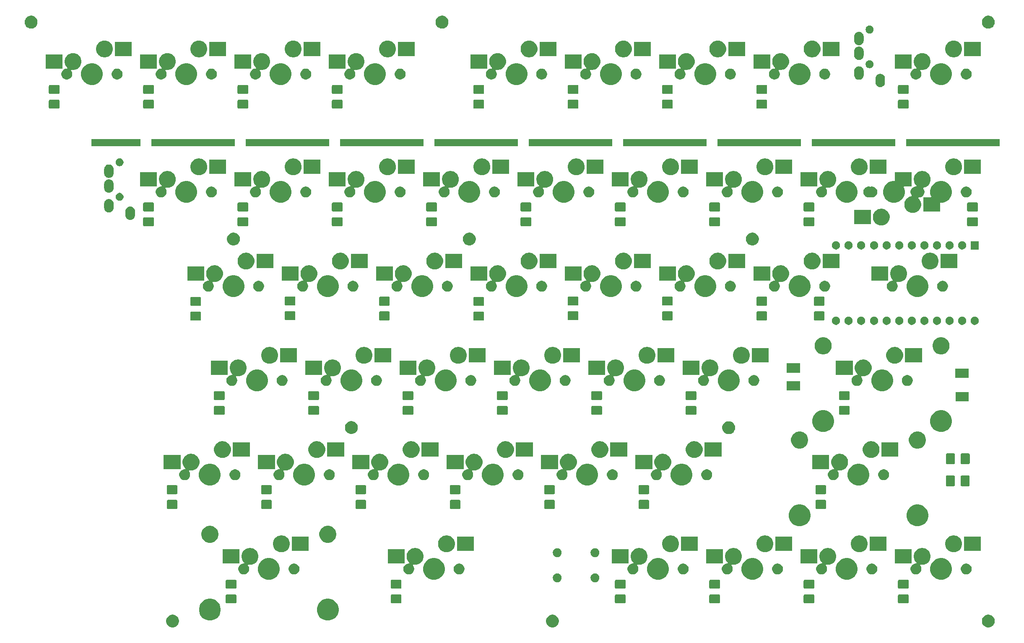
<source format=gbs>
G04 #@! TF.GenerationSoftware,KiCad,Pcbnew,(5.0.2)-1*
G04 #@! TF.CreationDate,2019-02-16T22:05:58+09:00*
G04 #@! TF.ProjectId,pakbd,70616b62-642e-46b6-9963-61645f706362,1*
G04 #@! TF.SameCoordinates,Original*
G04 #@! TF.FileFunction,Soldermask,Bot*
G04 #@! TF.FilePolarity,Negative*
%FSLAX46Y46*%
G04 Gerber Fmt 4.6, Leading zero omitted, Abs format (unit mm)*
G04 Created by KiCad (PCBNEW (5.0.2)-1) date 2019/02/16 22:05:58*
%MOMM*%
%LPD*%
G01*
G04 APERTURE LIST*
%ADD10C,0.100000*%
G04 APERTURE END LIST*
D10*
G36*
X385079196Y-147769958D02*
X385315780Y-147867954D01*
X385528705Y-148010226D01*
X385709774Y-148191295D01*
X385852046Y-148404220D01*
X385950042Y-148640804D01*
X386000000Y-148891960D01*
X386000000Y-149148040D01*
X385950042Y-149399196D01*
X385852046Y-149635780D01*
X385709774Y-149848705D01*
X385528705Y-150029774D01*
X385315780Y-150172046D01*
X385079196Y-150270042D01*
X384828040Y-150320000D01*
X384571960Y-150320000D01*
X384320804Y-150270042D01*
X384084220Y-150172046D01*
X383871295Y-150029774D01*
X383690226Y-149848705D01*
X383547954Y-149635780D01*
X383449958Y-149399196D01*
X383400000Y-149148040D01*
X383400000Y-148891960D01*
X383449958Y-148640804D01*
X383547954Y-148404220D01*
X383690226Y-148191295D01*
X383871295Y-148010226D01*
X384084220Y-147867954D01*
X384320804Y-147769958D01*
X384571960Y-147720000D01*
X384828040Y-147720000D01*
X385079196Y-147769958D01*
X385079196Y-147769958D01*
G37*
G36*
X297079196Y-147769958D02*
X297315780Y-147867954D01*
X297528705Y-148010226D01*
X297709774Y-148191295D01*
X297852046Y-148404220D01*
X297950042Y-148640804D01*
X298000000Y-148891960D01*
X298000000Y-149148040D01*
X297950042Y-149399196D01*
X297852046Y-149635780D01*
X297709774Y-149848705D01*
X297528705Y-150029774D01*
X297315780Y-150172046D01*
X297079196Y-150270042D01*
X296828040Y-150320000D01*
X296571960Y-150320000D01*
X296320804Y-150270042D01*
X296084220Y-150172046D01*
X295871295Y-150029774D01*
X295690226Y-149848705D01*
X295547954Y-149635780D01*
X295449958Y-149399196D01*
X295400000Y-149148040D01*
X295400000Y-148891960D01*
X295449958Y-148640804D01*
X295547954Y-148404220D01*
X295690226Y-148191295D01*
X295871295Y-148010226D01*
X296084220Y-147867954D01*
X296320804Y-147769958D01*
X296571960Y-147720000D01*
X296828040Y-147720000D01*
X297079196Y-147769958D01*
X297079196Y-147769958D01*
G37*
G36*
X220389196Y-147769958D02*
X220625780Y-147867954D01*
X220838705Y-148010226D01*
X221019774Y-148191295D01*
X221162046Y-148404220D01*
X221260042Y-148640804D01*
X221310000Y-148891960D01*
X221310000Y-149148040D01*
X221260042Y-149399196D01*
X221162046Y-149635780D01*
X221019774Y-149848705D01*
X220838705Y-150029774D01*
X220625780Y-150172046D01*
X220389196Y-150270042D01*
X220138040Y-150320000D01*
X219881960Y-150320000D01*
X219630804Y-150270042D01*
X219394220Y-150172046D01*
X219181295Y-150029774D01*
X219000226Y-149848705D01*
X218857954Y-149635780D01*
X218759958Y-149399196D01*
X218710000Y-149148040D01*
X218710000Y-148891960D01*
X218759958Y-148640804D01*
X218857954Y-148404220D01*
X219000226Y-148191295D01*
X219181295Y-148010226D01*
X219394220Y-147867954D01*
X219630804Y-147769958D01*
X219881960Y-147720000D01*
X220138040Y-147720000D01*
X220389196Y-147769958D01*
X220389196Y-147769958D01*
G37*
G36*
X251969216Y-144614544D02*
X252369590Y-144780384D01*
X252729921Y-145021150D01*
X253036350Y-145327579D01*
X253277116Y-145687910D01*
X253442956Y-146088284D01*
X253527500Y-146513317D01*
X253527500Y-146946683D01*
X253442956Y-147371716D01*
X253277116Y-147772090D01*
X253036350Y-148132421D01*
X252729921Y-148438850D01*
X252369590Y-148679616D01*
X251969216Y-148845456D01*
X251544183Y-148930000D01*
X251110817Y-148930000D01*
X250685784Y-148845456D01*
X250285410Y-148679616D01*
X249925079Y-148438850D01*
X249618650Y-148132421D01*
X249377884Y-147772090D01*
X249212044Y-147371716D01*
X249127500Y-146946683D01*
X249127500Y-146513317D01*
X249212044Y-146088284D01*
X249377884Y-145687910D01*
X249618650Y-145327579D01*
X249925079Y-145021150D01*
X250285410Y-144780384D01*
X250685784Y-144614544D01*
X251110817Y-144530000D01*
X251544183Y-144530000D01*
X251969216Y-144614544D01*
X251969216Y-144614544D01*
G37*
G36*
X228169216Y-144614544D02*
X228569590Y-144780384D01*
X228929921Y-145021150D01*
X229236350Y-145327579D01*
X229477116Y-145687910D01*
X229642956Y-146088284D01*
X229727500Y-146513317D01*
X229727500Y-146946683D01*
X229642956Y-147371716D01*
X229477116Y-147772090D01*
X229236350Y-148132421D01*
X228929921Y-148438850D01*
X228569590Y-148679616D01*
X228169216Y-148845456D01*
X227744183Y-148930000D01*
X227310817Y-148930000D01*
X226885784Y-148845456D01*
X226485410Y-148679616D01*
X226125079Y-148438850D01*
X225818650Y-148132421D01*
X225577884Y-147772090D01*
X225412044Y-147371716D01*
X225327500Y-146946683D01*
X225327500Y-146513317D01*
X225412044Y-146088284D01*
X225577884Y-145687910D01*
X225818650Y-145327579D01*
X226125079Y-145021150D01*
X226485410Y-144780384D01*
X226885784Y-144614544D01*
X227310817Y-144530000D01*
X227744183Y-144530000D01*
X228169216Y-144614544D01*
X228169216Y-144614544D01*
G37*
G36*
X349372482Y-143637686D02*
X349417204Y-143651253D01*
X349458433Y-143673290D01*
X349494561Y-143702939D01*
X349524210Y-143739067D01*
X349546247Y-143780296D01*
X349559814Y-143825018D01*
X349565000Y-143877675D01*
X349565000Y-145212325D01*
X349559814Y-145264982D01*
X349546247Y-145309704D01*
X349524210Y-145350933D01*
X349494561Y-145387061D01*
X349458433Y-145416710D01*
X349417204Y-145438747D01*
X349372482Y-145452314D01*
X349319825Y-145457500D01*
X347660175Y-145457500D01*
X347607518Y-145452314D01*
X347562796Y-145438747D01*
X347521567Y-145416710D01*
X347485439Y-145387061D01*
X347455790Y-145350933D01*
X347433753Y-145309704D01*
X347420186Y-145264982D01*
X347415000Y-145212325D01*
X347415000Y-143877675D01*
X347420186Y-143825018D01*
X347433753Y-143780296D01*
X347455790Y-143739067D01*
X347485439Y-143702939D01*
X347521567Y-143673290D01*
X347562796Y-143651253D01*
X347607518Y-143637686D01*
X347660175Y-143632500D01*
X349319825Y-143632500D01*
X349372482Y-143637686D01*
X349372482Y-143637686D01*
G37*
G36*
X368422482Y-143637686D02*
X368467204Y-143651253D01*
X368508433Y-143673290D01*
X368544561Y-143702939D01*
X368574210Y-143739067D01*
X368596247Y-143780296D01*
X368609814Y-143825018D01*
X368615000Y-143877675D01*
X368615000Y-145212325D01*
X368609814Y-145264982D01*
X368596247Y-145309704D01*
X368574210Y-145350933D01*
X368544561Y-145387061D01*
X368508433Y-145416710D01*
X368467204Y-145438747D01*
X368422482Y-145452314D01*
X368369825Y-145457500D01*
X366710175Y-145457500D01*
X366657518Y-145452314D01*
X366612796Y-145438747D01*
X366571567Y-145416710D01*
X366535439Y-145387061D01*
X366505790Y-145350933D01*
X366483753Y-145309704D01*
X366470186Y-145264982D01*
X366465000Y-145212325D01*
X366465000Y-143877675D01*
X366470186Y-143825018D01*
X366483753Y-143780296D01*
X366505790Y-143739067D01*
X366535439Y-143702939D01*
X366571567Y-143673290D01*
X366612796Y-143651253D01*
X366657518Y-143637686D01*
X366710175Y-143632500D01*
X368369825Y-143632500D01*
X368422482Y-143637686D01*
X368422482Y-143637686D01*
G37*
G36*
X232689982Y-143637686D02*
X232734704Y-143651253D01*
X232775933Y-143673290D01*
X232812061Y-143702939D01*
X232841710Y-143739067D01*
X232863747Y-143780296D01*
X232877314Y-143825018D01*
X232882500Y-143877675D01*
X232882500Y-145212325D01*
X232877314Y-145264982D01*
X232863747Y-145309704D01*
X232841710Y-145350933D01*
X232812061Y-145387061D01*
X232775933Y-145416710D01*
X232734704Y-145438747D01*
X232689982Y-145452314D01*
X232637325Y-145457500D01*
X230977675Y-145457500D01*
X230925018Y-145452314D01*
X230880296Y-145438747D01*
X230839067Y-145416710D01*
X230802939Y-145387061D01*
X230773290Y-145350933D01*
X230751253Y-145309704D01*
X230737686Y-145264982D01*
X230732500Y-145212325D01*
X230732500Y-143877675D01*
X230737686Y-143825018D01*
X230751253Y-143780296D01*
X230773290Y-143739067D01*
X230802939Y-143702939D01*
X230839067Y-143673290D01*
X230880296Y-143651253D01*
X230925018Y-143637686D01*
X230977675Y-143632500D01*
X232637325Y-143632500D01*
X232689982Y-143637686D01*
X232689982Y-143637686D01*
G37*
G36*
X311272482Y-143637686D02*
X311317204Y-143651253D01*
X311358433Y-143673290D01*
X311394561Y-143702939D01*
X311424210Y-143739067D01*
X311446247Y-143780296D01*
X311459814Y-143825018D01*
X311465000Y-143877675D01*
X311465000Y-145212325D01*
X311459814Y-145264982D01*
X311446247Y-145309704D01*
X311424210Y-145350933D01*
X311394561Y-145387061D01*
X311358433Y-145416710D01*
X311317204Y-145438747D01*
X311272482Y-145452314D01*
X311219825Y-145457500D01*
X309560175Y-145457500D01*
X309507518Y-145452314D01*
X309462796Y-145438747D01*
X309421567Y-145416710D01*
X309385439Y-145387061D01*
X309355790Y-145350933D01*
X309333753Y-145309704D01*
X309320186Y-145264982D01*
X309315000Y-145212325D01*
X309315000Y-143877675D01*
X309320186Y-143825018D01*
X309333753Y-143780296D01*
X309355790Y-143739067D01*
X309385439Y-143702939D01*
X309421567Y-143673290D01*
X309462796Y-143651253D01*
X309507518Y-143637686D01*
X309560175Y-143632500D01*
X311219825Y-143632500D01*
X311272482Y-143637686D01*
X311272482Y-143637686D01*
G37*
G36*
X266027482Y-143637686D02*
X266072204Y-143651253D01*
X266113433Y-143673290D01*
X266149561Y-143702939D01*
X266179210Y-143739067D01*
X266201247Y-143780296D01*
X266214814Y-143825018D01*
X266220000Y-143877675D01*
X266220000Y-145212325D01*
X266214814Y-145264982D01*
X266201247Y-145309704D01*
X266179210Y-145350933D01*
X266149561Y-145387061D01*
X266113433Y-145416710D01*
X266072204Y-145438747D01*
X266027482Y-145452314D01*
X265974825Y-145457500D01*
X264315175Y-145457500D01*
X264262518Y-145452314D01*
X264217796Y-145438747D01*
X264176567Y-145416710D01*
X264140439Y-145387061D01*
X264110790Y-145350933D01*
X264088753Y-145309704D01*
X264075186Y-145264982D01*
X264070000Y-145212325D01*
X264070000Y-143877675D01*
X264075186Y-143825018D01*
X264088753Y-143780296D01*
X264110790Y-143739067D01*
X264140439Y-143702939D01*
X264176567Y-143673290D01*
X264217796Y-143651253D01*
X264262518Y-143637686D01*
X264315175Y-143632500D01*
X265974825Y-143632500D01*
X266027482Y-143637686D01*
X266027482Y-143637686D01*
G37*
G36*
X330322482Y-143637686D02*
X330367204Y-143651253D01*
X330408433Y-143673290D01*
X330444561Y-143702939D01*
X330474210Y-143739067D01*
X330496247Y-143780296D01*
X330509814Y-143825018D01*
X330515000Y-143877675D01*
X330515000Y-145212325D01*
X330509814Y-145264982D01*
X330496247Y-145309704D01*
X330474210Y-145350933D01*
X330444561Y-145387061D01*
X330408433Y-145416710D01*
X330367204Y-145438747D01*
X330322482Y-145452314D01*
X330269825Y-145457500D01*
X328610175Y-145457500D01*
X328557518Y-145452314D01*
X328512796Y-145438747D01*
X328471567Y-145416710D01*
X328435439Y-145387061D01*
X328405790Y-145350933D01*
X328383753Y-145309704D01*
X328370186Y-145264982D01*
X328365000Y-145212325D01*
X328365000Y-143877675D01*
X328370186Y-143825018D01*
X328383753Y-143780296D01*
X328405790Y-143739067D01*
X328435439Y-143702939D01*
X328471567Y-143673290D01*
X328512796Y-143651253D01*
X328557518Y-143637686D01*
X328610175Y-143632500D01*
X330269825Y-143632500D01*
X330322482Y-143637686D01*
X330322482Y-143637686D01*
G37*
G36*
X232689982Y-140662686D02*
X232734704Y-140676253D01*
X232775933Y-140698290D01*
X232812061Y-140727939D01*
X232841710Y-140764067D01*
X232863747Y-140805296D01*
X232877314Y-140850018D01*
X232882500Y-140902675D01*
X232882500Y-142237325D01*
X232877314Y-142289982D01*
X232863747Y-142334704D01*
X232841710Y-142375933D01*
X232812061Y-142412061D01*
X232775933Y-142441710D01*
X232734704Y-142463747D01*
X232689982Y-142477314D01*
X232637325Y-142482500D01*
X230977675Y-142482500D01*
X230925018Y-142477314D01*
X230880296Y-142463747D01*
X230839067Y-142441710D01*
X230802939Y-142412061D01*
X230773290Y-142375933D01*
X230751253Y-142334704D01*
X230737686Y-142289982D01*
X230732500Y-142237325D01*
X230732500Y-140902675D01*
X230737686Y-140850018D01*
X230751253Y-140805296D01*
X230773290Y-140764067D01*
X230802939Y-140727939D01*
X230839067Y-140698290D01*
X230880296Y-140676253D01*
X230925018Y-140662686D01*
X230977675Y-140657500D01*
X232637325Y-140657500D01*
X232689982Y-140662686D01*
X232689982Y-140662686D01*
G37*
G36*
X266027482Y-140662686D02*
X266072204Y-140676253D01*
X266113433Y-140698290D01*
X266149561Y-140727939D01*
X266179210Y-140764067D01*
X266201247Y-140805296D01*
X266214814Y-140850018D01*
X266220000Y-140902675D01*
X266220000Y-142237325D01*
X266214814Y-142289982D01*
X266201247Y-142334704D01*
X266179210Y-142375933D01*
X266149561Y-142412061D01*
X266113433Y-142441710D01*
X266072204Y-142463747D01*
X266027482Y-142477314D01*
X265974825Y-142482500D01*
X264315175Y-142482500D01*
X264262518Y-142477314D01*
X264217796Y-142463747D01*
X264176567Y-142441710D01*
X264140439Y-142412061D01*
X264110790Y-142375933D01*
X264088753Y-142334704D01*
X264075186Y-142289982D01*
X264070000Y-142237325D01*
X264070000Y-140902675D01*
X264075186Y-140850018D01*
X264088753Y-140805296D01*
X264110790Y-140764067D01*
X264140439Y-140727939D01*
X264176567Y-140698290D01*
X264217796Y-140676253D01*
X264262518Y-140662686D01*
X264315175Y-140657500D01*
X265974825Y-140657500D01*
X266027482Y-140662686D01*
X266027482Y-140662686D01*
G37*
G36*
X330322482Y-140662686D02*
X330367204Y-140676253D01*
X330408433Y-140698290D01*
X330444561Y-140727939D01*
X330474210Y-140764067D01*
X330496247Y-140805296D01*
X330509814Y-140850018D01*
X330515000Y-140902675D01*
X330515000Y-142237325D01*
X330509814Y-142289982D01*
X330496247Y-142334704D01*
X330474210Y-142375933D01*
X330444561Y-142412061D01*
X330408433Y-142441710D01*
X330367204Y-142463747D01*
X330322482Y-142477314D01*
X330269825Y-142482500D01*
X328610175Y-142482500D01*
X328557518Y-142477314D01*
X328512796Y-142463747D01*
X328471567Y-142441710D01*
X328435439Y-142412061D01*
X328405790Y-142375933D01*
X328383753Y-142334704D01*
X328370186Y-142289982D01*
X328365000Y-142237325D01*
X328365000Y-140902675D01*
X328370186Y-140850018D01*
X328383753Y-140805296D01*
X328405790Y-140764067D01*
X328435439Y-140727939D01*
X328471567Y-140698290D01*
X328512796Y-140676253D01*
X328557518Y-140662686D01*
X328610175Y-140657500D01*
X330269825Y-140657500D01*
X330322482Y-140662686D01*
X330322482Y-140662686D01*
G37*
G36*
X311272482Y-140662686D02*
X311317204Y-140676253D01*
X311358433Y-140698290D01*
X311394561Y-140727939D01*
X311424210Y-140764067D01*
X311446247Y-140805296D01*
X311459814Y-140850018D01*
X311465000Y-140902675D01*
X311465000Y-142237325D01*
X311459814Y-142289982D01*
X311446247Y-142334704D01*
X311424210Y-142375933D01*
X311394561Y-142412061D01*
X311358433Y-142441710D01*
X311317204Y-142463747D01*
X311272482Y-142477314D01*
X311219825Y-142482500D01*
X309560175Y-142482500D01*
X309507518Y-142477314D01*
X309462796Y-142463747D01*
X309421567Y-142441710D01*
X309385439Y-142412061D01*
X309355790Y-142375933D01*
X309333753Y-142334704D01*
X309320186Y-142289982D01*
X309315000Y-142237325D01*
X309315000Y-140902675D01*
X309320186Y-140850018D01*
X309333753Y-140805296D01*
X309355790Y-140764067D01*
X309385439Y-140727939D01*
X309421567Y-140698290D01*
X309462796Y-140676253D01*
X309507518Y-140662686D01*
X309560175Y-140657500D01*
X311219825Y-140657500D01*
X311272482Y-140662686D01*
X311272482Y-140662686D01*
G37*
G36*
X368422482Y-140662686D02*
X368467204Y-140676253D01*
X368508433Y-140698290D01*
X368544561Y-140727939D01*
X368574210Y-140764067D01*
X368596247Y-140805296D01*
X368609814Y-140850018D01*
X368615000Y-140902675D01*
X368615000Y-142237325D01*
X368609814Y-142289982D01*
X368596247Y-142334704D01*
X368574210Y-142375933D01*
X368544561Y-142412061D01*
X368508433Y-142441710D01*
X368467204Y-142463747D01*
X368422482Y-142477314D01*
X368369825Y-142482500D01*
X366710175Y-142482500D01*
X366657518Y-142477314D01*
X366612796Y-142463747D01*
X366571567Y-142441710D01*
X366535439Y-142412061D01*
X366505790Y-142375933D01*
X366483753Y-142334704D01*
X366470186Y-142289982D01*
X366465000Y-142237325D01*
X366465000Y-140902675D01*
X366470186Y-140850018D01*
X366483753Y-140805296D01*
X366505790Y-140764067D01*
X366535439Y-140727939D01*
X366571567Y-140698290D01*
X366612796Y-140676253D01*
X366657518Y-140662686D01*
X366710175Y-140657500D01*
X368369825Y-140657500D01*
X368422482Y-140662686D01*
X368422482Y-140662686D01*
G37*
G36*
X349372482Y-140662686D02*
X349417204Y-140676253D01*
X349458433Y-140698290D01*
X349494561Y-140727939D01*
X349524210Y-140764067D01*
X349546247Y-140805296D01*
X349559814Y-140850018D01*
X349565000Y-140902675D01*
X349565000Y-142237325D01*
X349559814Y-142289982D01*
X349546247Y-142334704D01*
X349524210Y-142375933D01*
X349494561Y-142412061D01*
X349458433Y-142441710D01*
X349417204Y-142463747D01*
X349372482Y-142477314D01*
X349319825Y-142482500D01*
X347660175Y-142482500D01*
X347607518Y-142477314D01*
X347562796Y-142463747D01*
X347521567Y-142441710D01*
X347485439Y-142412061D01*
X347455790Y-142375933D01*
X347433753Y-142334704D01*
X347420186Y-142289982D01*
X347415000Y-142237325D01*
X347415000Y-140902675D01*
X347420186Y-140850018D01*
X347433753Y-140805296D01*
X347455790Y-140764067D01*
X347485439Y-140727939D01*
X347521567Y-140698290D01*
X347562796Y-140676253D01*
X347607518Y-140662686D01*
X347660175Y-140657500D01*
X349319825Y-140657500D01*
X349372482Y-140662686D01*
X349372482Y-140662686D01*
G37*
G36*
X297922083Y-139426029D02*
X298085596Y-139493758D01*
X298085599Y-139493760D01*
X298166368Y-139547728D01*
X298232764Y-139592093D01*
X298357907Y-139717236D01*
X298456242Y-139864404D01*
X298523971Y-140027917D01*
X298558500Y-140201505D01*
X298558500Y-140378495D01*
X298523971Y-140552083D01*
X298456242Y-140715596D01*
X298357907Y-140862764D01*
X298232764Y-140987907D01*
X298085596Y-141086242D01*
X297922083Y-141153971D01*
X297748495Y-141188500D01*
X297571505Y-141188500D01*
X297397917Y-141153971D01*
X297234404Y-141086242D01*
X297087236Y-140987907D01*
X296962093Y-140862764D01*
X296863758Y-140715596D01*
X296796029Y-140552083D01*
X296761500Y-140378495D01*
X296761500Y-140201505D01*
X296796029Y-140027917D01*
X296863758Y-139864404D01*
X296962093Y-139717236D01*
X297087236Y-139592093D01*
X297153633Y-139547728D01*
X297234401Y-139493760D01*
X297234404Y-139493758D01*
X297397917Y-139426029D01*
X297571505Y-139391500D01*
X297748495Y-139391500D01*
X297922083Y-139426029D01*
X297922083Y-139426029D01*
G37*
G36*
X305542083Y-139426029D02*
X305705596Y-139493758D01*
X305705599Y-139493760D01*
X305786368Y-139547728D01*
X305852764Y-139592093D01*
X305977907Y-139717236D01*
X306076242Y-139864404D01*
X306143971Y-140027917D01*
X306178500Y-140201505D01*
X306178500Y-140378495D01*
X306143971Y-140552083D01*
X306076242Y-140715596D01*
X305977907Y-140862764D01*
X305852764Y-140987907D01*
X305705596Y-141086242D01*
X305542083Y-141153971D01*
X305368495Y-141188500D01*
X305191505Y-141188500D01*
X305017917Y-141153971D01*
X304854404Y-141086242D01*
X304707236Y-140987907D01*
X304582093Y-140862764D01*
X304483758Y-140715596D01*
X304416029Y-140552083D01*
X304381500Y-140378495D01*
X304381500Y-140201505D01*
X304416029Y-140027917D01*
X304483758Y-139864404D01*
X304582093Y-139717236D01*
X304707236Y-139592093D01*
X304773633Y-139547728D01*
X304854401Y-139493760D01*
X304854404Y-139493758D01*
X305017917Y-139426029D01*
X305191505Y-139391500D01*
X305368495Y-139391500D01*
X305542083Y-139426029D01*
X305542083Y-139426029D01*
G37*
G36*
X318651716Y-136374544D02*
X319052090Y-136540384D01*
X319412421Y-136781150D01*
X319718850Y-137087579D01*
X319959616Y-137447910D01*
X320125456Y-137848284D01*
X320210000Y-138273317D01*
X320210000Y-138706683D01*
X320125456Y-139131716D01*
X319959616Y-139532090D01*
X319718850Y-139892421D01*
X319412421Y-140198850D01*
X319052090Y-140439616D01*
X318651716Y-140605456D01*
X318226683Y-140690000D01*
X317793317Y-140690000D01*
X317368284Y-140605456D01*
X316967910Y-140439616D01*
X316607579Y-140198850D01*
X316301150Y-139892421D01*
X316060384Y-139532090D01*
X315894544Y-139131716D01*
X315810000Y-138706683D01*
X315810000Y-138273317D01*
X315894544Y-137848284D01*
X316060384Y-137447910D01*
X316301150Y-137087579D01*
X316607579Y-136781150D01*
X316967910Y-136540384D01*
X317368284Y-136374544D01*
X317793317Y-136290000D01*
X318226683Y-136290000D01*
X318651716Y-136374544D01*
X318651716Y-136374544D01*
G37*
G36*
X375801716Y-136374544D02*
X376202090Y-136540384D01*
X376562421Y-136781150D01*
X376868850Y-137087579D01*
X377109616Y-137447910D01*
X377275456Y-137848284D01*
X377360000Y-138273317D01*
X377360000Y-138706683D01*
X377275456Y-139131716D01*
X377109616Y-139532090D01*
X376868850Y-139892421D01*
X376562421Y-140198850D01*
X376202090Y-140439616D01*
X375801716Y-140605456D01*
X375376683Y-140690000D01*
X374943317Y-140690000D01*
X374518284Y-140605456D01*
X374117910Y-140439616D01*
X373757579Y-140198850D01*
X373451150Y-139892421D01*
X373210384Y-139532090D01*
X373044544Y-139131716D01*
X372960000Y-138706683D01*
X372960000Y-138273317D01*
X373044544Y-137848284D01*
X373210384Y-137447910D01*
X373451150Y-137087579D01*
X373757579Y-136781150D01*
X374117910Y-136540384D01*
X374518284Y-136374544D01*
X374943317Y-136290000D01*
X375376683Y-136290000D01*
X375801716Y-136374544D01*
X375801716Y-136374544D01*
G37*
G36*
X356751716Y-136374544D02*
X357152090Y-136540384D01*
X357512421Y-136781150D01*
X357818850Y-137087579D01*
X358059616Y-137447910D01*
X358225456Y-137848284D01*
X358310000Y-138273317D01*
X358310000Y-138706683D01*
X358225456Y-139131716D01*
X358059616Y-139532090D01*
X357818850Y-139892421D01*
X357512421Y-140198850D01*
X357152090Y-140439616D01*
X356751716Y-140605456D01*
X356326683Y-140690000D01*
X355893317Y-140690000D01*
X355468284Y-140605456D01*
X355067910Y-140439616D01*
X354707579Y-140198850D01*
X354401150Y-139892421D01*
X354160384Y-139532090D01*
X353994544Y-139131716D01*
X353910000Y-138706683D01*
X353910000Y-138273317D01*
X353994544Y-137848284D01*
X354160384Y-137447910D01*
X354401150Y-137087579D01*
X354707579Y-136781150D01*
X355067910Y-136540384D01*
X355468284Y-136374544D01*
X355893317Y-136290000D01*
X356326683Y-136290000D01*
X356751716Y-136374544D01*
X356751716Y-136374544D01*
G37*
G36*
X240069216Y-136374544D02*
X240469590Y-136540384D01*
X240829921Y-136781150D01*
X241136350Y-137087579D01*
X241377116Y-137447910D01*
X241542956Y-137848284D01*
X241627500Y-138273317D01*
X241627500Y-138706683D01*
X241542956Y-139131716D01*
X241377116Y-139532090D01*
X241136350Y-139892421D01*
X240829921Y-140198850D01*
X240469590Y-140439616D01*
X240069216Y-140605456D01*
X239644183Y-140690000D01*
X239210817Y-140690000D01*
X238785784Y-140605456D01*
X238385410Y-140439616D01*
X238025079Y-140198850D01*
X237718650Y-139892421D01*
X237477884Y-139532090D01*
X237312044Y-139131716D01*
X237227500Y-138706683D01*
X237227500Y-138273317D01*
X237312044Y-137848284D01*
X237477884Y-137447910D01*
X237718650Y-137087579D01*
X238025079Y-136781150D01*
X238385410Y-136540384D01*
X238785784Y-136374544D01*
X239210817Y-136290000D01*
X239644183Y-136290000D01*
X240069216Y-136374544D01*
X240069216Y-136374544D01*
G37*
G36*
X337701716Y-136374544D02*
X338102090Y-136540384D01*
X338462421Y-136781150D01*
X338768850Y-137087579D01*
X339009616Y-137447910D01*
X339175456Y-137848284D01*
X339260000Y-138273317D01*
X339260000Y-138706683D01*
X339175456Y-139131716D01*
X339009616Y-139532090D01*
X338768850Y-139892421D01*
X338462421Y-140198850D01*
X338102090Y-140439616D01*
X337701716Y-140605456D01*
X337276683Y-140690000D01*
X336843317Y-140690000D01*
X336418284Y-140605456D01*
X336017910Y-140439616D01*
X335657579Y-140198850D01*
X335351150Y-139892421D01*
X335110384Y-139532090D01*
X334944544Y-139131716D01*
X334860000Y-138706683D01*
X334860000Y-138273317D01*
X334944544Y-137848284D01*
X335110384Y-137447910D01*
X335351150Y-137087579D01*
X335657579Y-136781150D01*
X336017910Y-136540384D01*
X336418284Y-136374544D01*
X336843317Y-136290000D01*
X337276683Y-136290000D01*
X337701716Y-136374544D01*
X337701716Y-136374544D01*
G37*
G36*
X273406716Y-136374544D02*
X273807090Y-136540384D01*
X274167421Y-136781150D01*
X274473850Y-137087579D01*
X274714616Y-137447910D01*
X274880456Y-137848284D01*
X274965000Y-138273317D01*
X274965000Y-138706683D01*
X274880456Y-139131716D01*
X274714616Y-139532090D01*
X274473850Y-139892421D01*
X274167421Y-140198850D01*
X273807090Y-140439616D01*
X273406716Y-140605456D01*
X272981683Y-140690000D01*
X272548317Y-140690000D01*
X272123284Y-140605456D01*
X271722910Y-140439616D01*
X271362579Y-140198850D01*
X271056150Y-139892421D01*
X270815384Y-139532090D01*
X270649544Y-139131716D01*
X270565000Y-138706683D01*
X270565000Y-138273317D01*
X270649544Y-137848284D01*
X270815384Y-137447910D01*
X271056150Y-137087579D01*
X271362579Y-136781150D01*
X271722910Y-136540384D01*
X272123284Y-136374544D01*
X272548317Y-136290000D01*
X272981683Y-136290000D01*
X273406716Y-136374544D01*
X273406716Y-136374544D01*
G37*
G36*
X236003893Y-134293553D02*
X236113372Y-134315330D01*
X236422752Y-134443479D01*
X236701187Y-134629523D01*
X236937977Y-134866313D01*
X237124021Y-135144748D01*
X237252170Y-135454128D01*
X237317500Y-135782565D01*
X237317500Y-136117435D01*
X237252170Y-136445872D01*
X237124021Y-136755252D01*
X236937977Y-137033687D01*
X236701187Y-137270477D01*
X236422752Y-137456521D01*
X236113372Y-137584670D01*
X236003893Y-137606447D01*
X235784937Y-137650000D01*
X235450064Y-137650000D01*
X235377561Y-137635578D01*
X235352916Y-137630676D01*
X235328530Y-137628274D01*
X235304144Y-137630676D01*
X235280695Y-137637789D01*
X235259084Y-137649340D01*
X235240142Y-137664886D01*
X235224596Y-137683828D01*
X235213045Y-137705438D01*
X235205932Y-137728887D01*
X235203530Y-137753274D01*
X235205932Y-137777660D01*
X235213045Y-137801109D01*
X235224596Y-137822720D01*
X235322308Y-137968956D01*
X235405228Y-138169143D01*
X235447500Y-138381658D01*
X235447500Y-138598342D01*
X235405228Y-138810857D01*
X235322309Y-139011042D01*
X235201922Y-139191213D01*
X235048713Y-139344422D01*
X234868542Y-139464809D01*
X234668357Y-139547728D01*
X234455842Y-139590000D01*
X234239158Y-139590000D01*
X234026643Y-139547728D01*
X233826458Y-139464809D01*
X233646287Y-139344422D01*
X233493078Y-139191213D01*
X233372691Y-139011042D01*
X233289772Y-138810857D01*
X233247500Y-138598342D01*
X233247500Y-138381658D01*
X233289772Y-138169143D01*
X233372691Y-137968958D01*
X233453323Y-137848284D01*
X233493075Y-137788791D01*
X233493076Y-137788790D01*
X233493078Y-137788787D01*
X233646288Y-137635577D01*
X233656230Y-137628934D01*
X233675172Y-137613389D01*
X233677232Y-137610879D01*
X233680335Y-137609938D01*
X233701946Y-137598387D01*
X233826456Y-137515192D01*
X234026643Y-137432272D01*
X234239158Y-137390000D01*
X234351561Y-137390000D01*
X234375947Y-137387598D01*
X234399396Y-137380485D01*
X234421007Y-137368934D01*
X234439949Y-137353388D01*
X234455495Y-137334446D01*
X234467046Y-137312835D01*
X234474159Y-137289386D01*
X234476561Y-137265000D01*
X234474159Y-137240614D01*
X234467046Y-137217165D01*
X234455495Y-137195554D01*
X234439954Y-137176618D01*
X234297023Y-137033687D01*
X234110979Y-136755252D01*
X233982830Y-136445872D01*
X233917500Y-136117435D01*
X233917500Y-135782565D01*
X233982830Y-135454128D01*
X234110979Y-135144748D01*
X234297023Y-134866313D01*
X234533813Y-134629523D01*
X234812248Y-134443479D01*
X235121628Y-134315330D01*
X235231107Y-134293553D01*
X235450063Y-134250000D01*
X235784937Y-134250000D01*
X236003893Y-134293553D01*
X236003893Y-134293553D01*
G37*
G36*
X323410857Y-137432272D02*
X323611042Y-137515191D01*
X323611043Y-137515192D01*
X323611045Y-137515193D01*
X323752841Y-137609938D01*
X323791213Y-137635578D01*
X323944422Y-137788787D01*
X323944424Y-137788790D01*
X323944425Y-137788791D01*
X323984177Y-137848284D01*
X324064809Y-137968958D01*
X324147728Y-138169143D01*
X324190000Y-138381658D01*
X324190000Y-138598342D01*
X324147728Y-138810857D01*
X324064809Y-139011042D01*
X323944422Y-139191213D01*
X323791213Y-139344422D01*
X323611042Y-139464809D01*
X323410857Y-139547728D01*
X323198342Y-139590000D01*
X322981658Y-139590000D01*
X322769143Y-139547728D01*
X322568958Y-139464809D01*
X322388787Y-139344422D01*
X322235578Y-139191213D01*
X322115191Y-139011042D01*
X322032272Y-138810857D01*
X321990000Y-138598342D01*
X321990000Y-138381658D01*
X322032272Y-138169143D01*
X322115191Y-137968958D01*
X322195823Y-137848284D01*
X322235575Y-137788791D01*
X322235576Y-137788790D01*
X322235578Y-137788787D01*
X322388787Y-137635578D01*
X322427160Y-137609938D01*
X322568955Y-137515193D01*
X322568957Y-137515192D01*
X322568958Y-137515191D01*
X322769143Y-137432272D01*
X322981658Y-137390000D01*
X323198342Y-137390000D01*
X323410857Y-137432272D01*
X323410857Y-137432272D01*
G37*
G36*
X371736393Y-134293553D02*
X371845872Y-134315330D01*
X372155252Y-134443479D01*
X372433687Y-134629523D01*
X372670477Y-134866313D01*
X372856521Y-135144748D01*
X372984670Y-135454128D01*
X373050000Y-135782565D01*
X373050000Y-136117435D01*
X372984670Y-136445872D01*
X372856521Y-136755252D01*
X372670477Y-137033687D01*
X372433687Y-137270477D01*
X372155252Y-137456521D01*
X371845872Y-137584670D01*
X371736393Y-137606447D01*
X371517437Y-137650000D01*
X371182564Y-137650000D01*
X371110061Y-137635578D01*
X371085416Y-137630676D01*
X371061030Y-137628274D01*
X371036644Y-137630676D01*
X371013195Y-137637789D01*
X370991584Y-137649340D01*
X370972642Y-137664886D01*
X370957096Y-137683828D01*
X370945545Y-137705438D01*
X370938432Y-137728887D01*
X370936030Y-137753274D01*
X370938432Y-137777660D01*
X370945545Y-137801109D01*
X370957096Y-137822720D01*
X371054808Y-137968956D01*
X371137728Y-138169143D01*
X371180000Y-138381658D01*
X371180000Y-138598342D01*
X371137728Y-138810857D01*
X371054809Y-139011042D01*
X370934422Y-139191213D01*
X370781213Y-139344422D01*
X370601042Y-139464809D01*
X370400857Y-139547728D01*
X370188342Y-139590000D01*
X369971658Y-139590000D01*
X369759143Y-139547728D01*
X369558958Y-139464809D01*
X369378787Y-139344422D01*
X369225578Y-139191213D01*
X369105191Y-139011042D01*
X369022272Y-138810857D01*
X368980000Y-138598342D01*
X368980000Y-138381658D01*
X369022272Y-138169143D01*
X369105191Y-137968958D01*
X369185823Y-137848284D01*
X369225575Y-137788791D01*
X369225576Y-137788790D01*
X369225578Y-137788787D01*
X369378788Y-137635577D01*
X369388730Y-137628934D01*
X369407672Y-137613389D01*
X369409732Y-137610879D01*
X369412835Y-137609938D01*
X369434446Y-137598387D01*
X369558956Y-137515192D01*
X369759143Y-137432272D01*
X369971658Y-137390000D01*
X370084061Y-137390000D01*
X370108447Y-137387598D01*
X370131896Y-137380485D01*
X370153507Y-137368934D01*
X370172449Y-137353388D01*
X370187995Y-137334446D01*
X370199546Y-137312835D01*
X370206659Y-137289386D01*
X370209061Y-137265000D01*
X370206659Y-137240614D01*
X370199546Y-137217165D01*
X370187995Y-137195554D01*
X370172454Y-137176618D01*
X370029523Y-137033687D01*
X369843479Y-136755252D01*
X369715330Y-136445872D01*
X369650000Y-136117435D01*
X369650000Y-135782565D01*
X369715330Y-135454128D01*
X369843479Y-135144748D01*
X370029523Y-134866313D01*
X370266313Y-134629523D01*
X370544748Y-134443479D01*
X370854128Y-134315330D01*
X370963607Y-134293553D01*
X371182563Y-134250000D01*
X371517437Y-134250000D01*
X371736393Y-134293553D01*
X371736393Y-134293553D01*
G37*
G36*
X333636393Y-134293553D02*
X333745872Y-134315330D01*
X334055252Y-134443479D01*
X334333687Y-134629523D01*
X334570477Y-134866313D01*
X334756521Y-135144748D01*
X334884670Y-135454128D01*
X334950000Y-135782565D01*
X334950000Y-136117435D01*
X334884670Y-136445872D01*
X334756521Y-136755252D01*
X334570477Y-137033687D01*
X334333687Y-137270477D01*
X334055252Y-137456521D01*
X333745872Y-137584670D01*
X333636393Y-137606447D01*
X333417437Y-137650000D01*
X333082564Y-137650000D01*
X333010061Y-137635578D01*
X332985416Y-137630676D01*
X332961030Y-137628274D01*
X332936644Y-137630676D01*
X332913195Y-137637789D01*
X332891584Y-137649340D01*
X332872642Y-137664886D01*
X332857096Y-137683828D01*
X332845545Y-137705438D01*
X332838432Y-137728887D01*
X332836030Y-137753274D01*
X332838432Y-137777660D01*
X332845545Y-137801109D01*
X332857096Y-137822720D01*
X332954808Y-137968956D01*
X333037728Y-138169143D01*
X333080000Y-138381658D01*
X333080000Y-138598342D01*
X333037728Y-138810857D01*
X332954809Y-139011042D01*
X332834422Y-139191213D01*
X332681213Y-139344422D01*
X332501042Y-139464809D01*
X332300857Y-139547728D01*
X332088342Y-139590000D01*
X331871658Y-139590000D01*
X331659143Y-139547728D01*
X331458958Y-139464809D01*
X331278787Y-139344422D01*
X331125578Y-139191213D01*
X331005191Y-139011042D01*
X330922272Y-138810857D01*
X330880000Y-138598342D01*
X330880000Y-138381658D01*
X330922272Y-138169143D01*
X331005191Y-137968958D01*
X331085823Y-137848284D01*
X331125575Y-137788791D01*
X331125576Y-137788790D01*
X331125578Y-137788787D01*
X331278788Y-137635577D01*
X331288730Y-137628934D01*
X331307672Y-137613389D01*
X331309732Y-137610879D01*
X331312835Y-137609938D01*
X331334446Y-137598387D01*
X331458956Y-137515192D01*
X331659143Y-137432272D01*
X331871658Y-137390000D01*
X331984061Y-137390000D01*
X332008447Y-137387598D01*
X332031896Y-137380485D01*
X332053507Y-137368934D01*
X332072449Y-137353388D01*
X332087995Y-137334446D01*
X332099546Y-137312835D01*
X332106659Y-137289386D01*
X332109061Y-137265000D01*
X332106659Y-137240614D01*
X332099546Y-137217165D01*
X332087995Y-137195554D01*
X332072454Y-137176618D01*
X331929523Y-137033687D01*
X331743479Y-136755252D01*
X331615330Y-136445872D01*
X331550000Y-136117435D01*
X331550000Y-135782565D01*
X331615330Y-135454128D01*
X331743479Y-135144748D01*
X331929523Y-134866313D01*
X332166313Y-134629523D01*
X332444748Y-134443479D01*
X332754128Y-134315330D01*
X332863607Y-134293553D01*
X333082563Y-134250000D01*
X333417437Y-134250000D01*
X333636393Y-134293553D01*
X333636393Y-134293553D01*
G37*
G36*
X269341393Y-134293553D02*
X269450872Y-134315330D01*
X269760252Y-134443479D01*
X270038687Y-134629523D01*
X270275477Y-134866313D01*
X270461521Y-135144748D01*
X270589670Y-135454128D01*
X270655000Y-135782565D01*
X270655000Y-136117435D01*
X270589670Y-136445872D01*
X270461521Y-136755252D01*
X270275477Y-137033687D01*
X270038687Y-137270477D01*
X269760252Y-137456521D01*
X269450872Y-137584670D01*
X269341393Y-137606447D01*
X269122437Y-137650000D01*
X268787564Y-137650000D01*
X268715061Y-137635578D01*
X268690416Y-137630676D01*
X268666030Y-137628274D01*
X268641644Y-137630676D01*
X268618195Y-137637789D01*
X268596584Y-137649340D01*
X268577642Y-137664886D01*
X268562096Y-137683828D01*
X268550545Y-137705438D01*
X268543432Y-137728887D01*
X268541030Y-137753274D01*
X268543432Y-137777660D01*
X268550545Y-137801109D01*
X268562096Y-137822720D01*
X268659808Y-137968956D01*
X268742728Y-138169143D01*
X268785000Y-138381658D01*
X268785000Y-138598342D01*
X268742728Y-138810857D01*
X268659809Y-139011042D01*
X268539422Y-139191213D01*
X268386213Y-139344422D01*
X268206042Y-139464809D01*
X268005857Y-139547728D01*
X267793342Y-139590000D01*
X267576658Y-139590000D01*
X267364143Y-139547728D01*
X267163958Y-139464809D01*
X266983787Y-139344422D01*
X266830578Y-139191213D01*
X266710191Y-139011042D01*
X266627272Y-138810857D01*
X266585000Y-138598342D01*
X266585000Y-138381658D01*
X266627272Y-138169143D01*
X266710191Y-137968958D01*
X266790823Y-137848284D01*
X266830575Y-137788791D01*
X266830576Y-137788790D01*
X266830578Y-137788787D01*
X266983788Y-137635577D01*
X266993730Y-137628934D01*
X267012672Y-137613389D01*
X267014732Y-137610879D01*
X267017835Y-137609938D01*
X267039446Y-137598387D01*
X267163956Y-137515192D01*
X267364143Y-137432272D01*
X267576658Y-137390000D01*
X267689061Y-137390000D01*
X267713447Y-137387598D01*
X267736896Y-137380485D01*
X267758507Y-137368934D01*
X267777449Y-137353388D01*
X267792995Y-137334446D01*
X267804546Y-137312835D01*
X267811659Y-137289386D01*
X267814061Y-137265000D01*
X267811659Y-137240614D01*
X267804546Y-137217165D01*
X267792995Y-137195554D01*
X267777454Y-137176618D01*
X267634523Y-137033687D01*
X267448479Y-136755252D01*
X267320330Y-136445872D01*
X267255000Y-136117435D01*
X267255000Y-135782565D01*
X267320330Y-135454128D01*
X267448479Y-135144748D01*
X267634523Y-134866313D01*
X267871313Y-134629523D01*
X268149748Y-134443479D01*
X268459128Y-134315330D01*
X268568607Y-134293553D01*
X268787563Y-134250000D01*
X269122437Y-134250000D01*
X269341393Y-134293553D01*
X269341393Y-134293553D01*
G37*
G36*
X278165857Y-137432272D02*
X278366042Y-137515191D01*
X278366043Y-137515192D01*
X278366045Y-137515193D01*
X278507841Y-137609938D01*
X278546213Y-137635578D01*
X278699422Y-137788787D01*
X278699424Y-137788790D01*
X278699425Y-137788791D01*
X278739177Y-137848284D01*
X278819809Y-137968958D01*
X278902728Y-138169143D01*
X278945000Y-138381658D01*
X278945000Y-138598342D01*
X278902728Y-138810857D01*
X278819809Y-139011042D01*
X278699422Y-139191213D01*
X278546213Y-139344422D01*
X278366042Y-139464809D01*
X278165857Y-139547728D01*
X277953342Y-139590000D01*
X277736658Y-139590000D01*
X277524143Y-139547728D01*
X277323958Y-139464809D01*
X277143787Y-139344422D01*
X276990578Y-139191213D01*
X276870191Y-139011042D01*
X276787272Y-138810857D01*
X276745000Y-138598342D01*
X276745000Y-138381658D01*
X276787272Y-138169143D01*
X276870191Y-137968958D01*
X276950823Y-137848284D01*
X276990575Y-137788791D01*
X276990576Y-137788790D01*
X276990578Y-137788787D01*
X277143787Y-137635578D01*
X277182160Y-137609938D01*
X277323955Y-137515193D01*
X277323957Y-137515192D01*
X277323958Y-137515191D01*
X277524143Y-137432272D01*
X277736658Y-137390000D01*
X277953342Y-137390000D01*
X278165857Y-137432272D01*
X278165857Y-137432272D01*
G37*
G36*
X244828357Y-137432272D02*
X245028542Y-137515191D01*
X245028543Y-137515192D01*
X245028545Y-137515193D01*
X245170341Y-137609938D01*
X245208713Y-137635578D01*
X245361922Y-137788787D01*
X245361924Y-137788790D01*
X245361925Y-137788791D01*
X245401677Y-137848284D01*
X245482309Y-137968958D01*
X245565228Y-138169143D01*
X245607500Y-138381658D01*
X245607500Y-138598342D01*
X245565228Y-138810857D01*
X245482309Y-139011042D01*
X245361922Y-139191213D01*
X245208713Y-139344422D01*
X245028542Y-139464809D01*
X244828357Y-139547728D01*
X244615842Y-139590000D01*
X244399158Y-139590000D01*
X244186643Y-139547728D01*
X243986458Y-139464809D01*
X243806287Y-139344422D01*
X243653078Y-139191213D01*
X243532691Y-139011042D01*
X243449772Y-138810857D01*
X243407500Y-138598342D01*
X243407500Y-138381658D01*
X243449772Y-138169143D01*
X243532691Y-137968958D01*
X243613323Y-137848284D01*
X243653075Y-137788791D01*
X243653076Y-137788790D01*
X243653078Y-137788787D01*
X243806287Y-137635578D01*
X243844660Y-137609938D01*
X243986455Y-137515193D01*
X243986457Y-137515192D01*
X243986458Y-137515191D01*
X244186643Y-137432272D01*
X244399158Y-137390000D01*
X244615842Y-137390000D01*
X244828357Y-137432272D01*
X244828357Y-137432272D01*
G37*
G36*
X342460857Y-137432272D02*
X342661042Y-137515191D01*
X342661043Y-137515192D01*
X342661045Y-137515193D01*
X342802841Y-137609938D01*
X342841213Y-137635578D01*
X342994422Y-137788787D01*
X342994424Y-137788790D01*
X342994425Y-137788791D01*
X343034177Y-137848284D01*
X343114809Y-137968958D01*
X343197728Y-138169143D01*
X343240000Y-138381658D01*
X343240000Y-138598342D01*
X343197728Y-138810857D01*
X343114809Y-139011042D01*
X342994422Y-139191213D01*
X342841213Y-139344422D01*
X342661042Y-139464809D01*
X342460857Y-139547728D01*
X342248342Y-139590000D01*
X342031658Y-139590000D01*
X341819143Y-139547728D01*
X341618958Y-139464809D01*
X341438787Y-139344422D01*
X341285578Y-139191213D01*
X341165191Y-139011042D01*
X341082272Y-138810857D01*
X341040000Y-138598342D01*
X341040000Y-138381658D01*
X341082272Y-138169143D01*
X341165191Y-137968958D01*
X341245823Y-137848284D01*
X341285575Y-137788791D01*
X341285576Y-137788790D01*
X341285578Y-137788787D01*
X341438787Y-137635578D01*
X341477160Y-137609938D01*
X341618955Y-137515193D01*
X341618957Y-137515192D01*
X341618958Y-137515191D01*
X341819143Y-137432272D01*
X342031658Y-137390000D01*
X342248342Y-137390000D01*
X342460857Y-137432272D01*
X342460857Y-137432272D01*
G37*
G36*
X314586393Y-134293553D02*
X314695872Y-134315330D01*
X315005252Y-134443479D01*
X315283687Y-134629523D01*
X315520477Y-134866313D01*
X315706521Y-135144748D01*
X315834670Y-135454128D01*
X315900000Y-135782565D01*
X315900000Y-136117435D01*
X315834670Y-136445872D01*
X315706521Y-136755252D01*
X315520477Y-137033687D01*
X315283687Y-137270477D01*
X315005252Y-137456521D01*
X314695872Y-137584670D01*
X314586393Y-137606447D01*
X314367437Y-137650000D01*
X314032564Y-137650000D01*
X313960061Y-137635578D01*
X313935416Y-137630676D01*
X313911030Y-137628274D01*
X313886644Y-137630676D01*
X313863195Y-137637789D01*
X313841584Y-137649340D01*
X313822642Y-137664886D01*
X313807096Y-137683828D01*
X313795545Y-137705438D01*
X313788432Y-137728887D01*
X313786030Y-137753274D01*
X313788432Y-137777660D01*
X313795545Y-137801109D01*
X313807096Y-137822720D01*
X313904808Y-137968956D01*
X313987728Y-138169143D01*
X314030000Y-138381658D01*
X314030000Y-138598342D01*
X313987728Y-138810857D01*
X313904809Y-139011042D01*
X313784422Y-139191213D01*
X313631213Y-139344422D01*
X313451042Y-139464809D01*
X313250857Y-139547728D01*
X313038342Y-139590000D01*
X312821658Y-139590000D01*
X312609143Y-139547728D01*
X312408958Y-139464809D01*
X312228787Y-139344422D01*
X312075578Y-139191213D01*
X311955191Y-139011042D01*
X311872272Y-138810857D01*
X311830000Y-138598342D01*
X311830000Y-138381658D01*
X311872272Y-138169143D01*
X311955191Y-137968958D01*
X312035823Y-137848284D01*
X312075575Y-137788791D01*
X312075576Y-137788790D01*
X312075578Y-137788787D01*
X312228788Y-137635577D01*
X312238730Y-137628934D01*
X312257672Y-137613389D01*
X312259732Y-137610879D01*
X312262835Y-137609938D01*
X312284446Y-137598387D01*
X312408956Y-137515192D01*
X312609143Y-137432272D01*
X312821658Y-137390000D01*
X312934061Y-137390000D01*
X312958447Y-137387598D01*
X312981896Y-137380485D01*
X313003507Y-137368934D01*
X313022449Y-137353388D01*
X313037995Y-137334446D01*
X313049546Y-137312835D01*
X313056659Y-137289386D01*
X313059061Y-137265000D01*
X313056659Y-137240614D01*
X313049546Y-137217165D01*
X313037995Y-137195554D01*
X313022454Y-137176618D01*
X312879523Y-137033687D01*
X312693479Y-136755252D01*
X312565330Y-136445872D01*
X312500000Y-136117435D01*
X312500000Y-135782565D01*
X312565330Y-135454128D01*
X312693479Y-135144748D01*
X312879523Y-134866313D01*
X313116313Y-134629523D01*
X313394748Y-134443479D01*
X313704128Y-134315330D01*
X313813607Y-134293553D01*
X314032563Y-134250000D01*
X314367437Y-134250000D01*
X314586393Y-134293553D01*
X314586393Y-134293553D01*
G37*
G36*
X361510857Y-137432272D02*
X361711042Y-137515191D01*
X361711043Y-137515192D01*
X361711045Y-137515193D01*
X361852841Y-137609938D01*
X361891213Y-137635578D01*
X362044422Y-137788787D01*
X362044424Y-137788790D01*
X362044425Y-137788791D01*
X362084177Y-137848284D01*
X362164809Y-137968958D01*
X362247728Y-138169143D01*
X362290000Y-138381658D01*
X362290000Y-138598342D01*
X362247728Y-138810857D01*
X362164809Y-139011042D01*
X362044422Y-139191213D01*
X361891213Y-139344422D01*
X361711042Y-139464809D01*
X361510857Y-139547728D01*
X361298342Y-139590000D01*
X361081658Y-139590000D01*
X360869143Y-139547728D01*
X360668958Y-139464809D01*
X360488787Y-139344422D01*
X360335578Y-139191213D01*
X360215191Y-139011042D01*
X360132272Y-138810857D01*
X360090000Y-138598342D01*
X360090000Y-138381658D01*
X360132272Y-138169143D01*
X360215191Y-137968958D01*
X360295823Y-137848284D01*
X360335575Y-137788791D01*
X360335576Y-137788790D01*
X360335578Y-137788787D01*
X360488787Y-137635578D01*
X360527160Y-137609938D01*
X360668955Y-137515193D01*
X360668957Y-137515192D01*
X360668958Y-137515191D01*
X360869143Y-137432272D01*
X361081658Y-137390000D01*
X361298342Y-137390000D01*
X361510857Y-137432272D01*
X361510857Y-137432272D01*
G37*
G36*
X380560857Y-137432272D02*
X380761042Y-137515191D01*
X380761043Y-137515192D01*
X380761045Y-137515193D01*
X380902841Y-137609938D01*
X380941213Y-137635578D01*
X381094422Y-137788787D01*
X381094424Y-137788790D01*
X381094425Y-137788791D01*
X381134177Y-137848284D01*
X381214809Y-137968958D01*
X381297728Y-138169143D01*
X381340000Y-138381658D01*
X381340000Y-138598342D01*
X381297728Y-138810857D01*
X381214809Y-139011042D01*
X381094422Y-139191213D01*
X380941213Y-139344422D01*
X380761042Y-139464809D01*
X380560857Y-139547728D01*
X380348342Y-139590000D01*
X380131658Y-139590000D01*
X379919143Y-139547728D01*
X379718958Y-139464809D01*
X379538787Y-139344422D01*
X379385578Y-139191213D01*
X379265191Y-139011042D01*
X379182272Y-138810857D01*
X379140000Y-138598342D01*
X379140000Y-138381658D01*
X379182272Y-138169143D01*
X379265191Y-137968958D01*
X379345823Y-137848284D01*
X379385575Y-137788791D01*
X379385576Y-137788790D01*
X379385578Y-137788787D01*
X379538787Y-137635578D01*
X379577160Y-137609938D01*
X379718955Y-137515193D01*
X379718957Y-137515192D01*
X379718958Y-137515191D01*
X379919143Y-137432272D01*
X380131658Y-137390000D01*
X380348342Y-137390000D01*
X380560857Y-137432272D01*
X380560857Y-137432272D01*
G37*
G36*
X352686393Y-134293553D02*
X352795872Y-134315330D01*
X353105252Y-134443479D01*
X353383687Y-134629523D01*
X353620477Y-134866313D01*
X353806521Y-135144748D01*
X353934670Y-135454128D01*
X354000000Y-135782565D01*
X354000000Y-136117435D01*
X353934670Y-136445872D01*
X353806521Y-136755252D01*
X353620477Y-137033687D01*
X353383687Y-137270477D01*
X353105252Y-137456521D01*
X352795872Y-137584670D01*
X352686393Y-137606447D01*
X352467437Y-137650000D01*
X352132564Y-137650000D01*
X352060061Y-137635578D01*
X352035416Y-137630676D01*
X352011030Y-137628274D01*
X351986644Y-137630676D01*
X351963195Y-137637789D01*
X351941584Y-137649340D01*
X351922642Y-137664886D01*
X351907096Y-137683828D01*
X351895545Y-137705438D01*
X351888432Y-137728887D01*
X351886030Y-137753274D01*
X351888432Y-137777660D01*
X351895545Y-137801109D01*
X351907096Y-137822720D01*
X352004808Y-137968956D01*
X352087728Y-138169143D01*
X352130000Y-138381658D01*
X352130000Y-138598342D01*
X352087728Y-138810857D01*
X352004809Y-139011042D01*
X351884422Y-139191213D01*
X351731213Y-139344422D01*
X351551042Y-139464809D01*
X351350857Y-139547728D01*
X351138342Y-139590000D01*
X350921658Y-139590000D01*
X350709143Y-139547728D01*
X350508958Y-139464809D01*
X350328787Y-139344422D01*
X350175578Y-139191213D01*
X350055191Y-139011042D01*
X349972272Y-138810857D01*
X349930000Y-138598342D01*
X349930000Y-138381658D01*
X349972272Y-138169143D01*
X350055191Y-137968958D01*
X350135823Y-137848284D01*
X350175575Y-137788791D01*
X350175576Y-137788790D01*
X350175578Y-137788787D01*
X350328788Y-137635577D01*
X350338730Y-137628934D01*
X350357672Y-137613389D01*
X350359732Y-137610879D01*
X350362835Y-137609938D01*
X350384446Y-137598387D01*
X350508956Y-137515192D01*
X350709143Y-137432272D01*
X350921658Y-137390000D01*
X351034061Y-137390000D01*
X351058447Y-137387598D01*
X351081896Y-137380485D01*
X351103507Y-137368934D01*
X351122449Y-137353388D01*
X351137995Y-137334446D01*
X351149546Y-137312835D01*
X351156659Y-137289386D01*
X351159061Y-137265000D01*
X351156659Y-137240614D01*
X351149546Y-137217165D01*
X351137995Y-137195554D01*
X351122454Y-137176618D01*
X350979523Y-137033687D01*
X350793479Y-136755252D01*
X350665330Y-136445872D01*
X350600000Y-136117435D01*
X350600000Y-135782565D01*
X350665330Y-135454128D01*
X350793479Y-135144748D01*
X350979523Y-134866313D01*
X351216313Y-134629523D01*
X351494748Y-134443479D01*
X351804128Y-134315330D01*
X351913607Y-134293553D01*
X352132563Y-134250000D01*
X352467437Y-134250000D01*
X352686393Y-134293553D01*
X352686393Y-134293553D01*
G37*
G36*
X350190000Y-137400000D02*
X346790000Y-137400000D01*
X346790000Y-134500000D01*
X350190000Y-134500000D01*
X350190000Y-137400000D01*
X350190000Y-137400000D01*
G37*
G36*
X266845000Y-137400000D02*
X263445000Y-137400000D01*
X263445000Y-134500000D01*
X266845000Y-134500000D01*
X266845000Y-137400000D01*
X266845000Y-137400000D01*
G37*
G36*
X331140000Y-137400000D02*
X327740000Y-137400000D01*
X327740000Y-134500000D01*
X331140000Y-134500000D01*
X331140000Y-137400000D01*
X331140000Y-137400000D01*
G37*
G36*
X233507500Y-137400000D02*
X230107500Y-137400000D01*
X230107500Y-134500000D01*
X233507500Y-134500000D01*
X233507500Y-137400000D01*
X233507500Y-137400000D01*
G37*
G36*
X312090000Y-137400000D02*
X308690000Y-137400000D01*
X308690000Y-134500000D01*
X312090000Y-134500000D01*
X312090000Y-137400000D01*
X312090000Y-137400000D01*
G37*
G36*
X369240000Y-137400000D02*
X365840000Y-137400000D01*
X365840000Y-134500000D01*
X369240000Y-134500000D01*
X369240000Y-137400000D01*
X369240000Y-137400000D01*
G37*
G36*
X305542083Y-134346029D02*
X305705596Y-134413758D01*
X305705599Y-134413760D01*
X305750077Y-134443479D01*
X305852764Y-134512093D01*
X305977907Y-134637236D01*
X306076242Y-134784404D01*
X306143971Y-134947917D01*
X306178500Y-135121505D01*
X306178500Y-135298495D01*
X306143971Y-135472083D01*
X306076242Y-135635596D01*
X306076240Y-135635599D01*
X305978042Y-135782563D01*
X305977907Y-135782764D01*
X305852764Y-135907907D01*
X305705596Y-136006242D01*
X305542083Y-136073971D01*
X305368495Y-136108500D01*
X305191505Y-136108500D01*
X305017917Y-136073971D01*
X304854404Y-136006242D01*
X304707236Y-135907907D01*
X304582093Y-135782764D01*
X304581959Y-135782563D01*
X304483760Y-135635599D01*
X304483758Y-135635596D01*
X304416029Y-135472083D01*
X304381500Y-135298495D01*
X304381500Y-135121505D01*
X304416029Y-134947917D01*
X304483758Y-134784404D01*
X304582093Y-134637236D01*
X304707236Y-134512093D01*
X304809924Y-134443479D01*
X304854401Y-134413760D01*
X304854404Y-134413758D01*
X305017917Y-134346029D01*
X305191505Y-134311500D01*
X305368495Y-134311500D01*
X305542083Y-134346029D01*
X305542083Y-134346029D01*
G37*
G36*
X297922083Y-134346029D02*
X298085596Y-134413758D01*
X298085599Y-134413760D01*
X298130077Y-134443479D01*
X298232764Y-134512093D01*
X298357907Y-134637236D01*
X298456242Y-134784404D01*
X298523971Y-134947917D01*
X298558500Y-135121505D01*
X298558500Y-135298495D01*
X298523971Y-135472083D01*
X298456242Y-135635596D01*
X298456240Y-135635599D01*
X298358042Y-135782563D01*
X298357907Y-135782764D01*
X298232764Y-135907907D01*
X298085596Y-136006242D01*
X297922083Y-136073971D01*
X297748495Y-136108500D01*
X297571505Y-136108500D01*
X297397917Y-136073971D01*
X297234404Y-136006242D01*
X297087236Y-135907907D01*
X296962093Y-135782764D01*
X296961959Y-135782563D01*
X296863760Y-135635599D01*
X296863758Y-135635596D01*
X296796029Y-135472083D01*
X296761500Y-135298495D01*
X296761500Y-135121505D01*
X296796029Y-134947917D01*
X296863758Y-134784404D01*
X296962093Y-134637236D01*
X297087236Y-134512093D01*
X297189924Y-134443479D01*
X297234401Y-134413760D01*
X297234404Y-134413758D01*
X297397917Y-134346029D01*
X297571505Y-134311500D01*
X297748495Y-134311500D01*
X297922083Y-134346029D01*
X297922083Y-134346029D01*
G37*
G36*
X242353893Y-131753553D02*
X242463372Y-131775330D01*
X242772752Y-131903479D01*
X243051187Y-132089523D01*
X243287977Y-132326313D01*
X243474021Y-132604748D01*
X243602170Y-132914128D01*
X243667500Y-133242565D01*
X243667500Y-133577435D01*
X243602170Y-133905872D01*
X243474021Y-134215252D01*
X243287977Y-134493687D01*
X243051187Y-134730477D01*
X242772752Y-134916521D01*
X242463372Y-135044670D01*
X242353893Y-135066447D01*
X242134937Y-135110000D01*
X241800063Y-135110000D01*
X241581107Y-135066447D01*
X241471628Y-135044670D01*
X241162248Y-134916521D01*
X240883813Y-134730477D01*
X240647023Y-134493687D01*
X240460979Y-134215252D01*
X240332830Y-133905872D01*
X240267500Y-133577435D01*
X240267500Y-133242565D01*
X240332830Y-132914128D01*
X240460979Y-132604748D01*
X240647023Y-132326313D01*
X240883813Y-132089523D01*
X241162248Y-131903479D01*
X241471628Y-131775330D01*
X241581107Y-131753553D01*
X241800063Y-131710000D01*
X242134937Y-131710000D01*
X242353893Y-131753553D01*
X242353893Y-131753553D01*
G37*
G36*
X359036393Y-131753553D02*
X359145872Y-131775330D01*
X359455252Y-131903479D01*
X359733687Y-132089523D01*
X359970477Y-132326313D01*
X360156521Y-132604748D01*
X360284670Y-132914128D01*
X360350000Y-133242565D01*
X360350000Y-133577435D01*
X360284670Y-133905872D01*
X360156521Y-134215252D01*
X359970477Y-134493687D01*
X359733687Y-134730477D01*
X359455252Y-134916521D01*
X359145872Y-135044670D01*
X359036393Y-135066447D01*
X358817437Y-135110000D01*
X358482563Y-135110000D01*
X358263607Y-135066447D01*
X358154128Y-135044670D01*
X357844748Y-134916521D01*
X357566313Y-134730477D01*
X357329523Y-134493687D01*
X357143479Y-134215252D01*
X357015330Y-133905872D01*
X356950000Y-133577435D01*
X356950000Y-133242565D01*
X357015330Y-132914128D01*
X357143479Y-132604748D01*
X357329523Y-132326313D01*
X357566313Y-132089523D01*
X357844748Y-131903479D01*
X358154128Y-131775330D01*
X358263607Y-131753553D01*
X358482563Y-131710000D01*
X358817437Y-131710000D01*
X359036393Y-131753553D01*
X359036393Y-131753553D01*
G37*
G36*
X378086393Y-131753553D02*
X378195872Y-131775330D01*
X378505252Y-131903479D01*
X378783687Y-132089523D01*
X379020477Y-132326313D01*
X379206521Y-132604748D01*
X379334670Y-132914128D01*
X379400000Y-133242565D01*
X379400000Y-133577435D01*
X379334670Y-133905872D01*
X379206521Y-134215252D01*
X379020477Y-134493687D01*
X378783687Y-134730477D01*
X378505252Y-134916521D01*
X378195872Y-135044670D01*
X378086393Y-135066447D01*
X377867437Y-135110000D01*
X377532563Y-135110000D01*
X377313607Y-135066447D01*
X377204128Y-135044670D01*
X376894748Y-134916521D01*
X376616313Y-134730477D01*
X376379523Y-134493687D01*
X376193479Y-134215252D01*
X376065330Y-133905872D01*
X376000000Y-133577435D01*
X376000000Y-133242565D01*
X376065330Y-132914128D01*
X376193479Y-132604748D01*
X376379523Y-132326313D01*
X376616313Y-132089523D01*
X376894748Y-131903479D01*
X377204128Y-131775330D01*
X377313607Y-131753553D01*
X377532563Y-131710000D01*
X377867437Y-131710000D01*
X378086393Y-131753553D01*
X378086393Y-131753553D01*
G37*
G36*
X339986393Y-131753553D02*
X340095872Y-131775330D01*
X340405252Y-131903479D01*
X340683687Y-132089523D01*
X340920477Y-132326313D01*
X341106521Y-132604748D01*
X341234670Y-132914128D01*
X341300000Y-133242565D01*
X341300000Y-133577435D01*
X341234670Y-133905872D01*
X341106521Y-134215252D01*
X340920477Y-134493687D01*
X340683687Y-134730477D01*
X340405252Y-134916521D01*
X340095872Y-135044670D01*
X339986393Y-135066447D01*
X339767437Y-135110000D01*
X339432563Y-135110000D01*
X339213607Y-135066447D01*
X339104128Y-135044670D01*
X338794748Y-134916521D01*
X338516313Y-134730477D01*
X338279523Y-134493687D01*
X338093479Y-134215252D01*
X337965330Y-133905872D01*
X337900000Y-133577435D01*
X337900000Y-133242565D01*
X337965330Y-132914128D01*
X338093479Y-132604748D01*
X338279523Y-132326313D01*
X338516313Y-132089523D01*
X338794748Y-131903479D01*
X339104128Y-131775330D01*
X339213607Y-131753553D01*
X339432563Y-131710000D01*
X339767437Y-131710000D01*
X339986393Y-131753553D01*
X339986393Y-131753553D01*
G37*
G36*
X320936393Y-131753553D02*
X321045872Y-131775330D01*
X321355252Y-131903479D01*
X321633687Y-132089523D01*
X321870477Y-132326313D01*
X322056521Y-132604748D01*
X322184670Y-132914128D01*
X322250000Y-133242565D01*
X322250000Y-133577435D01*
X322184670Y-133905872D01*
X322056521Y-134215252D01*
X321870477Y-134493687D01*
X321633687Y-134730477D01*
X321355252Y-134916521D01*
X321045872Y-135044670D01*
X320936393Y-135066447D01*
X320717437Y-135110000D01*
X320382563Y-135110000D01*
X320163607Y-135066447D01*
X320054128Y-135044670D01*
X319744748Y-134916521D01*
X319466313Y-134730477D01*
X319229523Y-134493687D01*
X319043479Y-134215252D01*
X318915330Y-133905872D01*
X318850000Y-133577435D01*
X318850000Y-133242565D01*
X318915330Y-132914128D01*
X319043479Y-132604748D01*
X319229523Y-132326313D01*
X319466313Y-132089523D01*
X319744748Y-131903479D01*
X320054128Y-131775330D01*
X320163607Y-131753553D01*
X320382563Y-131710000D01*
X320717437Y-131710000D01*
X320936393Y-131753553D01*
X320936393Y-131753553D01*
G37*
G36*
X275691393Y-131753553D02*
X275800872Y-131775330D01*
X276110252Y-131903479D01*
X276388687Y-132089523D01*
X276625477Y-132326313D01*
X276811521Y-132604748D01*
X276939670Y-132914128D01*
X277005000Y-133242565D01*
X277005000Y-133577435D01*
X276939670Y-133905872D01*
X276811521Y-134215252D01*
X276625477Y-134493687D01*
X276388687Y-134730477D01*
X276110252Y-134916521D01*
X275800872Y-135044670D01*
X275691393Y-135066447D01*
X275472437Y-135110000D01*
X275137563Y-135110000D01*
X274918607Y-135066447D01*
X274809128Y-135044670D01*
X274499748Y-134916521D01*
X274221313Y-134730477D01*
X273984523Y-134493687D01*
X273798479Y-134215252D01*
X273670330Y-133905872D01*
X273605000Y-133577435D01*
X273605000Y-133242565D01*
X273670330Y-132914128D01*
X273798479Y-132604748D01*
X273984523Y-132326313D01*
X274221313Y-132089523D01*
X274499748Y-131903479D01*
X274809128Y-131775330D01*
X274918607Y-131753553D01*
X275137563Y-131710000D01*
X275472437Y-131710000D01*
X275691393Y-131753553D01*
X275691393Y-131753553D01*
G37*
G36*
X383210000Y-134860000D02*
X379810000Y-134860000D01*
X379810000Y-131960000D01*
X383210000Y-131960000D01*
X383210000Y-134860000D01*
X383210000Y-134860000D01*
G37*
G36*
X247477500Y-134860000D02*
X244077500Y-134860000D01*
X244077500Y-131960000D01*
X247477500Y-131960000D01*
X247477500Y-134860000D01*
X247477500Y-134860000D01*
G37*
G36*
X280815000Y-134860000D02*
X277415000Y-134860000D01*
X277415000Y-131960000D01*
X280815000Y-131960000D01*
X280815000Y-134860000D01*
X280815000Y-134860000D01*
G37*
G36*
X326060000Y-134860000D02*
X322660000Y-134860000D01*
X322660000Y-131960000D01*
X326060000Y-131960000D01*
X326060000Y-134860000D01*
X326060000Y-134860000D01*
G37*
G36*
X345110000Y-134860000D02*
X341710000Y-134860000D01*
X341710000Y-131960000D01*
X345110000Y-131960000D01*
X345110000Y-134860000D01*
X345110000Y-134860000D01*
G37*
G36*
X364160000Y-134860000D02*
X360760000Y-134860000D01*
X360760000Y-131960000D01*
X364160000Y-131960000D01*
X364160000Y-134860000D01*
X364160000Y-134860000D01*
G37*
G36*
X251534316Y-129772343D02*
X251830664Y-129831290D01*
X252144594Y-129961324D01*
X252427124Y-130150105D01*
X252667395Y-130390376D01*
X252856176Y-130672906D01*
X252986210Y-130986836D01*
X253052500Y-131320102D01*
X253052500Y-131659898D01*
X252986210Y-131993164D01*
X252856176Y-132307094D01*
X252667395Y-132589624D01*
X252427124Y-132829895D01*
X252144594Y-133018676D01*
X251830664Y-133148710D01*
X251534316Y-133207657D01*
X251497399Y-133215000D01*
X251157601Y-133215000D01*
X251120684Y-133207657D01*
X250824336Y-133148710D01*
X250510406Y-133018676D01*
X250227876Y-132829895D01*
X249987605Y-132589624D01*
X249798824Y-132307094D01*
X249668790Y-131993164D01*
X249602500Y-131659898D01*
X249602500Y-131320102D01*
X249668790Y-130986836D01*
X249798824Y-130672906D01*
X249987605Y-130390376D01*
X250227876Y-130150105D01*
X250510406Y-129961324D01*
X250824336Y-129831290D01*
X251120684Y-129772343D01*
X251157601Y-129765000D01*
X251497399Y-129765000D01*
X251534316Y-129772343D01*
X251534316Y-129772343D01*
G37*
G36*
X227734316Y-129772343D02*
X228030664Y-129831290D01*
X228344594Y-129961324D01*
X228627124Y-130150105D01*
X228867395Y-130390376D01*
X229056176Y-130672906D01*
X229186210Y-130986836D01*
X229252500Y-131320102D01*
X229252500Y-131659898D01*
X229186210Y-131993164D01*
X229056176Y-132307094D01*
X228867395Y-132589624D01*
X228627124Y-132829895D01*
X228344594Y-133018676D01*
X228030664Y-133148710D01*
X227734316Y-133207657D01*
X227697399Y-133215000D01*
X227357601Y-133215000D01*
X227320684Y-133207657D01*
X227024336Y-133148710D01*
X226710406Y-133018676D01*
X226427876Y-132829895D01*
X226187605Y-132589624D01*
X225998824Y-132307094D01*
X225868790Y-131993164D01*
X225802500Y-131659898D01*
X225802500Y-131320102D01*
X225868790Y-130986836D01*
X225998824Y-130672906D01*
X226187605Y-130390376D01*
X226427876Y-130150105D01*
X226710406Y-129961324D01*
X227024336Y-129831290D01*
X227320684Y-129772343D01*
X227357601Y-129765000D01*
X227697399Y-129765000D01*
X227734316Y-129772343D01*
X227734316Y-129772343D01*
G37*
G36*
X347234216Y-125564544D02*
X347634590Y-125730384D01*
X347994921Y-125971150D01*
X348301350Y-126277579D01*
X348542116Y-126637910D01*
X348707956Y-127038284D01*
X348792500Y-127463317D01*
X348792500Y-127896683D01*
X348707956Y-128321716D01*
X348542116Y-128722090D01*
X348301350Y-129082421D01*
X347994921Y-129388850D01*
X347634590Y-129629616D01*
X347234216Y-129795456D01*
X346809183Y-129880000D01*
X346375817Y-129880000D01*
X345950784Y-129795456D01*
X345550410Y-129629616D01*
X345190079Y-129388850D01*
X344883650Y-129082421D01*
X344642884Y-128722090D01*
X344477044Y-128321716D01*
X344392500Y-127896683D01*
X344392500Y-127463317D01*
X344477044Y-127038284D01*
X344642884Y-126637910D01*
X344883650Y-126277579D01*
X345190079Y-125971150D01*
X345550410Y-125730384D01*
X345950784Y-125564544D01*
X346375817Y-125480000D01*
X346809183Y-125480000D01*
X347234216Y-125564544D01*
X347234216Y-125564544D01*
G37*
G36*
X371034216Y-125564544D02*
X371434590Y-125730384D01*
X371794921Y-125971150D01*
X372101350Y-126277579D01*
X372342116Y-126637910D01*
X372507956Y-127038284D01*
X372592500Y-127463317D01*
X372592500Y-127896683D01*
X372507956Y-128321716D01*
X372342116Y-128722090D01*
X372101350Y-129082421D01*
X371794921Y-129388850D01*
X371434590Y-129629616D01*
X371034216Y-129795456D01*
X370609183Y-129880000D01*
X370175817Y-129880000D01*
X369750784Y-129795456D01*
X369350410Y-129629616D01*
X368990079Y-129388850D01*
X368683650Y-129082421D01*
X368442884Y-128722090D01*
X368277044Y-128321716D01*
X368192500Y-127896683D01*
X368192500Y-127463317D01*
X368277044Y-127038284D01*
X368442884Y-126637910D01*
X368683650Y-126277579D01*
X368990079Y-125971150D01*
X369350410Y-125730384D01*
X369750784Y-125564544D01*
X370175817Y-125480000D01*
X370609183Y-125480000D01*
X371034216Y-125564544D01*
X371034216Y-125564544D01*
G37*
G36*
X351754982Y-124537686D02*
X351799704Y-124551253D01*
X351840933Y-124573290D01*
X351877061Y-124602939D01*
X351906710Y-124639067D01*
X351928747Y-124680296D01*
X351942314Y-124725018D01*
X351947500Y-124777675D01*
X351947500Y-126112325D01*
X351942314Y-126164982D01*
X351928747Y-126209704D01*
X351906710Y-126250933D01*
X351877061Y-126287061D01*
X351840933Y-126316710D01*
X351799704Y-126338747D01*
X351754982Y-126352314D01*
X351702325Y-126357500D01*
X350042675Y-126357500D01*
X349990018Y-126352314D01*
X349945296Y-126338747D01*
X349904067Y-126316710D01*
X349867939Y-126287061D01*
X349838290Y-126250933D01*
X349816253Y-126209704D01*
X349802686Y-126164982D01*
X349797500Y-126112325D01*
X349797500Y-124777675D01*
X349802686Y-124725018D01*
X349816253Y-124680296D01*
X349838290Y-124639067D01*
X349867939Y-124602939D01*
X349904067Y-124573290D01*
X349945296Y-124551253D01*
X349990018Y-124537686D01*
X350042675Y-124532500D01*
X351702325Y-124532500D01*
X351754982Y-124537686D01*
X351754982Y-124537686D01*
G37*
G36*
X277934982Y-124537686D02*
X277979704Y-124551253D01*
X278020933Y-124573290D01*
X278057061Y-124602939D01*
X278086710Y-124639067D01*
X278108747Y-124680296D01*
X278122314Y-124725018D01*
X278127500Y-124777675D01*
X278127500Y-126112325D01*
X278122314Y-126164982D01*
X278108747Y-126209704D01*
X278086710Y-126250933D01*
X278057061Y-126287061D01*
X278020933Y-126316710D01*
X277979704Y-126338747D01*
X277934982Y-126352314D01*
X277882325Y-126357500D01*
X276222675Y-126357500D01*
X276170018Y-126352314D01*
X276125296Y-126338747D01*
X276084067Y-126316710D01*
X276047939Y-126287061D01*
X276018290Y-126250933D01*
X275996253Y-126209704D01*
X275982686Y-126164982D01*
X275977500Y-126112325D01*
X275977500Y-124777675D01*
X275982686Y-124725018D01*
X275996253Y-124680296D01*
X276018290Y-124639067D01*
X276047939Y-124602939D01*
X276084067Y-124573290D01*
X276125296Y-124551253D01*
X276170018Y-124537686D01*
X276222675Y-124532500D01*
X277882325Y-124532500D01*
X277934982Y-124537686D01*
X277934982Y-124537686D01*
G37*
G36*
X296984982Y-124537686D02*
X297029704Y-124551253D01*
X297070933Y-124573290D01*
X297107061Y-124602939D01*
X297136710Y-124639067D01*
X297158747Y-124680296D01*
X297172314Y-124725018D01*
X297177500Y-124777675D01*
X297177500Y-126112325D01*
X297172314Y-126164982D01*
X297158747Y-126209704D01*
X297136710Y-126250933D01*
X297107061Y-126287061D01*
X297070933Y-126316710D01*
X297029704Y-126338747D01*
X296984982Y-126352314D01*
X296932325Y-126357500D01*
X295272675Y-126357500D01*
X295220018Y-126352314D01*
X295175296Y-126338747D01*
X295134067Y-126316710D01*
X295097939Y-126287061D01*
X295068290Y-126250933D01*
X295046253Y-126209704D01*
X295032686Y-126164982D01*
X295027500Y-126112325D01*
X295027500Y-124777675D01*
X295032686Y-124725018D01*
X295046253Y-124680296D01*
X295068290Y-124639067D01*
X295097939Y-124602939D01*
X295134067Y-124573290D01*
X295175296Y-124551253D01*
X295220018Y-124537686D01*
X295272675Y-124532500D01*
X296932325Y-124532500D01*
X296984982Y-124537686D01*
X296984982Y-124537686D01*
G37*
G36*
X316034982Y-124537686D02*
X316079704Y-124551253D01*
X316120933Y-124573290D01*
X316157061Y-124602939D01*
X316186710Y-124639067D01*
X316208747Y-124680296D01*
X316222314Y-124725018D01*
X316227500Y-124777675D01*
X316227500Y-126112325D01*
X316222314Y-126164982D01*
X316208747Y-126209704D01*
X316186710Y-126250933D01*
X316157061Y-126287061D01*
X316120933Y-126316710D01*
X316079704Y-126338747D01*
X316034982Y-126352314D01*
X315982325Y-126357500D01*
X314322675Y-126357500D01*
X314270018Y-126352314D01*
X314225296Y-126338747D01*
X314184067Y-126316710D01*
X314147939Y-126287061D01*
X314118290Y-126250933D01*
X314096253Y-126209704D01*
X314082686Y-126164982D01*
X314077500Y-126112325D01*
X314077500Y-124777675D01*
X314082686Y-124725018D01*
X314096253Y-124680296D01*
X314118290Y-124639067D01*
X314147939Y-124602939D01*
X314184067Y-124573290D01*
X314225296Y-124551253D01*
X314270018Y-124537686D01*
X314322675Y-124532500D01*
X315982325Y-124532500D01*
X316034982Y-124537686D01*
X316034982Y-124537686D01*
G37*
G36*
X239834982Y-124537686D02*
X239879704Y-124551253D01*
X239920933Y-124573290D01*
X239957061Y-124602939D01*
X239986710Y-124639067D01*
X240008747Y-124680296D01*
X240022314Y-124725018D01*
X240027500Y-124777675D01*
X240027500Y-126112325D01*
X240022314Y-126164982D01*
X240008747Y-126209704D01*
X239986710Y-126250933D01*
X239957061Y-126287061D01*
X239920933Y-126316710D01*
X239879704Y-126338747D01*
X239834982Y-126352314D01*
X239782325Y-126357500D01*
X238122675Y-126357500D01*
X238070018Y-126352314D01*
X238025296Y-126338747D01*
X237984067Y-126316710D01*
X237947939Y-126287061D01*
X237918290Y-126250933D01*
X237896253Y-126209704D01*
X237882686Y-126164982D01*
X237877500Y-126112325D01*
X237877500Y-124777675D01*
X237882686Y-124725018D01*
X237896253Y-124680296D01*
X237918290Y-124639067D01*
X237947939Y-124602939D01*
X237984067Y-124573290D01*
X238025296Y-124551253D01*
X238070018Y-124537686D01*
X238122675Y-124532500D01*
X239782325Y-124532500D01*
X239834982Y-124537686D01*
X239834982Y-124537686D01*
G37*
G36*
X258884982Y-124537686D02*
X258929704Y-124551253D01*
X258970933Y-124573290D01*
X259007061Y-124602939D01*
X259036710Y-124639067D01*
X259058747Y-124680296D01*
X259072314Y-124725018D01*
X259077500Y-124777675D01*
X259077500Y-126112325D01*
X259072314Y-126164982D01*
X259058747Y-126209704D01*
X259036710Y-126250933D01*
X259007061Y-126287061D01*
X258970933Y-126316710D01*
X258929704Y-126338747D01*
X258884982Y-126352314D01*
X258832325Y-126357500D01*
X257172675Y-126357500D01*
X257120018Y-126352314D01*
X257075296Y-126338747D01*
X257034067Y-126316710D01*
X256997939Y-126287061D01*
X256968290Y-126250933D01*
X256946253Y-126209704D01*
X256932686Y-126164982D01*
X256927500Y-126112325D01*
X256927500Y-124777675D01*
X256932686Y-124725018D01*
X256946253Y-124680296D01*
X256968290Y-124639067D01*
X256997939Y-124602939D01*
X257034067Y-124573290D01*
X257075296Y-124551253D01*
X257120018Y-124537686D01*
X257172675Y-124532500D01*
X258832325Y-124532500D01*
X258884982Y-124537686D01*
X258884982Y-124537686D01*
G37*
G36*
X220784982Y-124537686D02*
X220829704Y-124551253D01*
X220870933Y-124573290D01*
X220907061Y-124602939D01*
X220936710Y-124639067D01*
X220958747Y-124680296D01*
X220972314Y-124725018D01*
X220977500Y-124777675D01*
X220977500Y-126112325D01*
X220972314Y-126164982D01*
X220958747Y-126209704D01*
X220936710Y-126250933D01*
X220907061Y-126287061D01*
X220870933Y-126316710D01*
X220829704Y-126338747D01*
X220784982Y-126352314D01*
X220732325Y-126357500D01*
X219072675Y-126357500D01*
X219020018Y-126352314D01*
X218975296Y-126338747D01*
X218934067Y-126316710D01*
X218897939Y-126287061D01*
X218868290Y-126250933D01*
X218846253Y-126209704D01*
X218832686Y-126164982D01*
X218827500Y-126112325D01*
X218827500Y-124777675D01*
X218832686Y-124725018D01*
X218846253Y-124680296D01*
X218868290Y-124639067D01*
X218897939Y-124602939D01*
X218934067Y-124573290D01*
X218975296Y-124551253D01*
X219020018Y-124537686D01*
X219072675Y-124532500D01*
X220732325Y-124532500D01*
X220784982Y-124537686D01*
X220784982Y-124537686D01*
G37*
G36*
X277934982Y-121562686D02*
X277979704Y-121576253D01*
X278020933Y-121598290D01*
X278057061Y-121627939D01*
X278086710Y-121664067D01*
X278108747Y-121705296D01*
X278122314Y-121750018D01*
X278127500Y-121802675D01*
X278127500Y-123137325D01*
X278122314Y-123189982D01*
X278108747Y-123234704D01*
X278086710Y-123275933D01*
X278057061Y-123312061D01*
X278020933Y-123341710D01*
X277979704Y-123363747D01*
X277934982Y-123377314D01*
X277882325Y-123382500D01*
X276222675Y-123382500D01*
X276170018Y-123377314D01*
X276125296Y-123363747D01*
X276084067Y-123341710D01*
X276047939Y-123312061D01*
X276018290Y-123275933D01*
X275996253Y-123234704D01*
X275982686Y-123189982D01*
X275977500Y-123137325D01*
X275977500Y-121802675D01*
X275982686Y-121750018D01*
X275996253Y-121705296D01*
X276018290Y-121664067D01*
X276047939Y-121627939D01*
X276084067Y-121598290D01*
X276125296Y-121576253D01*
X276170018Y-121562686D01*
X276222675Y-121557500D01*
X277882325Y-121557500D01*
X277934982Y-121562686D01*
X277934982Y-121562686D01*
G37*
G36*
X258884982Y-121562686D02*
X258929704Y-121576253D01*
X258970933Y-121598290D01*
X259007061Y-121627939D01*
X259036710Y-121664067D01*
X259058747Y-121705296D01*
X259072314Y-121750018D01*
X259077500Y-121802675D01*
X259077500Y-123137325D01*
X259072314Y-123189982D01*
X259058747Y-123234704D01*
X259036710Y-123275933D01*
X259007061Y-123312061D01*
X258970933Y-123341710D01*
X258929704Y-123363747D01*
X258884982Y-123377314D01*
X258832325Y-123382500D01*
X257172675Y-123382500D01*
X257120018Y-123377314D01*
X257075296Y-123363747D01*
X257034067Y-123341710D01*
X256997939Y-123312061D01*
X256968290Y-123275933D01*
X256946253Y-123234704D01*
X256932686Y-123189982D01*
X256927500Y-123137325D01*
X256927500Y-121802675D01*
X256932686Y-121750018D01*
X256946253Y-121705296D01*
X256968290Y-121664067D01*
X256997939Y-121627939D01*
X257034067Y-121598290D01*
X257075296Y-121576253D01*
X257120018Y-121562686D01*
X257172675Y-121557500D01*
X258832325Y-121557500D01*
X258884982Y-121562686D01*
X258884982Y-121562686D01*
G37*
G36*
X239834982Y-121562686D02*
X239879704Y-121576253D01*
X239920933Y-121598290D01*
X239957061Y-121627939D01*
X239986710Y-121664067D01*
X240008747Y-121705296D01*
X240022314Y-121750018D01*
X240027500Y-121802675D01*
X240027500Y-123137325D01*
X240022314Y-123189982D01*
X240008747Y-123234704D01*
X239986710Y-123275933D01*
X239957061Y-123312061D01*
X239920933Y-123341710D01*
X239879704Y-123363747D01*
X239834982Y-123377314D01*
X239782325Y-123382500D01*
X238122675Y-123382500D01*
X238070018Y-123377314D01*
X238025296Y-123363747D01*
X237984067Y-123341710D01*
X237947939Y-123312061D01*
X237918290Y-123275933D01*
X237896253Y-123234704D01*
X237882686Y-123189982D01*
X237877500Y-123137325D01*
X237877500Y-121802675D01*
X237882686Y-121750018D01*
X237896253Y-121705296D01*
X237918290Y-121664067D01*
X237947939Y-121627939D01*
X237984067Y-121598290D01*
X238025296Y-121576253D01*
X238070018Y-121562686D01*
X238122675Y-121557500D01*
X239782325Y-121557500D01*
X239834982Y-121562686D01*
X239834982Y-121562686D01*
G37*
G36*
X351754982Y-121562686D02*
X351799704Y-121576253D01*
X351840933Y-121598290D01*
X351877061Y-121627939D01*
X351906710Y-121664067D01*
X351928747Y-121705296D01*
X351942314Y-121750018D01*
X351947500Y-121802675D01*
X351947500Y-123137325D01*
X351942314Y-123189982D01*
X351928747Y-123234704D01*
X351906710Y-123275933D01*
X351877061Y-123312061D01*
X351840933Y-123341710D01*
X351799704Y-123363747D01*
X351754982Y-123377314D01*
X351702325Y-123382500D01*
X350042675Y-123382500D01*
X349990018Y-123377314D01*
X349945296Y-123363747D01*
X349904067Y-123341710D01*
X349867939Y-123312061D01*
X349838290Y-123275933D01*
X349816253Y-123234704D01*
X349802686Y-123189982D01*
X349797500Y-123137325D01*
X349797500Y-121802675D01*
X349802686Y-121750018D01*
X349816253Y-121705296D01*
X349838290Y-121664067D01*
X349867939Y-121627939D01*
X349904067Y-121598290D01*
X349945296Y-121576253D01*
X349990018Y-121562686D01*
X350042675Y-121557500D01*
X351702325Y-121557500D01*
X351754982Y-121562686D01*
X351754982Y-121562686D01*
G37*
G36*
X296984982Y-121562686D02*
X297029704Y-121576253D01*
X297070933Y-121598290D01*
X297107061Y-121627939D01*
X297136710Y-121664067D01*
X297158747Y-121705296D01*
X297172314Y-121750018D01*
X297177500Y-121802675D01*
X297177500Y-123137325D01*
X297172314Y-123189982D01*
X297158747Y-123234704D01*
X297136710Y-123275933D01*
X297107061Y-123312061D01*
X297070933Y-123341710D01*
X297029704Y-123363747D01*
X296984982Y-123377314D01*
X296932325Y-123382500D01*
X295272675Y-123382500D01*
X295220018Y-123377314D01*
X295175296Y-123363747D01*
X295134067Y-123341710D01*
X295097939Y-123312061D01*
X295068290Y-123275933D01*
X295046253Y-123234704D01*
X295032686Y-123189982D01*
X295027500Y-123137325D01*
X295027500Y-121802675D01*
X295032686Y-121750018D01*
X295046253Y-121705296D01*
X295068290Y-121664067D01*
X295097939Y-121627939D01*
X295134067Y-121598290D01*
X295175296Y-121576253D01*
X295220018Y-121562686D01*
X295272675Y-121557500D01*
X296932325Y-121557500D01*
X296984982Y-121562686D01*
X296984982Y-121562686D01*
G37*
G36*
X220784982Y-121562686D02*
X220829704Y-121576253D01*
X220870933Y-121598290D01*
X220907061Y-121627939D01*
X220936710Y-121664067D01*
X220958747Y-121705296D01*
X220972314Y-121750018D01*
X220977500Y-121802675D01*
X220977500Y-123137325D01*
X220972314Y-123189982D01*
X220958747Y-123234704D01*
X220936710Y-123275933D01*
X220907061Y-123312061D01*
X220870933Y-123341710D01*
X220829704Y-123363747D01*
X220784982Y-123377314D01*
X220732325Y-123382500D01*
X219072675Y-123382500D01*
X219020018Y-123377314D01*
X218975296Y-123363747D01*
X218934067Y-123341710D01*
X218897939Y-123312061D01*
X218868290Y-123275933D01*
X218846253Y-123234704D01*
X218832686Y-123189982D01*
X218827500Y-123137325D01*
X218827500Y-121802675D01*
X218832686Y-121750018D01*
X218846253Y-121705296D01*
X218868290Y-121664067D01*
X218897939Y-121627939D01*
X218934067Y-121598290D01*
X218975296Y-121576253D01*
X219020018Y-121562686D01*
X219072675Y-121557500D01*
X220732325Y-121557500D01*
X220784982Y-121562686D01*
X220784982Y-121562686D01*
G37*
G36*
X316034982Y-121562686D02*
X316079704Y-121576253D01*
X316120933Y-121598290D01*
X316157061Y-121627939D01*
X316186710Y-121664067D01*
X316208747Y-121705296D01*
X316222314Y-121750018D01*
X316227500Y-121802675D01*
X316227500Y-123137325D01*
X316222314Y-123189982D01*
X316208747Y-123234704D01*
X316186710Y-123275933D01*
X316157061Y-123312061D01*
X316120933Y-123341710D01*
X316079704Y-123363747D01*
X316034982Y-123377314D01*
X315982325Y-123382500D01*
X314322675Y-123382500D01*
X314270018Y-123377314D01*
X314225296Y-123363747D01*
X314184067Y-123341710D01*
X314147939Y-123312061D01*
X314118290Y-123275933D01*
X314096253Y-123234704D01*
X314082686Y-123189982D01*
X314077500Y-123137325D01*
X314077500Y-121802675D01*
X314082686Y-121750018D01*
X314096253Y-121705296D01*
X314118290Y-121664067D01*
X314147939Y-121627939D01*
X314184067Y-121598290D01*
X314225296Y-121576253D01*
X314270018Y-121562686D01*
X314322675Y-121557500D01*
X315982325Y-121557500D01*
X316034982Y-121562686D01*
X316034982Y-121562686D01*
G37*
G36*
X380737482Y-119620186D02*
X380782204Y-119633753D01*
X380823433Y-119655790D01*
X380859561Y-119685439D01*
X380889210Y-119721567D01*
X380911247Y-119762796D01*
X380924814Y-119807518D01*
X380930000Y-119860175D01*
X380930000Y-121519825D01*
X380924814Y-121572482D01*
X380911247Y-121617204D01*
X380889210Y-121658433D01*
X380859561Y-121694561D01*
X380823433Y-121724210D01*
X380782204Y-121746247D01*
X380737482Y-121759814D01*
X380684825Y-121765000D01*
X379350175Y-121765000D01*
X379297518Y-121759814D01*
X379252796Y-121746247D01*
X379211567Y-121724210D01*
X379175439Y-121694561D01*
X379145790Y-121658433D01*
X379123753Y-121617204D01*
X379110186Y-121572482D01*
X379105000Y-121519825D01*
X379105000Y-119860175D01*
X379110186Y-119807518D01*
X379123753Y-119762796D01*
X379145790Y-119721567D01*
X379175439Y-119685439D01*
X379211567Y-119655790D01*
X379252796Y-119633753D01*
X379297518Y-119620186D01*
X379350175Y-119615000D01*
X380684825Y-119615000D01*
X380737482Y-119620186D01*
X380737482Y-119620186D01*
G37*
G36*
X377762482Y-119620186D02*
X377807204Y-119633753D01*
X377848433Y-119655790D01*
X377884561Y-119685439D01*
X377914210Y-119721567D01*
X377936247Y-119762796D01*
X377949814Y-119807518D01*
X377955000Y-119860175D01*
X377955000Y-121519825D01*
X377949814Y-121572482D01*
X377936247Y-121617204D01*
X377914210Y-121658433D01*
X377884561Y-121694561D01*
X377848433Y-121724210D01*
X377807204Y-121746247D01*
X377762482Y-121759814D01*
X377709825Y-121765000D01*
X376375175Y-121765000D01*
X376322518Y-121759814D01*
X376277796Y-121746247D01*
X376236567Y-121724210D01*
X376200439Y-121694561D01*
X376170790Y-121658433D01*
X376148753Y-121617204D01*
X376135186Y-121572482D01*
X376130000Y-121519825D01*
X376130000Y-119860175D01*
X376135186Y-119807518D01*
X376148753Y-119762796D01*
X376170790Y-119721567D01*
X376200439Y-119685439D01*
X376236567Y-119655790D01*
X376277796Y-119633753D01*
X376322518Y-119620186D01*
X376375175Y-119615000D01*
X377709825Y-119615000D01*
X377762482Y-119620186D01*
X377762482Y-119620186D01*
G37*
G36*
X247214216Y-117324544D02*
X247614590Y-117490384D01*
X247974921Y-117731150D01*
X248281350Y-118037579D01*
X248522116Y-118397910D01*
X248687956Y-118798284D01*
X248772500Y-119223317D01*
X248772500Y-119656683D01*
X248687956Y-120081716D01*
X248522116Y-120482090D01*
X248281350Y-120842421D01*
X247974921Y-121148850D01*
X247614590Y-121389616D01*
X247214216Y-121555456D01*
X246789183Y-121640000D01*
X246355817Y-121640000D01*
X245930784Y-121555456D01*
X245530410Y-121389616D01*
X245170079Y-121148850D01*
X244863650Y-120842421D01*
X244622884Y-120482090D01*
X244457044Y-120081716D01*
X244372500Y-119656683D01*
X244372500Y-119223317D01*
X244457044Y-118798284D01*
X244622884Y-118397910D01*
X244863650Y-118037579D01*
X245170079Y-117731150D01*
X245530410Y-117490384D01*
X245930784Y-117324544D01*
X246355817Y-117240000D01*
X246789183Y-117240000D01*
X247214216Y-117324544D01*
X247214216Y-117324544D01*
G37*
G36*
X285314216Y-117324544D02*
X285714590Y-117490384D01*
X286074921Y-117731150D01*
X286381350Y-118037579D01*
X286622116Y-118397910D01*
X286787956Y-118798284D01*
X286872500Y-119223317D01*
X286872500Y-119656683D01*
X286787956Y-120081716D01*
X286622116Y-120482090D01*
X286381350Y-120842421D01*
X286074921Y-121148850D01*
X285714590Y-121389616D01*
X285314216Y-121555456D01*
X284889183Y-121640000D01*
X284455817Y-121640000D01*
X284030784Y-121555456D01*
X283630410Y-121389616D01*
X283270079Y-121148850D01*
X282963650Y-120842421D01*
X282722884Y-120482090D01*
X282557044Y-120081716D01*
X282472500Y-119656683D01*
X282472500Y-119223317D01*
X282557044Y-118798284D01*
X282722884Y-118397910D01*
X282963650Y-118037579D01*
X283270079Y-117731150D01*
X283630410Y-117490384D01*
X284030784Y-117324544D01*
X284455817Y-117240000D01*
X284889183Y-117240000D01*
X285314216Y-117324544D01*
X285314216Y-117324544D01*
G37*
G36*
X304364216Y-117324544D02*
X304764590Y-117490384D01*
X305124921Y-117731150D01*
X305431350Y-118037579D01*
X305672116Y-118397910D01*
X305837956Y-118798284D01*
X305922500Y-119223317D01*
X305922500Y-119656683D01*
X305837956Y-120081716D01*
X305672116Y-120482090D01*
X305431350Y-120842421D01*
X305124921Y-121148850D01*
X304764590Y-121389616D01*
X304364216Y-121555456D01*
X303939183Y-121640000D01*
X303505817Y-121640000D01*
X303080784Y-121555456D01*
X302680410Y-121389616D01*
X302320079Y-121148850D01*
X302013650Y-120842421D01*
X301772884Y-120482090D01*
X301607044Y-120081716D01*
X301522500Y-119656683D01*
X301522500Y-119223317D01*
X301607044Y-118798284D01*
X301772884Y-118397910D01*
X302013650Y-118037579D01*
X302320079Y-117731150D01*
X302680410Y-117490384D01*
X303080784Y-117324544D01*
X303505817Y-117240000D01*
X303939183Y-117240000D01*
X304364216Y-117324544D01*
X304364216Y-117324544D01*
G37*
G36*
X266264216Y-117324544D02*
X266664590Y-117490384D01*
X267024921Y-117731150D01*
X267331350Y-118037579D01*
X267572116Y-118397910D01*
X267737956Y-118798284D01*
X267822500Y-119223317D01*
X267822500Y-119656683D01*
X267737956Y-120081716D01*
X267572116Y-120482090D01*
X267331350Y-120842421D01*
X267024921Y-121148850D01*
X266664590Y-121389616D01*
X266264216Y-121555456D01*
X265839183Y-121640000D01*
X265405817Y-121640000D01*
X264980784Y-121555456D01*
X264580410Y-121389616D01*
X264220079Y-121148850D01*
X263913650Y-120842421D01*
X263672884Y-120482090D01*
X263507044Y-120081716D01*
X263422500Y-119656683D01*
X263422500Y-119223317D01*
X263507044Y-118798284D01*
X263672884Y-118397910D01*
X263913650Y-118037579D01*
X264220079Y-117731150D01*
X264580410Y-117490384D01*
X264980784Y-117324544D01*
X265405817Y-117240000D01*
X265839183Y-117240000D01*
X266264216Y-117324544D01*
X266264216Y-117324544D01*
G37*
G36*
X228164216Y-117324544D02*
X228564590Y-117490384D01*
X228924921Y-117731150D01*
X229231350Y-118037579D01*
X229472116Y-118397910D01*
X229637956Y-118798284D01*
X229722500Y-119223317D01*
X229722500Y-119656683D01*
X229637956Y-120081716D01*
X229472116Y-120482090D01*
X229231350Y-120842421D01*
X228924921Y-121148850D01*
X228564590Y-121389616D01*
X228164216Y-121555456D01*
X227739183Y-121640000D01*
X227305817Y-121640000D01*
X226880784Y-121555456D01*
X226480410Y-121389616D01*
X226120079Y-121148850D01*
X225813650Y-120842421D01*
X225572884Y-120482090D01*
X225407044Y-120081716D01*
X225322500Y-119656683D01*
X225322500Y-119223317D01*
X225407044Y-118798284D01*
X225572884Y-118397910D01*
X225813650Y-118037579D01*
X226120079Y-117731150D01*
X226480410Y-117490384D01*
X226880784Y-117324544D01*
X227305817Y-117240000D01*
X227739183Y-117240000D01*
X228164216Y-117324544D01*
X228164216Y-117324544D01*
G37*
G36*
X359134216Y-117324544D02*
X359534590Y-117490384D01*
X359894921Y-117731150D01*
X360201350Y-118037579D01*
X360442116Y-118397910D01*
X360607956Y-118798284D01*
X360692500Y-119223317D01*
X360692500Y-119656683D01*
X360607956Y-120081716D01*
X360442116Y-120482090D01*
X360201350Y-120842421D01*
X359894921Y-121148850D01*
X359534590Y-121389616D01*
X359134216Y-121555456D01*
X358709183Y-121640000D01*
X358275817Y-121640000D01*
X357850784Y-121555456D01*
X357450410Y-121389616D01*
X357090079Y-121148850D01*
X356783650Y-120842421D01*
X356542884Y-120482090D01*
X356377044Y-120081716D01*
X356292500Y-119656683D01*
X356292500Y-119223317D01*
X356377044Y-118798284D01*
X356542884Y-118397910D01*
X356783650Y-118037579D01*
X357090079Y-117731150D01*
X357450410Y-117490384D01*
X357850784Y-117324544D01*
X358275817Y-117240000D01*
X358709183Y-117240000D01*
X359134216Y-117324544D01*
X359134216Y-117324544D01*
G37*
G36*
X323414216Y-117324544D02*
X323814590Y-117490384D01*
X324174921Y-117731150D01*
X324481350Y-118037579D01*
X324722116Y-118397910D01*
X324887956Y-118798284D01*
X324972500Y-119223317D01*
X324972500Y-119656683D01*
X324887956Y-120081716D01*
X324722116Y-120482090D01*
X324481350Y-120842421D01*
X324174921Y-121148850D01*
X323814590Y-121389616D01*
X323414216Y-121555456D01*
X322989183Y-121640000D01*
X322555817Y-121640000D01*
X322130784Y-121555456D01*
X321730410Y-121389616D01*
X321370079Y-121148850D01*
X321063650Y-120842421D01*
X320822884Y-120482090D01*
X320657044Y-120081716D01*
X320572500Y-119656683D01*
X320572500Y-119223317D01*
X320657044Y-118798284D01*
X320822884Y-118397910D01*
X321063650Y-118037579D01*
X321370079Y-117731150D01*
X321730410Y-117490384D01*
X322130784Y-117324544D01*
X322555817Y-117240000D01*
X322989183Y-117240000D01*
X323414216Y-117324544D01*
X323414216Y-117324544D01*
G37*
G36*
X355044881Y-115238777D02*
X355178372Y-115265330D01*
X355487752Y-115393479D01*
X355766187Y-115579523D01*
X356002977Y-115816313D01*
X356189021Y-116094748D01*
X356317170Y-116404128D01*
X356382500Y-116732565D01*
X356382500Y-117067435D01*
X356317170Y-117395872D01*
X356189021Y-117705252D01*
X356002977Y-117983687D01*
X355766187Y-118220477D01*
X355487752Y-118406521D01*
X355178372Y-118534670D01*
X355068893Y-118556447D01*
X354849937Y-118600000D01*
X354515064Y-118600000D01*
X354442561Y-118585578D01*
X354417916Y-118580676D01*
X354393530Y-118578274D01*
X354369144Y-118580676D01*
X354345695Y-118587789D01*
X354324084Y-118599340D01*
X354305142Y-118614886D01*
X354289596Y-118633828D01*
X354278045Y-118655438D01*
X354270932Y-118678887D01*
X354268530Y-118703274D01*
X354270932Y-118727660D01*
X354278045Y-118751109D01*
X354289596Y-118772720D01*
X354387308Y-118918956D01*
X354470228Y-119119143D01*
X354512500Y-119331658D01*
X354512500Y-119548342D01*
X354470228Y-119760857D01*
X354387309Y-119961042D01*
X354266922Y-120141213D01*
X354113713Y-120294422D01*
X353933542Y-120414809D01*
X353733357Y-120497728D01*
X353520842Y-120540000D01*
X353304158Y-120540000D01*
X353091643Y-120497728D01*
X352891458Y-120414809D01*
X352711287Y-120294422D01*
X352558078Y-120141213D01*
X352437691Y-119961042D01*
X352354772Y-119760857D01*
X352312500Y-119548342D01*
X352312500Y-119331658D01*
X352354772Y-119119143D01*
X352437691Y-118918958D01*
X352518323Y-118798284D01*
X352558075Y-118738791D01*
X352558076Y-118738790D01*
X352558078Y-118738787D01*
X352711288Y-118585577D01*
X352721230Y-118578934D01*
X352740172Y-118563389D01*
X352742232Y-118560879D01*
X352745335Y-118559938D01*
X352766946Y-118548387D01*
X352891456Y-118465192D01*
X353091643Y-118382272D01*
X353304158Y-118340000D01*
X353416561Y-118340000D01*
X353440947Y-118337598D01*
X353464396Y-118330485D01*
X353486007Y-118318934D01*
X353504949Y-118303388D01*
X353520495Y-118284446D01*
X353532046Y-118262835D01*
X353539159Y-118239386D01*
X353541561Y-118215000D01*
X353539159Y-118190614D01*
X353532046Y-118167165D01*
X353520495Y-118145554D01*
X353504954Y-118126618D01*
X353362023Y-117983687D01*
X353175979Y-117705252D01*
X353047830Y-117395872D01*
X352982500Y-117067435D01*
X352982500Y-116732565D01*
X353047830Y-116404128D01*
X353175979Y-116094748D01*
X353362023Y-115816313D01*
X353598813Y-115579523D01*
X353877248Y-115393479D01*
X354186628Y-115265330D01*
X354320119Y-115238777D01*
X354515063Y-115200000D01*
X354849937Y-115200000D01*
X355044881Y-115238777D01*
X355044881Y-115238777D01*
G37*
G36*
X300274881Y-115238777D02*
X300408372Y-115265330D01*
X300717752Y-115393479D01*
X300996187Y-115579523D01*
X301232977Y-115816313D01*
X301419021Y-116094748D01*
X301547170Y-116404128D01*
X301612500Y-116732565D01*
X301612500Y-117067435D01*
X301547170Y-117395872D01*
X301419021Y-117705252D01*
X301232977Y-117983687D01*
X300996187Y-118220477D01*
X300717752Y-118406521D01*
X300408372Y-118534670D01*
X300298893Y-118556447D01*
X300079937Y-118600000D01*
X299745064Y-118600000D01*
X299672561Y-118585578D01*
X299647916Y-118580676D01*
X299623530Y-118578274D01*
X299599144Y-118580676D01*
X299575695Y-118587789D01*
X299554084Y-118599340D01*
X299535142Y-118614886D01*
X299519596Y-118633828D01*
X299508045Y-118655438D01*
X299500932Y-118678887D01*
X299498530Y-118703274D01*
X299500932Y-118727660D01*
X299508045Y-118751109D01*
X299519596Y-118772720D01*
X299617308Y-118918956D01*
X299700228Y-119119143D01*
X299742500Y-119331658D01*
X299742500Y-119548342D01*
X299700228Y-119760857D01*
X299617309Y-119961042D01*
X299496922Y-120141213D01*
X299343713Y-120294422D01*
X299163542Y-120414809D01*
X298963357Y-120497728D01*
X298750842Y-120540000D01*
X298534158Y-120540000D01*
X298321643Y-120497728D01*
X298121458Y-120414809D01*
X297941287Y-120294422D01*
X297788078Y-120141213D01*
X297667691Y-119961042D01*
X297584772Y-119760857D01*
X297542500Y-119548342D01*
X297542500Y-119331658D01*
X297584772Y-119119143D01*
X297667691Y-118918958D01*
X297748323Y-118798284D01*
X297788075Y-118738791D01*
X297788076Y-118738790D01*
X297788078Y-118738787D01*
X297941288Y-118585577D01*
X297951230Y-118578934D01*
X297970172Y-118563389D01*
X297972232Y-118560879D01*
X297975335Y-118559938D01*
X297996946Y-118548387D01*
X298121456Y-118465192D01*
X298321643Y-118382272D01*
X298534158Y-118340000D01*
X298646561Y-118340000D01*
X298670947Y-118337598D01*
X298694396Y-118330485D01*
X298716007Y-118318934D01*
X298734949Y-118303388D01*
X298750495Y-118284446D01*
X298762046Y-118262835D01*
X298769159Y-118239386D01*
X298771561Y-118215000D01*
X298769159Y-118190614D01*
X298762046Y-118167165D01*
X298750495Y-118145554D01*
X298734954Y-118126618D01*
X298592023Y-117983687D01*
X298405979Y-117705252D01*
X298277830Y-117395872D01*
X298212500Y-117067435D01*
X298212500Y-116732565D01*
X298277830Y-116404128D01*
X298405979Y-116094748D01*
X298592023Y-115816313D01*
X298828813Y-115579523D01*
X299107248Y-115393479D01*
X299416628Y-115265330D01*
X299550119Y-115238777D01*
X299745063Y-115200000D01*
X300079937Y-115200000D01*
X300274881Y-115238777D01*
X300274881Y-115238777D01*
G37*
G36*
X262174881Y-115238777D02*
X262308372Y-115265330D01*
X262617752Y-115393479D01*
X262896187Y-115579523D01*
X263132977Y-115816313D01*
X263319021Y-116094748D01*
X263447170Y-116404128D01*
X263512500Y-116732565D01*
X263512500Y-117067435D01*
X263447170Y-117395872D01*
X263319021Y-117705252D01*
X263132977Y-117983687D01*
X262896187Y-118220477D01*
X262617752Y-118406521D01*
X262308372Y-118534670D01*
X262198893Y-118556447D01*
X261979937Y-118600000D01*
X261645064Y-118600000D01*
X261572561Y-118585578D01*
X261547916Y-118580676D01*
X261523530Y-118578274D01*
X261499144Y-118580676D01*
X261475695Y-118587789D01*
X261454084Y-118599340D01*
X261435142Y-118614886D01*
X261419596Y-118633828D01*
X261408045Y-118655438D01*
X261400932Y-118678887D01*
X261398530Y-118703274D01*
X261400932Y-118727660D01*
X261408045Y-118751109D01*
X261419596Y-118772720D01*
X261517308Y-118918956D01*
X261600228Y-119119143D01*
X261642500Y-119331658D01*
X261642500Y-119548342D01*
X261600228Y-119760857D01*
X261517309Y-119961042D01*
X261396922Y-120141213D01*
X261243713Y-120294422D01*
X261063542Y-120414809D01*
X260863357Y-120497728D01*
X260650842Y-120540000D01*
X260434158Y-120540000D01*
X260221643Y-120497728D01*
X260021458Y-120414809D01*
X259841287Y-120294422D01*
X259688078Y-120141213D01*
X259567691Y-119961042D01*
X259484772Y-119760857D01*
X259442500Y-119548342D01*
X259442500Y-119331658D01*
X259484772Y-119119143D01*
X259567691Y-118918958D01*
X259648323Y-118798284D01*
X259688075Y-118738791D01*
X259688076Y-118738790D01*
X259688078Y-118738787D01*
X259841288Y-118585577D01*
X259851230Y-118578934D01*
X259870172Y-118563389D01*
X259872232Y-118560879D01*
X259875335Y-118559938D01*
X259896946Y-118548387D01*
X260021456Y-118465192D01*
X260221643Y-118382272D01*
X260434158Y-118340000D01*
X260546561Y-118340000D01*
X260570947Y-118337598D01*
X260594396Y-118330485D01*
X260616007Y-118318934D01*
X260634949Y-118303388D01*
X260650495Y-118284446D01*
X260662046Y-118262835D01*
X260669159Y-118239386D01*
X260671561Y-118215000D01*
X260669159Y-118190614D01*
X260662046Y-118167165D01*
X260650495Y-118145554D01*
X260634954Y-118126618D01*
X260492023Y-117983687D01*
X260305979Y-117705252D01*
X260177830Y-117395872D01*
X260112500Y-117067435D01*
X260112500Y-116732565D01*
X260177830Y-116404128D01*
X260305979Y-116094748D01*
X260492023Y-115816313D01*
X260728813Y-115579523D01*
X261007248Y-115393479D01*
X261316628Y-115265330D01*
X261450119Y-115238777D01*
X261645063Y-115200000D01*
X261979937Y-115200000D01*
X262174881Y-115238777D01*
X262174881Y-115238777D01*
G37*
G36*
X251973357Y-118382272D02*
X252173542Y-118465191D01*
X252173543Y-118465192D01*
X252173545Y-118465193D01*
X252315341Y-118559938D01*
X252353713Y-118585578D01*
X252506922Y-118738787D01*
X252506924Y-118738790D01*
X252506925Y-118738791D01*
X252546677Y-118798284D01*
X252627309Y-118918958D01*
X252710228Y-119119143D01*
X252752500Y-119331658D01*
X252752500Y-119548342D01*
X252710228Y-119760857D01*
X252627309Y-119961042D01*
X252506922Y-120141213D01*
X252353713Y-120294422D01*
X252173542Y-120414809D01*
X251973357Y-120497728D01*
X251760842Y-120540000D01*
X251544158Y-120540000D01*
X251331643Y-120497728D01*
X251131458Y-120414809D01*
X250951287Y-120294422D01*
X250798078Y-120141213D01*
X250677691Y-119961042D01*
X250594772Y-119760857D01*
X250552500Y-119548342D01*
X250552500Y-119331658D01*
X250594772Y-119119143D01*
X250677691Y-118918958D01*
X250758323Y-118798284D01*
X250798075Y-118738791D01*
X250798076Y-118738790D01*
X250798078Y-118738787D01*
X250951287Y-118585578D01*
X250989660Y-118559938D01*
X251131455Y-118465193D01*
X251131457Y-118465192D01*
X251131458Y-118465191D01*
X251331643Y-118382272D01*
X251544158Y-118340000D01*
X251760842Y-118340000D01*
X251973357Y-118382272D01*
X251973357Y-118382272D01*
G37*
G36*
X243124881Y-115238777D02*
X243258372Y-115265330D01*
X243567752Y-115393479D01*
X243846187Y-115579523D01*
X244082977Y-115816313D01*
X244269021Y-116094748D01*
X244397170Y-116404128D01*
X244462500Y-116732565D01*
X244462500Y-117067435D01*
X244397170Y-117395872D01*
X244269021Y-117705252D01*
X244082977Y-117983687D01*
X243846187Y-118220477D01*
X243567752Y-118406521D01*
X243258372Y-118534670D01*
X243148893Y-118556447D01*
X242929937Y-118600000D01*
X242595064Y-118600000D01*
X242522561Y-118585578D01*
X242497916Y-118580676D01*
X242473530Y-118578274D01*
X242449144Y-118580676D01*
X242425695Y-118587789D01*
X242404084Y-118599340D01*
X242385142Y-118614886D01*
X242369596Y-118633828D01*
X242358045Y-118655438D01*
X242350932Y-118678887D01*
X242348530Y-118703274D01*
X242350932Y-118727660D01*
X242358045Y-118751109D01*
X242369596Y-118772720D01*
X242467308Y-118918956D01*
X242550228Y-119119143D01*
X242592500Y-119331658D01*
X242592500Y-119548342D01*
X242550228Y-119760857D01*
X242467309Y-119961042D01*
X242346922Y-120141213D01*
X242193713Y-120294422D01*
X242013542Y-120414809D01*
X241813357Y-120497728D01*
X241600842Y-120540000D01*
X241384158Y-120540000D01*
X241171643Y-120497728D01*
X240971458Y-120414809D01*
X240791287Y-120294422D01*
X240638078Y-120141213D01*
X240517691Y-119961042D01*
X240434772Y-119760857D01*
X240392500Y-119548342D01*
X240392500Y-119331658D01*
X240434772Y-119119143D01*
X240517691Y-118918958D01*
X240598323Y-118798284D01*
X240638075Y-118738791D01*
X240638076Y-118738790D01*
X240638078Y-118738787D01*
X240791288Y-118585577D01*
X240801230Y-118578934D01*
X240820172Y-118563389D01*
X240822232Y-118560879D01*
X240825335Y-118559938D01*
X240846946Y-118548387D01*
X240971456Y-118465192D01*
X241171643Y-118382272D01*
X241384158Y-118340000D01*
X241496561Y-118340000D01*
X241520947Y-118337598D01*
X241544396Y-118330485D01*
X241566007Y-118318934D01*
X241584949Y-118303388D01*
X241600495Y-118284446D01*
X241612046Y-118262835D01*
X241619159Y-118239386D01*
X241621561Y-118215000D01*
X241619159Y-118190614D01*
X241612046Y-118167165D01*
X241600495Y-118145554D01*
X241584954Y-118126618D01*
X241442023Y-117983687D01*
X241255979Y-117705252D01*
X241127830Y-117395872D01*
X241062500Y-117067435D01*
X241062500Y-116732565D01*
X241127830Y-116404128D01*
X241255979Y-116094748D01*
X241442023Y-115816313D01*
X241678813Y-115579523D01*
X241957248Y-115393479D01*
X242266628Y-115265330D01*
X242400119Y-115238777D01*
X242595063Y-115200000D01*
X242929937Y-115200000D01*
X243124881Y-115238777D01*
X243124881Y-115238777D01*
G37*
G36*
X328173357Y-118382272D02*
X328373542Y-118465191D01*
X328373543Y-118465192D01*
X328373545Y-118465193D01*
X328515341Y-118559938D01*
X328553713Y-118585578D01*
X328706922Y-118738787D01*
X328706924Y-118738790D01*
X328706925Y-118738791D01*
X328746677Y-118798284D01*
X328827309Y-118918958D01*
X328910228Y-119119143D01*
X328952500Y-119331658D01*
X328952500Y-119548342D01*
X328910228Y-119760857D01*
X328827309Y-119961042D01*
X328706922Y-120141213D01*
X328553713Y-120294422D01*
X328373542Y-120414809D01*
X328173357Y-120497728D01*
X327960842Y-120540000D01*
X327744158Y-120540000D01*
X327531643Y-120497728D01*
X327331458Y-120414809D01*
X327151287Y-120294422D01*
X326998078Y-120141213D01*
X326877691Y-119961042D01*
X326794772Y-119760857D01*
X326752500Y-119548342D01*
X326752500Y-119331658D01*
X326794772Y-119119143D01*
X326877691Y-118918958D01*
X326958323Y-118798284D01*
X326998075Y-118738791D01*
X326998076Y-118738790D01*
X326998078Y-118738787D01*
X327151287Y-118585578D01*
X327189660Y-118559938D01*
X327331455Y-118465193D01*
X327331457Y-118465192D01*
X327331458Y-118465191D01*
X327531643Y-118382272D01*
X327744158Y-118340000D01*
X327960842Y-118340000D01*
X328173357Y-118382272D01*
X328173357Y-118382272D01*
G37*
G36*
X319324881Y-115238777D02*
X319458372Y-115265330D01*
X319767752Y-115393479D01*
X320046187Y-115579523D01*
X320282977Y-115816313D01*
X320469021Y-116094748D01*
X320597170Y-116404128D01*
X320662500Y-116732565D01*
X320662500Y-117067435D01*
X320597170Y-117395872D01*
X320469021Y-117705252D01*
X320282977Y-117983687D01*
X320046187Y-118220477D01*
X319767752Y-118406521D01*
X319458372Y-118534670D01*
X319348893Y-118556447D01*
X319129937Y-118600000D01*
X318795064Y-118600000D01*
X318722561Y-118585578D01*
X318697916Y-118580676D01*
X318673530Y-118578274D01*
X318649144Y-118580676D01*
X318625695Y-118587789D01*
X318604084Y-118599340D01*
X318585142Y-118614886D01*
X318569596Y-118633828D01*
X318558045Y-118655438D01*
X318550932Y-118678887D01*
X318548530Y-118703274D01*
X318550932Y-118727660D01*
X318558045Y-118751109D01*
X318569596Y-118772720D01*
X318667308Y-118918956D01*
X318750228Y-119119143D01*
X318792500Y-119331658D01*
X318792500Y-119548342D01*
X318750228Y-119760857D01*
X318667309Y-119961042D01*
X318546922Y-120141213D01*
X318393713Y-120294422D01*
X318213542Y-120414809D01*
X318013357Y-120497728D01*
X317800842Y-120540000D01*
X317584158Y-120540000D01*
X317371643Y-120497728D01*
X317171458Y-120414809D01*
X316991287Y-120294422D01*
X316838078Y-120141213D01*
X316717691Y-119961042D01*
X316634772Y-119760857D01*
X316592500Y-119548342D01*
X316592500Y-119331658D01*
X316634772Y-119119143D01*
X316717691Y-118918958D01*
X316798323Y-118798284D01*
X316838075Y-118738791D01*
X316838076Y-118738790D01*
X316838078Y-118738787D01*
X316991288Y-118585577D01*
X317001230Y-118578934D01*
X317020172Y-118563389D01*
X317022232Y-118560879D01*
X317025335Y-118559938D01*
X317046946Y-118548387D01*
X317171456Y-118465192D01*
X317371643Y-118382272D01*
X317584158Y-118340000D01*
X317696561Y-118340000D01*
X317720947Y-118337598D01*
X317744396Y-118330485D01*
X317766007Y-118318934D01*
X317784949Y-118303388D01*
X317800495Y-118284446D01*
X317812046Y-118262835D01*
X317819159Y-118239386D01*
X317821561Y-118215000D01*
X317819159Y-118190614D01*
X317812046Y-118167165D01*
X317800495Y-118145554D01*
X317784954Y-118126618D01*
X317642023Y-117983687D01*
X317455979Y-117705252D01*
X317327830Y-117395872D01*
X317262500Y-117067435D01*
X317262500Y-116732565D01*
X317327830Y-116404128D01*
X317455979Y-116094748D01*
X317642023Y-115816313D01*
X317878813Y-115579523D01*
X318157248Y-115393479D01*
X318466628Y-115265330D01*
X318600119Y-115238777D01*
X318795063Y-115200000D01*
X319129937Y-115200000D01*
X319324881Y-115238777D01*
X319324881Y-115238777D01*
G37*
G36*
X290073357Y-118382272D02*
X290273542Y-118465191D01*
X290273543Y-118465192D01*
X290273545Y-118465193D01*
X290415341Y-118559938D01*
X290453713Y-118585578D01*
X290606922Y-118738787D01*
X290606924Y-118738790D01*
X290606925Y-118738791D01*
X290646677Y-118798284D01*
X290727309Y-118918958D01*
X290810228Y-119119143D01*
X290852500Y-119331658D01*
X290852500Y-119548342D01*
X290810228Y-119760857D01*
X290727309Y-119961042D01*
X290606922Y-120141213D01*
X290453713Y-120294422D01*
X290273542Y-120414809D01*
X290073357Y-120497728D01*
X289860842Y-120540000D01*
X289644158Y-120540000D01*
X289431643Y-120497728D01*
X289231458Y-120414809D01*
X289051287Y-120294422D01*
X288898078Y-120141213D01*
X288777691Y-119961042D01*
X288694772Y-119760857D01*
X288652500Y-119548342D01*
X288652500Y-119331658D01*
X288694772Y-119119143D01*
X288777691Y-118918958D01*
X288858323Y-118798284D01*
X288898075Y-118738791D01*
X288898076Y-118738790D01*
X288898078Y-118738787D01*
X289051287Y-118585578D01*
X289089660Y-118559938D01*
X289231455Y-118465193D01*
X289231457Y-118465192D01*
X289231458Y-118465191D01*
X289431643Y-118382272D01*
X289644158Y-118340000D01*
X289860842Y-118340000D01*
X290073357Y-118382272D01*
X290073357Y-118382272D01*
G37*
G36*
X271023357Y-118382272D02*
X271223542Y-118465191D01*
X271223543Y-118465192D01*
X271223545Y-118465193D01*
X271365341Y-118559938D01*
X271403713Y-118585578D01*
X271556922Y-118738787D01*
X271556924Y-118738790D01*
X271556925Y-118738791D01*
X271596677Y-118798284D01*
X271677309Y-118918958D01*
X271760228Y-119119143D01*
X271802500Y-119331658D01*
X271802500Y-119548342D01*
X271760228Y-119760857D01*
X271677309Y-119961042D01*
X271556922Y-120141213D01*
X271403713Y-120294422D01*
X271223542Y-120414809D01*
X271023357Y-120497728D01*
X270810842Y-120540000D01*
X270594158Y-120540000D01*
X270381643Y-120497728D01*
X270181458Y-120414809D01*
X270001287Y-120294422D01*
X269848078Y-120141213D01*
X269727691Y-119961042D01*
X269644772Y-119760857D01*
X269602500Y-119548342D01*
X269602500Y-119331658D01*
X269644772Y-119119143D01*
X269727691Y-118918958D01*
X269808323Y-118798284D01*
X269848075Y-118738791D01*
X269848076Y-118738790D01*
X269848078Y-118738787D01*
X270001287Y-118585578D01*
X270039660Y-118559938D01*
X270181455Y-118465193D01*
X270181457Y-118465192D01*
X270181458Y-118465191D01*
X270381643Y-118382272D01*
X270594158Y-118340000D01*
X270810842Y-118340000D01*
X271023357Y-118382272D01*
X271023357Y-118382272D01*
G37*
G36*
X309123357Y-118382272D02*
X309323542Y-118465191D01*
X309323543Y-118465192D01*
X309323545Y-118465193D01*
X309465341Y-118559938D01*
X309503713Y-118585578D01*
X309656922Y-118738787D01*
X309656924Y-118738790D01*
X309656925Y-118738791D01*
X309696677Y-118798284D01*
X309777309Y-118918958D01*
X309860228Y-119119143D01*
X309902500Y-119331658D01*
X309902500Y-119548342D01*
X309860228Y-119760857D01*
X309777309Y-119961042D01*
X309656922Y-120141213D01*
X309503713Y-120294422D01*
X309323542Y-120414809D01*
X309123357Y-120497728D01*
X308910842Y-120540000D01*
X308694158Y-120540000D01*
X308481643Y-120497728D01*
X308281458Y-120414809D01*
X308101287Y-120294422D01*
X307948078Y-120141213D01*
X307827691Y-119961042D01*
X307744772Y-119760857D01*
X307702500Y-119548342D01*
X307702500Y-119331658D01*
X307744772Y-119119143D01*
X307827691Y-118918958D01*
X307908323Y-118798284D01*
X307948075Y-118738791D01*
X307948076Y-118738790D01*
X307948078Y-118738787D01*
X308101287Y-118585578D01*
X308139660Y-118559938D01*
X308281455Y-118465193D01*
X308281457Y-118465192D01*
X308281458Y-118465191D01*
X308481643Y-118382272D01*
X308694158Y-118340000D01*
X308910842Y-118340000D01*
X309123357Y-118382272D01*
X309123357Y-118382272D01*
G37*
G36*
X281224881Y-115238777D02*
X281358372Y-115265330D01*
X281667752Y-115393479D01*
X281946187Y-115579523D01*
X282182977Y-115816313D01*
X282369021Y-116094748D01*
X282497170Y-116404128D01*
X282562500Y-116732565D01*
X282562500Y-117067435D01*
X282497170Y-117395872D01*
X282369021Y-117705252D01*
X282182977Y-117983687D01*
X281946187Y-118220477D01*
X281667752Y-118406521D01*
X281358372Y-118534670D01*
X281248893Y-118556447D01*
X281029937Y-118600000D01*
X280695064Y-118600000D01*
X280622561Y-118585578D01*
X280597916Y-118580676D01*
X280573530Y-118578274D01*
X280549144Y-118580676D01*
X280525695Y-118587789D01*
X280504084Y-118599340D01*
X280485142Y-118614886D01*
X280469596Y-118633828D01*
X280458045Y-118655438D01*
X280450932Y-118678887D01*
X280448530Y-118703274D01*
X280450932Y-118727660D01*
X280458045Y-118751109D01*
X280469596Y-118772720D01*
X280567308Y-118918956D01*
X280650228Y-119119143D01*
X280692500Y-119331658D01*
X280692500Y-119548342D01*
X280650228Y-119760857D01*
X280567309Y-119961042D01*
X280446922Y-120141213D01*
X280293713Y-120294422D01*
X280113542Y-120414809D01*
X279913357Y-120497728D01*
X279700842Y-120540000D01*
X279484158Y-120540000D01*
X279271643Y-120497728D01*
X279071458Y-120414809D01*
X278891287Y-120294422D01*
X278738078Y-120141213D01*
X278617691Y-119961042D01*
X278534772Y-119760857D01*
X278492500Y-119548342D01*
X278492500Y-119331658D01*
X278534772Y-119119143D01*
X278617691Y-118918958D01*
X278698323Y-118798284D01*
X278738075Y-118738791D01*
X278738076Y-118738790D01*
X278738078Y-118738787D01*
X278891288Y-118585577D01*
X278901230Y-118578934D01*
X278920172Y-118563389D01*
X278922232Y-118560879D01*
X278925335Y-118559938D01*
X278946946Y-118548387D01*
X279071456Y-118465192D01*
X279271643Y-118382272D01*
X279484158Y-118340000D01*
X279596561Y-118340000D01*
X279620947Y-118337598D01*
X279644396Y-118330485D01*
X279666007Y-118318934D01*
X279684949Y-118303388D01*
X279700495Y-118284446D01*
X279712046Y-118262835D01*
X279719159Y-118239386D01*
X279721561Y-118215000D01*
X279719159Y-118190614D01*
X279712046Y-118167165D01*
X279700495Y-118145554D01*
X279684954Y-118126618D01*
X279542023Y-117983687D01*
X279355979Y-117705252D01*
X279227830Y-117395872D01*
X279162500Y-117067435D01*
X279162500Y-116732565D01*
X279227830Y-116404128D01*
X279355979Y-116094748D01*
X279542023Y-115816313D01*
X279778813Y-115579523D01*
X280057248Y-115393479D01*
X280366628Y-115265330D01*
X280500119Y-115238777D01*
X280695063Y-115200000D01*
X281029937Y-115200000D01*
X281224881Y-115238777D01*
X281224881Y-115238777D01*
G37*
G36*
X232923357Y-118382272D02*
X233123542Y-118465191D01*
X233123543Y-118465192D01*
X233123545Y-118465193D01*
X233265341Y-118559938D01*
X233303713Y-118585578D01*
X233456922Y-118738787D01*
X233456924Y-118738790D01*
X233456925Y-118738791D01*
X233496677Y-118798284D01*
X233577309Y-118918958D01*
X233660228Y-119119143D01*
X233702500Y-119331658D01*
X233702500Y-119548342D01*
X233660228Y-119760857D01*
X233577309Y-119961042D01*
X233456922Y-120141213D01*
X233303713Y-120294422D01*
X233123542Y-120414809D01*
X232923357Y-120497728D01*
X232710842Y-120540000D01*
X232494158Y-120540000D01*
X232281643Y-120497728D01*
X232081458Y-120414809D01*
X231901287Y-120294422D01*
X231748078Y-120141213D01*
X231627691Y-119961042D01*
X231544772Y-119760857D01*
X231502500Y-119548342D01*
X231502500Y-119331658D01*
X231544772Y-119119143D01*
X231627691Y-118918958D01*
X231708323Y-118798284D01*
X231748075Y-118738791D01*
X231748076Y-118738790D01*
X231748078Y-118738787D01*
X231901287Y-118585578D01*
X231939660Y-118559938D01*
X232081455Y-118465193D01*
X232081457Y-118465192D01*
X232081458Y-118465191D01*
X232281643Y-118382272D01*
X232494158Y-118340000D01*
X232710842Y-118340000D01*
X232923357Y-118382272D01*
X232923357Y-118382272D01*
G37*
G36*
X363893357Y-118382272D02*
X364093542Y-118465191D01*
X364093543Y-118465192D01*
X364093545Y-118465193D01*
X364235341Y-118559938D01*
X364273713Y-118585578D01*
X364426922Y-118738787D01*
X364426924Y-118738790D01*
X364426925Y-118738791D01*
X364466677Y-118798284D01*
X364547309Y-118918958D01*
X364630228Y-119119143D01*
X364672500Y-119331658D01*
X364672500Y-119548342D01*
X364630228Y-119760857D01*
X364547309Y-119961042D01*
X364426922Y-120141213D01*
X364273713Y-120294422D01*
X364093542Y-120414809D01*
X363893357Y-120497728D01*
X363680842Y-120540000D01*
X363464158Y-120540000D01*
X363251643Y-120497728D01*
X363051458Y-120414809D01*
X362871287Y-120294422D01*
X362718078Y-120141213D01*
X362597691Y-119961042D01*
X362514772Y-119760857D01*
X362472500Y-119548342D01*
X362472500Y-119331658D01*
X362514772Y-119119143D01*
X362597691Y-118918958D01*
X362678323Y-118798284D01*
X362718075Y-118738791D01*
X362718076Y-118738790D01*
X362718078Y-118738787D01*
X362871287Y-118585578D01*
X362909660Y-118559938D01*
X363051455Y-118465193D01*
X363051457Y-118465192D01*
X363051458Y-118465191D01*
X363251643Y-118382272D01*
X363464158Y-118340000D01*
X363680842Y-118340000D01*
X363893357Y-118382272D01*
X363893357Y-118382272D01*
G37*
G36*
X224074881Y-115238777D02*
X224208372Y-115265330D01*
X224517752Y-115393479D01*
X224796187Y-115579523D01*
X225032977Y-115816313D01*
X225219021Y-116094748D01*
X225347170Y-116404128D01*
X225412500Y-116732565D01*
X225412500Y-117067435D01*
X225347170Y-117395872D01*
X225219021Y-117705252D01*
X225032977Y-117983687D01*
X224796187Y-118220477D01*
X224517752Y-118406521D01*
X224208372Y-118534670D01*
X224098893Y-118556447D01*
X223879937Y-118600000D01*
X223545064Y-118600000D01*
X223472561Y-118585578D01*
X223447916Y-118580676D01*
X223423530Y-118578274D01*
X223399144Y-118580676D01*
X223375695Y-118587789D01*
X223354084Y-118599340D01*
X223335142Y-118614886D01*
X223319596Y-118633828D01*
X223308045Y-118655438D01*
X223300932Y-118678887D01*
X223298530Y-118703274D01*
X223300932Y-118727660D01*
X223308045Y-118751109D01*
X223319596Y-118772720D01*
X223417308Y-118918956D01*
X223500228Y-119119143D01*
X223542500Y-119331658D01*
X223542500Y-119548342D01*
X223500228Y-119760857D01*
X223417309Y-119961042D01*
X223296922Y-120141213D01*
X223143713Y-120294422D01*
X222963542Y-120414809D01*
X222763357Y-120497728D01*
X222550842Y-120540000D01*
X222334158Y-120540000D01*
X222121643Y-120497728D01*
X221921458Y-120414809D01*
X221741287Y-120294422D01*
X221588078Y-120141213D01*
X221467691Y-119961042D01*
X221384772Y-119760857D01*
X221342500Y-119548342D01*
X221342500Y-119331658D01*
X221384772Y-119119143D01*
X221467691Y-118918958D01*
X221548323Y-118798284D01*
X221588075Y-118738791D01*
X221588076Y-118738790D01*
X221588078Y-118738787D01*
X221741288Y-118585577D01*
X221751230Y-118578934D01*
X221770172Y-118563389D01*
X221772232Y-118560879D01*
X221775335Y-118559938D01*
X221796946Y-118548387D01*
X221921456Y-118465192D01*
X222121643Y-118382272D01*
X222334158Y-118340000D01*
X222446561Y-118340000D01*
X222470947Y-118337598D01*
X222494396Y-118330485D01*
X222516007Y-118318934D01*
X222534949Y-118303388D01*
X222550495Y-118284446D01*
X222562046Y-118262835D01*
X222569159Y-118239386D01*
X222571561Y-118215000D01*
X222569159Y-118190614D01*
X222562046Y-118167165D01*
X222550495Y-118145554D01*
X222534954Y-118126618D01*
X222392023Y-117983687D01*
X222205979Y-117705252D01*
X222077830Y-117395872D01*
X222012500Y-117067435D01*
X222012500Y-116732565D01*
X222077830Y-116404128D01*
X222205979Y-116094748D01*
X222392023Y-115816313D01*
X222628813Y-115579523D01*
X222907248Y-115393479D01*
X223216628Y-115265330D01*
X223350119Y-115238777D01*
X223545063Y-115200000D01*
X223879937Y-115200000D01*
X224074881Y-115238777D01*
X224074881Y-115238777D01*
G37*
G36*
X316852500Y-118350000D02*
X313452500Y-118350000D01*
X313452500Y-115450000D01*
X316852500Y-115450000D01*
X316852500Y-118350000D01*
X316852500Y-118350000D01*
G37*
G36*
X240652500Y-118350000D02*
X237252500Y-118350000D01*
X237252500Y-115450000D01*
X240652500Y-115450000D01*
X240652500Y-118350000D01*
X240652500Y-118350000D01*
G37*
G36*
X352572500Y-118350000D02*
X349172500Y-118350000D01*
X349172500Y-115450000D01*
X352572500Y-115450000D01*
X352572500Y-118350000D01*
X352572500Y-118350000D01*
G37*
G36*
X221602500Y-118350000D02*
X218202500Y-118350000D01*
X218202500Y-115450000D01*
X221602500Y-115450000D01*
X221602500Y-118350000D01*
X221602500Y-118350000D01*
G37*
G36*
X259702500Y-118350000D02*
X256302500Y-118350000D01*
X256302500Y-115450000D01*
X259702500Y-115450000D01*
X259702500Y-118350000D01*
X259702500Y-118350000D01*
G37*
G36*
X278752500Y-118350000D02*
X275352500Y-118350000D01*
X275352500Y-115450000D01*
X278752500Y-115450000D01*
X278752500Y-118350000D01*
X278752500Y-118350000D01*
G37*
G36*
X297802500Y-118350000D02*
X294402500Y-118350000D01*
X294402500Y-115450000D01*
X297802500Y-115450000D01*
X297802500Y-118350000D01*
X297802500Y-118350000D01*
G37*
G36*
X380757482Y-115150186D02*
X380802204Y-115163753D01*
X380843433Y-115185790D01*
X380879561Y-115215439D01*
X380909210Y-115251567D01*
X380931247Y-115292796D01*
X380944814Y-115337518D01*
X380950000Y-115390175D01*
X380950000Y-117049825D01*
X380944814Y-117102482D01*
X380931247Y-117147204D01*
X380909210Y-117188433D01*
X380879561Y-117224561D01*
X380843433Y-117254210D01*
X380802204Y-117276247D01*
X380757482Y-117289814D01*
X380704825Y-117295000D01*
X379370175Y-117295000D01*
X379317518Y-117289814D01*
X379272796Y-117276247D01*
X379231567Y-117254210D01*
X379195439Y-117224561D01*
X379165790Y-117188433D01*
X379143753Y-117147204D01*
X379130186Y-117102482D01*
X379125000Y-117049825D01*
X379125000Y-115390175D01*
X379130186Y-115337518D01*
X379143753Y-115292796D01*
X379165790Y-115251567D01*
X379195439Y-115215439D01*
X379231567Y-115185790D01*
X379272796Y-115163753D01*
X379317518Y-115150186D01*
X379370175Y-115145000D01*
X380704825Y-115145000D01*
X380757482Y-115150186D01*
X380757482Y-115150186D01*
G37*
G36*
X377782482Y-115150186D02*
X377827204Y-115163753D01*
X377868433Y-115185790D01*
X377904561Y-115215439D01*
X377934210Y-115251567D01*
X377956247Y-115292796D01*
X377969814Y-115337518D01*
X377975000Y-115390175D01*
X377975000Y-117049825D01*
X377969814Y-117102482D01*
X377956247Y-117147204D01*
X377934210Y-117188433D01*
X377904561Y-117224561D01*
X377868433Y-117254210D01*
X377827204Y-117276247D01*
X377782482Y-117289814D01*
X377729825Y-117295000D01*
X376395175Y-117295000D01*
X376342518Y-117289814D01*
X376297796Y-117276247D01*
X376256567Y-117254210D01*
X376220439Y-117224561D01*
X376190790Y-117188433D01*
X376168753Y-117147204D01*
X376155186Y-117102482D01*
X376150000Y-117049825D01*
X376150000Y-115390175D01*
X376155186Y-115337518D01*
X376168753Y-115292796D01*
X376190790Y-115251567D01*
X376220439Y-115215439D01*
X376256567Y-115185790D01*
X376297796Y-115163753D01*
X376342518Y-115150186D01*
X376395175Y-115145000D01*
X377729825Y-115145000D01*
X377782482Y-115150186D01*
X377782482Y-115150186D01*
G37*
G36*
X249498893Y-112703553D02*
X249608372Y-112725330D01*
X249917752Y-112853479D01*
X250196187Y-113039523D01*
X250432977Y-113276313D01*
X250619021Y-113554748D01*
X250747170Y-113864128D01*
X250812500Y-114192565D01*
X250812500Y-114527435D01*
X250747170Y-114855872D01*
X250619021Y-115165252D01*
X250432977Y-115443687D01*
X250196187Y-115680477D01*
X249917752Y-115866521D01*
X249608372Y-115994670D01*
X249498893Y-116016447D01*
X249279937Y-116060000D01*
X248945063Y-116060000D01*
X248726107Y-116016447D01*
X248616628Y-115994670D01*
X248307248Y-115866521D01*
X248028813Y-115680477D01*
X247792023Y-115443687D01*
X247605979Y-115165252D01*
X247477830Y-114855872D01*
X247412500Y-114527435D01*
X247412500Y-114192565D01*
X247477830Y-113864128D01*
X247605979Y-113554748D01*
X247792023Y-113276313D01*
X248028813Y-113039523D01*
X248307248Y-112853479D01*
X248616628Y-112725330D01*
X248726107Y-112703553D01*
X248945063Y-112660000D01*
X249279937Y-112660000D01*
X249498893Y-112703553D01*
X249498893Y-112703553D01*
G37*
G36*
X325698893Y-112703553D02*
X325808372Y-112725330D01*
X326117752Y-112853479D01*
X326396187Y-113039523D01*
X326632977Y-113276313D01*
X326819021Y-113554748D01*
X326947170Y-113864128D01*
X327012500Y-114192565D01*
X327012500Y-114527435D01*
X326947170Y-114855872D01*
X326819021Y-115165252D01*
X326632977Y-115443687D01*
X326396187Y-115680477D01*
X326117752Y-115866521D01*
X325808372Y-115994670D01*
X325698893Y-116016447D01*
X325479937Y-116060000D01*
X325145063Y-116060000D01*
X324926107Y-116016447D01*
X324816628Y-115994670D01*
X324507248Y-115866521D01*
X324228813Y-115680477D01*
X323992023Y-115443687D01*
X323805979Y-115165252D01*
X323677830Y-114855872D01*
X323612500Y-114527435D01*
X323612500Y-114192565D01*
X323677830Y-113864128D01*
X323805979Y-113554748D01*
X323992023Y-113276313D01*
X324228813Y-113039523D01*
X324507248Y-112853479D01*
X324816628Y-112725330D01*
X324926107Y-112703553D01*
X325145063Y-112660000D01*
X325479937Y-112660000D01*
X325698893Y-112703553D01*
X325698893Y-112703553D01*
G37*
G36*
X230448893Y-112703553D02*
X230558372Y-112725330D01*
X230867752Y-112853479D01*
X231146187Y-113039523D01*
X231382977Y-113276313D01*
X231569021Y-113554748D01*
X231697170Y-113864128D01*
X231762500Y-114192565D01*
X231762500Y-114527435D01*
X231697170Y-114855872D01*
X231569021Y-115165252D01*
X231382977Y-115443687D01*
X231146187Y-115680477D01*
X230867752Y-115866521D01*
X230558372Y-115994670D01*
X230448893Y-116016447D01*
X230229937Y-116060000D01*
X229895063Y-116060000D01*
X229676107Y-116016447D01*
X229566628Y-115994670D01*
X229257248Y-115866521D01*
X228978813Y-115680477D01*
X228742023Y-115443687D01*
X228555979Y-115165252D01*
X228427830Y-114855872D01*
X228362500Y-114527435D01*
X228362500Y-114192565D01*
X228427830Y-113864128D01*
X228555979Y-113554748D01*
X228742023Y-113276313D01*
X228978813Y-113039523D01*
X229257248Y-112853479D01*
X229566628Y-112725330D01*
X229676107Y-112703553D01*
X229895063Y-112660000D01*
X230229937Y-112660000D01*
X230448893Y-112703553D01*
X230448893Y-112703553D01*
G37*
G36*
X306648893Y-112703553D02*
X306758372Y-112725330D01*
X307067752Y-112853479D01*
X307346187Y-113039523D01*
X307582977Y-113276313D01*
X307769021Y-113554748D01*
X307897170Y-113864128D01*
X307962500Y-114192565D01*
X307962500Y-114527435D01*
X307897170Y-114855872D01*
X307769021Y-115165252D01*
X307582977Y-115443687D01*
X307346187Y-115680477D01*
X307067752Y-115866521D01*
X306758372Y-115994670D01*
X306648893Y-116016447D01*
X306429937Y-116060000D01*
X306095063Y-116060000D01*
X305876107Y-116016447D01*
X305766628Y-115994670D01*
X305457248Y-115866521D01*
X305178813Y-115680477D01*
X304942023Y-115443687D01*
X304755979Y-115165252D01*
X304627830Y-114855872D01*
X304562500Y-114527435D01*
X304562500Y-114192565D01*
X304627830Y-113864128D01*
X304755979Y-113554748D01*
X304942023Y-113276313D01*
X305178813Y-113039523D01*
X305457248Y-112853479D01*
X305766628Y-112725330D01*
X305876107Y-112703553D01*
X306095063Y-112660000D01*
X306429937Y-112660000D01*
X306648893Y-112703553D01*
X306648893Y-112703553D01*
G37*
G36*
X361418893Y-112703553D02*
X361528372Y-112725330D01*
X361837752Y-112853479D01*
X362116187Y-113039523D01*
X362352977Y-113276313D01*
X362539021Y-113554748D01*
X362667170Y-113864128D01*
X362732500Y-114192565D01*
X362732500Y-114527435D01*
X362667170Y-114855872D01*
X362539021Y-115165252D01*
X362352977Y-115443687D01*
X362116187Y-115680477D01*
X361837752Y-115866521D01*
X361528372Y-115994670D01*
X361418893Y-116016447D01*
X361199937Y-116060000D01*
X360865063Y-116060000D01*
X360646107Y-116016447D01*
X360536628Y-115994670D01*
X360227248Y-115866521D01*
X359948813Y-115680477D01*
X359712023Y-115443687D01*
X359525979Y-115165252D01*
X359397830Y-114855872D01*
X359332500Y-114527435D01*
X359332500Y-114192565D01*
X359397830Y-113864128D01*
X359525979Y-113554748D01*
X359712023Y-113276313D01*
X359948813Y-113039523D01*
X360227248Y-112853479D01*
X360536628Y-112725330D01*
X360646107Y-112703553D01*
X360865063Y-112660000D01*
X361199937Y-112660000D01*
X361418893Y-112703553D01*
X361418893Y-112703553D01*
G37*
G36*
X268548893Y-112703553D02*
X268658372Y-112725330D01*
X268967752Y-112853479D01*
X269246187Y-113039523D01*
X269482977Y-113276313D01*
X269669021Y-113554748D01*
X269797170Y-113864128D01*
X269862500Y-114192565D01*
X269862500Y-114527435D01*
X269797170Y-114855872D01*
X269669021Y-115165252D01*
X269482977Y-115443687D01*
X269246187Y-115680477D01*
X268967752Y-115866521D01*
X268658372Y-115994670D01*
X268548893Y-116016447D01*
X268329937Y-116060000D01*
X267995063Y-116060000D01*
X267776107Y-116016447D01*
X267666628Y-115994670D01*
X267357248Y-115866521D01*
X267078813Y-115680477D01*
X266842023Y-115443687D01*
X266655979Y-115165252D01*
X266527830Y-114855872D01*
X266462500Y-114527435D01*
X266462500Y-114192565D01*
X266527830Y-113864128D01*
X266655979Y-113554748D01*
X266842023Y-113276313D01*
X267078813Y-113039523D01*
X267357248Y-112853479D01*
X267666628Y-112725330D01*
X267776107Y-112703553D01*
X267995063Y-112660000D01*
X268329937Y-112660000D01*
X268548893Y-112703553D01*
X268548893Y-112703553D01*
G37*
G36*
X287598893Y-112703553D02*
X287708372Y-112725330D01*
X288017752Y-112853479D01*
X288296187Y-113039523D01*
X288532977Y-113276313D01*
X288719021Y-113554748D01*
X288847170Y-113864128D01*
X288912500Y-114192565D01*
X288912500Y-114527435D01*
X288847170Y-114855872D01*
X288719021Y-115165252D01*
X288532977Y-115443687D01*
X288296187Y-115680477D01*
X288017752Y-115866521D01*
X287708372Y-115994670D01*
X287598893Y-116016447D01*
X287379937Y-116060000D01*
X287045063Y-116060000D01*
X286826107Y-116016447D01*
X286716628Y-115994670D01*
X286407248Y-115866521D01*
X286128813Y-115680477D01*
X285892023Y-115443687D01*
X285705979Y-115165252D01*
X285577830Y-114855872D01*
X285512500Y-114527435D01*
X285512500Y-114192565D01*
X285577830Y-113864128D01*
X285705979Y-113554748D01*
X285892023Y-113276313D01*
X286128813Y-113039523D01*
X286407248Y-112853479D01*
X286716628Y-112725330D01*
X286826107Y-112703553D01*
X287045063Y-112660000D01*
X287379937Y-112660000D01*
X287598893Y-112703553D01*
X287598893Y-112703553D01*
G37*
G36*
X311772500Y-115810000D02*
X308372500Y-115810000D01*
X308372500Y-112910000D01*
X311772500Y-112910000D01*
X311772500Y-115810000D01*
X311772500Y-115810000D01*
G37*
G36*
X366542500Y-115810000D02*
X363142500Y-115810000D01*
X363142500Y-112910000D01*
X366542500Y-112910000D01*
X366542500Y-115810000D01*
X366542500Y-115810000D01*
G37*
G36*
X292722500Y-115810000D02*
X289322500Y-115810000D01*
X289322500Y-112910000D01*
X292722500Y-112910000D01*
X292722500Y-115810000D01*
X292722500Y-115810000D01*
G37*
G36*
X254622500Y-115810000D02*
X251222500Y-115810000D01*
X251222500Y-112910000D01*
X254622500Y-112910000D01*
X254622500Y-115810000D01*
X254622500Y-115810000D01*
G37*
G36*
X273672500Y-115810000D02*
X270272500Y-115810000D01*
X270272500Y-112910000D01*
X273672500Y-112910000D01*
X273672500Y-115810000D01*
X273672500Y-115810000D01*
G37*
G36*
X330822500Y-115810000D02*
X327422500Y-115810000D01*
X327422500Y-112910000D01*
X330822500Y-112910000D01*
X330822500Y-115810000D01*
X330822500Y-115810000D01*
G37*
G36*
X235572500Y-115810000D02*
X232172500Y-115810000D01*
X232172500Y-112910000D01*
X235572500Y-112910000D01*
X235572500Y-115810000D01*
X235572500Y-115810000D01*
G37*
G36*
X370599316Y-110722343D02*
X370895664Y-110781290D01*
X371209594Y-110911324D01*
X371492124Y-111100105D01*
X371732395Y-111340376D01*
X371921176Y-111622906D01*
X372051210Y-111936836D01*
X372117500Y-112270102D01*
X372117500Y-112609898D01*
X372051210Y-112943164D01*
X371921176Y-113257094D01*
X371732395Y-113539624D01*
X371492124Y-113779895D01*
X371209594Y-113968676D01*
X370895664Y-114098710D01*
X370599316Y-114157657D01*
X370562399Y-114165000D01*
X370222601Y-114165000D01*
X370185684Y-114157657D01*
X369889336Y-114098710D01*
X369575406Y-113968676D01*
X369292876Y-113779895D01*
X369052605Y-113539624D01*
X368863824Y-113257094D01*
X368733790Y-112943164D01*
X368667500Y-112609898D01*
X368667500Y-112270102D01*
X368733790Y-111936836D01*
X368863824Y-111622906D01*
X369052605Y-111340376D01*
X369292876Y-111100105D01*
X369575406Y-110911324D01*
X369889336Y-110781290D01*
X370185684Y-110722343D01*
X370222601Y-110715000D01*
X370562399Y-110715000D01*
X370599316Y-110722343D01*
X370599316Y-110722343D01*
G37*
G36*
X346799316Y-110722343D02*
X347095664Y-110781290D01*
X347409594Y-110911324D01*
X347692124Y-111100105D01*
X347932395Y-111340376D01*
X348121176Y-111622906D01*
X348251210Y-111936836D01*
X348317500Y-112270102D01*
X348317500Y-112609898D01*
X348251210Y-112943164D01*
X348121176Y-113257094D01*
X347932395Y-113539624D01*
X347692124Y-113779895D01*
X347409594Y-113968676D01*
X347095664Y-114098710D01*
X346799316Y-114157657D01*
X346762399Y-114165000D01*
X346422601Y-114165000D01*
X346385684Y-114157657D01*
X346089336Y-114098710D01*
X345775406Y-113968676D01*
X345492876Y-113779895D01*
X345252605Y-113539624D01*
X345063824Y-113257094D01*
X344933790Y-112943164D01*
X344867500Y-112609898D01*
X344867500Y-112270102D01*
X344933790Y-111936836D01*
X345063824Y-111622906D01*
X345252605Y-111340376D01*
X345492876Y-111100105D01*
X345775406Y-110911324D01*
X346089336Y-110781290D01*
X346385684Y-110722343D01*
X346422601Y-110715000D01*
X346762399Y-110715000D01*
X346799316Y-110722343D01*
X346799316Y-110722343D01*
G37*
G36*
X332669196Y-108689958D02*
X332905780Y-108787954D01*
X333118705Y-108930226D01*
X333299774Y-109111295D01*
X333442046Y-109324220D01*
X333540042Y-109560804D01*
X333590000Y-109811960D01*
X333590000Y-110068040D01*
X333540042Y-110319196D01*
X333442046Y-110555780D01*
X333299774Y-110768705D01*
X333118705Y-110949774D01*
X332905780Y-111092046D01*
X332669196Y-111190042D01*
X332418040Y-111240000D01*
X332161960Y-111240000D01*
X331910804Y-111190042D01*
X331674220Y-111092046D01*
X331461295Y-110949774D01*
X331280226Y-110768705D01*
X331137954Y-110555780D01*
X331039958Y-110319196D01*
X330990000Y-110068040D01*
X330990000Y-109811960D01*
X331039958Y-109560804D01*
X331137954Y-109324220D01*
X331280226Y-109111295D01*
X331461295Y-108930226D01*
X331674220Y-108787954D01*
X331910804Y-108689958D01*
X332161960Y-108640000D01*
X332418040Y-108640000D01*
X332669196Y-108689958D01*
X332669196Y-108689958D01*
G37*
G36*
X256479196Y-108669958D02*
X256715780Y-108767954D01*
X256928705Y-108910226D01*
X257109774Y-109091295D01*
X257252046Y-109304220D01*
X257350042Y-109540804D01*
X257400000Y-109791960D01*
X257400000Y-110048040D01*
X257350042Y-110299196D01*
X257252046Y-110535780D01*
X257109774Y-110748705D01*
X256928705Y-110929774D01*
X256715780Y-111072046D01*
X256479196Y-111170042D01*
X256228040Y-111220000D01*
X255971960Y-111220000D01*
X255720804Y-111170042D01*
X255484220Y-111072046D01*
X255271295Y-110929774D01*
X255090226Y-110748705D01*
X254947954Y-110535780D01*
X254849958Y-110299196D01*
X254800000Y-110048040D01*
X254800000Y-109791960D01*
X254849958Y-109540804D01*
X254947954Y-109304220D01*
X255090226Y-109091295D01*
X255271295Y-108910226D01*
X255484220Y-108767954D01*
X255720804Y-108669958D01*
X255971960Y-108620000D01*
X256228040Y-108620000D01*
X256479196Y-108669958D01*
X256479196Y-108669958D01*
G37*
G36*
X351995616Y-106514544D02*
X352395990Y-106680384D01*
X352756321Y-106921150D01*
X353062750Y-107227579D01*
X353303516Y-107587910D01*
X353469356Y-107988284D01*
X353553900Y-108413317D01*
X353553900Y-108846683D01*
X353469356Y-109271716D01*
X353303516Y-109672090D01*
X353062750Y-110032421D01*
X352756321Y-110338850D01*
X352395990Y-110579616D01*
X351995616Y-110745456D01*
X351570583Y-110830000D01*
X351137217Y-110830000D01*
X350712184Y-110745456D01*
X350311810Y-110579616D01*
X349951479Y-110338850D01*
X349645050Y-110032421D01*
X349404284Y-109672090D01*
X349238444Y-109271716D01*
X349153900Y-108846683D01*
X349153900Y-108413317D01*
X349238444Y-107988284D01*
X349404284Y-107587910D01*
X349645050Y-107227579D01*
X349951479Y-106921150D01*
X350311810Y-106680384D01*
X350712184Y-106514544D01*
X351137217Y-106430000D01*
X351570583Y-106430000D01*
X351995616Y-106514544D01*
X351995616Y-106514544D01*
G37*
G36*
X375795616Y-106514544D02*
X376195990Y-106680384D01*
X376556321Y-106921150D01*
X376862750Y-107227579D01*
X377103516Y-107587910D01*
X377269356Y-107988284D01*
X377353900Y-108413317D01*
X377353900Y-108846683D01*
X377269356Y-109271716D01*
X377103516Y-109672090D01*
X376862750Y-110032421D01*
X376556321Y-110338850D01*
X376195990Y-110579616D01*
X375795616Y-110745456D01*
X375370583Y-110830000D01*
X374937217Y-110830000D01*
X374512184Y-110745456D01*
X374111810Y-110579616D01*
X373751479Y-110338850D01*
X373445050Y-110032421D01*
X373204284Y-109672090D01*
X373038444Y-109271716D01*
X372953900Y-108846683D01*
X372953900Y-108413317D01*
X373038444Y-107988284D01*
X373204284Y-107587910D01*
X373445050Y-107227579D01*
X373751479Y-106921150D01*
X374111810Y-106680384D01*
X374512184Y-106514544D01*
X374937217Y-106430000D01*
X375370583Y-106430000D01*
X375795616Y-106514544D01*
X375795616Y-106514544D01*
G37*
G36*
X356516382Y-105527686D02*
X356561104Y-105541253D01*
X356602333Y-105563290D01*
X356638461Y-105592939D01*
X356668110Y-105629067D01*
X356690147Y-105670296D01*
X356703714Y-105715018D01*
X356708900Y-105767675D01*
X356708900Y-107102325D01*
X356703714Y-107154982D01*
X356690147Y-107199704D01*
X356668110Y-107240933D01*
X356638461Y-107277061D01*
X356602333Y-107306710D01*
X356561104Y-107328747D01*
X356516382Y-107342314D01*
X356463725Y-107347500D01*
X354804075Y-107347500D01*
X354751418Y-107342314D01*
X354706696Y-107328747D01*
X354665467Y-107306710D01*
X354629339Y-107277061D01*
X354599690Y-107240933D01*
X354577653Y-107199704D01*
X354564086Y-107154982D01*
X354558900Y-107102325D01*
X354558900Y-105767675D01*
X354564086Y-105715018D01*
X354577653Y-105670296D01*
X354599690Y-105629067D01*
X354629339Y-105592939D01*
X354665467Y-105563290D01*
X354706696Y-105541253D01*
X354751418Y-105527686D01*
X354804075Y-105522500D01*
X356463725Y-105522500D01*
X356516382Y-105527686D01*
X356516382Y-105527686D01*
G37*
G36*
X325559982Y-105527686D02*
X325604704Y-105541253D01*
X325645933Y-105563290D01*
X325682061Y-105592939D01*
X325711710Y-105629067D01*
X325733747Y-105670296D01*
X325747314Y-105715018D01*
X325752500Y-105767675D01*
X325752500Y-107102325D01*
X325747314Y-107154982D01*
X325733747Y-107199704D01*
X325711710Y-107240933D01*
X325682061Y-107277061D01*
X325645933Y-107306710D01*
X325604704Y-107328747D01*
X325559982Y-107342314D01*
X325507325Y-107347500D01*
X323847675Y-107347500D01*
X323795018Y-107342314D01*
X323750296Y-107328747D01*
X323709067Y-107306710D01*
X323672939Y-107277061D01*
X323643290Y-107240933D01*
X323621253Y-107199704D01*
X323607686Y-107154982D01*
X323602500Y-107102325D01*
X323602500Y-105767675D01*
X323607686Y-105715018D01*
X323621253Y-105670296D01*
X323643290Y-105629067D01*
X323672939Y-105592939D01*
X323709067Y-105563290D01*
X323750296Y-105541253D01*
X323795018Y-105527686D01*
X323847675Y-105522500D01*
X325507325Y-105522500D01*
X325559982Y-105527686D01*
X325559982Y-105527686D01*
G37*
G36*
X287459982Y-105527686D02*
X287504704Y-105541253D01*
X287545933Y-105563290D01*
X287582061Y-105592939D01*
X287611710Y-105629067D01*
X287633747Y-105670296D01*
X287647314Y-105715018D01*
X287652500Y-105767675D01*
X287652500Y-107102325D01*
X287647314Y-107154982D01*
X287633747Y-107199704D01*
X287611710Y-107240933D01*
X287582061Y-107277061D01*
X287545933Y-107306710D01*
X287504704Y-107328747D01*
X287459982Y-107342314D01*
X287407325Y-107347500D01*
X285747675Y-107347500D01*
X285695018Y-107342314D01*
X285650296Y-107328747D01*
X285609067Y-107306710D01*
X285572939Y-107277061D01*
X285543290Y-107240933D01*
X285521253Y-107199704D01*
X285507686Y-107154982D01*
X285502500Y-107102325D01*
X285502500Y-105767675D01*
X285507686Y-105715018D01*
X285521253Y-105670296D01*
X285543290Y-105629067D01*
X285572939Y-105592939D01*
X285609067Y-105563290D01*
X285650296Y-105541253D01*
X285695018Y-105527686D01*
X285747675Y-105522500D01*
X287407325Y-105522500D01*
X287459982Y-105527686D01*
X287459982Y-105527686D01*
G37*
G36*
X249359982Y-105527686D02*
X249404704Y-105541253D01*
X249445933Y-105563290D01*
X249482061Y-105592939D01*
X249511710Y-105629067D01*
X249533747Y-105670296D01*
X249547314Y-105715018D01*
X249552500Y-105767675D01*
X249552500Y-107102325D01*
X249547314Y-107154982D01*
X249533747Y-107199704D01*
X249511710Y-107240933D01*
X249482061Y-107277061D01*
X249445933Y-107306710D01*
X249404704Y-107328747D01*
X249359982Y-107342314D01*
X249307325Y-107347500D01*
X247647675Y-107347500D01*
X247595018Y-107342314D01*
X247550296Y-107328747D01*
X247509067Y-107306710D01*
X247472939Y-107277061D01*
X247443290Y-107240933D01*
X247421253Y-107199704D01*
X247407686Y-107154982D01*
X247402500Y-107102325D01*
X247402500Y-105767675D01*
X247407686Y-105715018D01*
X247421253Y-105670296D01*
X247443290Y-105629067D01*
X247472939Y-105592939D01*
X247509067Y-105563290D01*
X247550296Y-105541253D01*
X247595018Y-105527686D01*
X247647675Y-105522500D01*
X249307325Y-105522500D01*
X249359982Y-105527686D01*
X249359982Y-105527686D01*
G37*
G36*
X230309982Y-105527686D02*
X230354704Y-105541253D01*
X230395933Y-105563290D01*
X230432061Y-105592939D01*
X230461710Y-105629067D01*
X230483747Y-105670296D01*
X230497314Y-105715018D01*
X230502500Y-105767675D01*
X230502500Y-107102325D01*
X230497314Y-107154982D01*
X230483747Y-107199704D01*
X230461710Y-107240933D01*
X230432061Y-107277061D01*
X230395933Y-107306710D01*
X230354704Y-107328747D01*
X230309982Y-107342314D01*
X230257325Y-107347500D01*
X228597675Y-107347500D01*
X228545018Y-107342314D01*
X228500296Y-107328747D01*
X228459067Y-107306710D01*
X228422939Y-107277061D01*
X228393290Y-107240933D01*
X228371253Y-107199704D01*
X228357686Y-107154982D01*
X228352500Y-107102325D01*
X228352500Y-105767675D01*
X228357686Y-105715018D01*
X228371253Y-105670296D01*
X228393290Y-105629067D01*
X228422939Y-105592939D01*
X228459067Y-105563290D01*
X228500296Y-105541253D01*
X228545018Y-105527686D01*
X228597675Y-105522500D01*
X230257325Y-105522500D01*
X230309982Y-105527686D01*
X230309982Y-105527686D01*
G37*
G36*
X268409982Y-105527686D02*
X268454704Y-105541253D01*
X268495933Y-105563290D01*
X268532061Y-105592939D01*
X268561710Y-105629067D01*
X268583747Y-105670296D01*
X268597314Y-105715018D01*
X268602500Y-105767675D01*
X268602500Y-107102325D01*
X268597314Y-107154982D01*
X268583747Y-107199704D01*
X268561710Y-107240933D01*
X268532061Y-107277061D01*
X268495933Y-107306710D01*
X268454704Y-107328747D01*
X268409982Y-107342314D01*
X268357325Y-107347500D01*
X266697675Y-107347500D01*
X266645018Y-107342314D01*
X266600296Y-107328747D01*
X266559067Y-107306710D01*
X266522939Y-107277061D01*
X266493290Y-107240933D01*
X266471253Y-107199704D01*
X266457686Y-107154982D01*
X266452500Y-107102325D01*
X266452500Y-105767675D01*
X266457686Y-105715018D01*
X266471253Y-105670296D01*
X266493290Y-105629067D01*
X266522939Y-105592939D01*
X266559067Y-105563290D01*
X266600296Y-105541253D01*
X266645018Y-105527686D01*
X266697675Y-105522500D01*
X268357325Y-105522500D01*
X268409982Y-105527686D01*
X268409982Y-105527686D01*
G37*
G36*
X306509982Y-105527686D02*
X306554704Y-105541253D01*
X306595933Y-105563290D01*
X306632061Y-105592939D01*
X306661710Y-105629067D01*
X306683747Y-105670296D01*
X306697314Y-105715018D01*
X306702500Y-105767675D01*
X306702500Y-107102325D01*
X306697314Y-107154982D01*
X306683747Y-107199704D01*
X306661710Y-107240933D01*
X306632061Y-107277061D01*
X306595933Y-107306710D01*
X306554704Y-107328747D01*
X306509982Y-107342314D01*
X306457325Y-107347500D01*
X304797675Y-107347500D01*
X304745018Y-107342314D01*
X304700296Y-107328747D01*
X304659067Y-107306710D01*
X304622939Y-107277061D01*
X304593290Y-107240933D01*
X304571253Y-107199704D01*
X304557686Y-107154982D01*
X304552500Y-107102325D01*
X304552500Y-105767675D01*
X304557686Y-105715018D01*
X304571253Y-105670296D01*
X304593290Y-105629067D01*
X304622939Y-105592939D01*
X304659067Y-105563290D01*
X304700296Y-105541253D01*
X304745018Y-105527686D01*
X304797675Y-105522500D01*
X306457325Y-105522500D01*
X306509982Y-105527686D01*
X306509982Y-105527686D01*
G37*
G36*
X380770000Y-104610000D02*
X378070000Y-104610000D01*
X378070000Y-102710000D01*
X380770000Y-102710000D01*
X380770000Y-104610000D01*
X380770000Y-104610000D01*
G37*
G36*
X268409982Y-102552686D02*
X268454704Y-102566253D01*
X268495933Y-102588290D01*
X268532061Y-102617939D01*
X268561710Y-102654067D01*
X268583747Y-102695296D01*
X268597314Y-102740018D01*
X268602500Y-102792675D01*
X268602500Y-104127325D01*
X268597314Y-104179982D01*
X268583747Y-104224704D01*
X268561710Y-104265933D01*
X268532061Y-104302061D01*
X268495933Y-104331710D01*
X268454704Y-104353747D01*
X268409982Y-104367314D01*
X268357325Y-104372500D01*
X266697675Y-104372500D01*
X266645018Y-104367314D01*
X266600296Y-104353747D01*
X266559067Y-104331710D01*
X266522939Y-104302061D01*
X266493290Y-104265933D01*
X266471253Y-104224704D01*
X266457686Y-104179982D01*
X266452500Y-104127325D01*
X266452500Y-102792675D01*
X266457686Y-102740018D01*
X266471253Y-102695296D01*
X266493290Y-102654067D01*
X266522939Y-102617939D01*
X266559067Y-102588290D01*
X266600296Y-102566253D01*
X266645018Y-102552686D01*
X266697675Y-102547500D01*
X268357325Y-102547500D01*
X268409982Y-102552686D01*
X268409982Y-102552686D01*
G37*
G36*
X249359982Y-102552686D02*
X249404704Y-102566253D01*
X249445933Y-102588290D01*
X249482061Y-102617939D01*
X249511710Y-102654067D01*
X249533747Y-102695296D01*
X249547314Y-102740018D01*
X249552500Y-102792675D01*
X249552500Y-104127325D01*
X249547314Y-104179982D01*
X249533747Y-104224704D01*
X249511710Y-104265933D01*
X249482061Y-104302061D01*
X249445933Y-104331710D01*
X249404704Y-104353747D01*
X249359982Y-104367314D01*
X249307325Y-104372500D01*
X247647675Y-104372500D01*
X247595018Y-104367314D01*
X247550296Y-104353747D01*
X247509067Y-104331710D01*
X247472939Y-104302061D01*
X247443290Y-104265933D01*
X247421253Y-104224704D01*
X247407686Y-104179982D01*
X247402500Y-104127325D01*
X247402500Y-102792675D01*
X247407686Y-102740018D01*
X247421253Y-102695296D01*
X247443290Y-102654067D01*
X247472939Y-102617939D01*
X247509067Y-102588290D01*
X247550296Y-102566253D01*
X247595018Y-102552686D01*
X247647675Y-102547500D01*
X249307325Y-102547500D01*
X249359982Y-102552686D01*
X249359982Y-102552686D01*
G37*
G36*
X306509982Y-102552686D02*
X306554704Y-102566253D01*
X306595933Y-102588290D01*
X306632061Y-102617939D01*
X306661710Y-102654067D01*
X306683747Y-102695296D01*
X306697314Y-102740018D01*
X306702500Y-102792675D01*
X306702500Y-104127325D01*
X306697314Y-104179982D01*
X306683747Y-104224704D01*
X306661710Y-104265933D01*
X306632061Y-104302061D01*
X306595933Y-104331710D01*
X306554704Y-104353747D01*
X306509982Y-104367314D01*
X306457325Y-104372500D01*
X304797675Y-104372500D01*
X304745018Y-104367314D01*
X304700296Y-104353747D01*
X304659067Y-104331710D01*
X304622939Y-104302061D01*
X304593290Y-104265933D01*
X304571253Y-104224704D01*
X304557686Y-104179982D01*
X304552500Y-104127325D01*
X304552500Y-102792675D01*
X304557686Y-102740018D01*
X304571253Y-102695296D01*
X304593290Y-102654067D01*
X304622939Y-102617939D01*
X304659067Y-102588290D01*
X304700296Y-102566253D01*
X304745018Y-102552686D01*
X304797675Y-102547500D01*
X306457325Y-102547500D01*
X306509982Y-102552686D01*
X306509982Y-102552686D01*
G37*
G36*
X230309982Y-102552686D02*
X230354704Y-102566253D01*
X230395933Y-102588290D01*
X230432061Y-102617939D01*
X230461710Y-102654067D01*
X230483747Y-102695296D01*
X230497314Y-102740018D01*
X230502500Y-102792675D01*
X230502500Y-104127325D01*
X230497314Y-104179982D01*
X230483747Y-104224704D01*
X230461710Y-104265933D01*
X230432061Y-104302061D01*
X230395933Y-104331710D01*
X230354704Y-104353747D01*
X230309982Y-104367314D01*
X230257325Y-104372500D01*
X228597675Y-104372500D01*
X228545018Y-104367314D01*
X228500296Y-104353747D01*
X228459067Y-104331710D01*
X228422939Y-104302061D01*
X228393290Y-104265933D01*
X228371253Y-104224704D01*
X228357686Y-104179982D01*
X228352500Y-104127325D01*
X228352500Y-102792675D01*
X228357686Y-102740018D01*
X228371253Y-102695296D01*
X228393290Y-102654067D01*
X228422939Y-102617939D01*
X228459067Y-102588290D01*
X228500296Y-102566253D01*
X228545018Y-102552686D01*
X228597675Y-102547500D01*
X230257325Y-102547500D01*
X230309982Y-102552686D01*
X230309982Y-102552686D01*
G37*
G36*
X325559982Y-102552686D02*
X325604704Y-102566253D01*
X325645933Y-102588290D01*
X325682061Y-102617939D01*
X325711710Y-102654067D01*
X325733747Y-102695296D01*
X325747314Y-102740018D01*
X325752500Y-102792675D01*
X325752500Y-104127325D01*
X325747314Y-104179982D01*
X325733747Y-104224704D01*
X325711710Y-104265933D01*
X325682061Y-104302061D01*
X325645933Y-104331710D01*
X325604704Y-104353747D01*
X325559982Y-104367314D01*
X325507325Y-104372500D01*
X323847675Y-104372500D01*
X323795018Y-104367314D01*
X323750296Y-104353747D01*
X323709067Y-104331710D01*
X323672939Y-104302061D01*
X323643290Y-104265933D01*
X323621253Y-104224704D01*
X323607686Y-104179982D01*
X323602500Y-104127325D01*
X323602500Y-102792675D01*
X323607686Y-102740018D01*
X323621253Y-102695296D01*
X323643290Y-102654067D01*
X323672939Y-102617939D01*
X323709067Y-102588290D01*
X323750296Y-102566253D01*
X323795018Y-102552686D01*
X323847675Y-102547500D01*
X325507325Y-102547500D01*
X325559982Y-102552686D01*
X325559982Y-102552686D01*
G37*
G36*
X287459982Y-102552686D02*
X287504704Y-102566253D01*
X287545933Y-102588290D01*
X287582061Y-102617939D01*
X287611710Y-102654067D01*
X287633747Y-102695296D01*
X287647314Y-102740018D01*
X287652500Y-102792675D01*
X287652500Y-104127325D01*
X287647314Y-104179982D01*
X287633747Y-104224704D01*
X287611710Y-104265933D01*
X287582061Y-104302061D01*
X287545933Y-104331710D01*
X287504704Y-104353747D01*
X287459982Y-104367314D01*
X287407325Y-104372500D01*
X285747675Y-104372500D01*
X285695018Y-104367314D01*
X285650296Y-104353747D01*
X285609067Y-104331710D01*
X285572939Y-104302061D01*
X285543290Y-104265933D01*
X285521253Y-104224704D01*
X285507686Y-104179982D01*
X285502500Y-104127325D01*
X285502500Y-102792675D01*
X285507686Y-102740018D01*
X285521253Y-102695296D01*
X285543290Y-102654067D01*
X285572939Y-102617939D01*
X285609067Y-102588290D01*
X285650296Y-102566253D01*
X285695018Y-102552686D01*
X285747675Y-102547500D01*
X287407325Y-102547500D01*
X287459982Y-102552686D01*
X287459982Y-102552686D01*
G37*
G36*
X356516382Y-102552686D02*
X356561104Y-102566253D01*
X356602333Y-102588290D01*
X356638461Y-102617939D01*
X356668110Y-102654067D01*
X356690147Y-102695296D01*
X356703714Y-102740018D01*
X356708900Y-102792675D01*
X356708900Y-104127325D01*
X356703714Y-104179982D01*
X356690147Y-104224704D01*
X356668110Y-104265933D01*
X356638461Y-104302061D01*
X356602333Y-104331710D01*
X356561104Y-104353747D01*
X356516382Y-104367314D01*
X356463725Y-104372500D01*
X354804075Y-104372500D01*
X354751418Y-104367314D01*
X354706696Y-104353747D01*
X354665467Y-104331710D01*
X354629339Y-104302061D01*
X354599690Y-104265933D01*
X354577653Y-104224704D01*
X354564086Y-104179982D01*
X354558900Y-104127325D01*
X354558900Y-102792675D01*
X354564086Y-102740018D01*
X354577653Y-102695296D01*
X354599690Y-102654067D01*
X354629339Y-102617939D01*
X354665467Y-102588290D01*
X354706696Y-102566253D01*
X354751418Y-102552686D01*
X354804075Y-102547500D01*
X356463725Y-102547500D01*
X356516382Y-102552686D01*
X356516382Y-102552686D01*
G37*
G36*
X294839216Y-98274544D02*
X295239590Y-98440384D01*
X295599921Y-98681150D01*
X295906350Y-98987579D01*
X296147116Y-99347910D01*
X296312956Y-99748284D01*
X296397500Y-100173317D01*
X296397500Y-100606683D01*
X296312956Y-101031716D01*
X296147116Y-101432090D01*
X295906350Y-101792421D01*
X295599921Y-102098850D01*
X295239590Y-102339616D01*
X294839216Y-102505456D01*
X294414183Y-102590000D01*
X293980817Y-102590000D01*
X293555784Y-102505456D01*
X293155410Y-102339616D01*
X292795079Y-102098850D01*
X292488650Y-101792421D01*
X292247884Y-101432090D01*
X292082044Y-101031716D01*
X291997500Y-100606683D01*
X291997500Y-100173317D01*
X292082044Y-99748284D01*
X292247884Y-99347910D01*
X292488650Y-98987579D01*
X292795079Y-98681150D01*
X293155410Y-98440384D01*
X293555784Y-98274544D01*
X293980817Y-98190000D01*
X294414183Y-98190000D01*
X294839216Y-98274544D01*
X294839216Y-98274544D01*
G37*
G36*
X363895616Y-98274544D02*
X364295990Y-98440384D01*
X364656321Y-98681150D01*
X364962750Y-98987579D01*
X365203516Y-99347910D01*
X365369356Y-99748284D01*
X365453900Y-100173317D01*
X365453900Y-100606683D01*
X365369356Y-101031716D01*
X365203516Y-101432090D01*
X364962750Y-101792421D01*
X364656321Y-102098850D01*
X364295990Y-102339616D01*
X363895616Y-102505456D01*
X363470583Y-102590000D01*
X363037217Y-102590000D01*
X362612184Y-102505456D01*
X362211810Y-102339616D01*
X361851479Y-102098850D01*
X361545050Y-101792421D01*
X361304284Y-101432090D01*
X361138444Y-101031716D01*
X361053900Y-100606683D01*
X361053900Y-100173317D01*
X361138444Y-99748284D01*
X361304284Y-99347910D01*
X361545050Y-98987579D01*
X361851479Y-98681150D01*
X362211810Y-98440384D01*
X362612184Y-98274544D01*
X363037217Y-98190000D01*
X363470583Y-98190000D01*
X363895616Y-98274544D01*
X363895616Y-98274544D01*
G37*
G36*
X332939216Y-98274544D02*
X333339590Y-98440384D01*
X333699921Y-98681150D01*
X334006350Y-98987579D01*
X334247116Y-99347910D01*
X334412956Y-99748284D01*
X334497500Y-100173317D01*
X334497500Y-100606683D01*
X334412956Y-101031716D01*
X334247116Y-101432090D01*
X334006350Y-101792421D01*
X333699921Y-102098850D01*
X333339590Y-102339616D01*
X332939216Y-102505456D01*
X332514183Y-102590000D01*
X332080817Y-102590000D01*
X331655784Y-102505456D01*
X331255410Y-102339616D01*
X330895079Y-102098850D01*
X330588650Y-101792421D01*
X330347884Y-101432090D01*
X330182044Y-101031716D01*
X330097500Y-100606683D01*
X330097500Y-100173317D01*
X330182044Y-99748284D01*
X330347884Y-99347910D01*
X330588650Y-98987579D01*
X330895079Y-98681150D01*
X331255410Y-98440384D01*
X331655784Y-98274544D01*
X332080817Y-98190000D01*
X332514183Y-98190000D01*
X332939216Y-98274544D01*
X332939216Y-98274544D01*
G37*
G36*
X313889216Y-98274544D02*
X314289590Y-98440384D01*
X314649921Y-98681150D01*
X314956350Y-98987579D01*
X315197116Y-99347910D01*
X315362956Y-99748284D01*
X315447500Y-100173317D01*
X315447500Y-100606683D01*
X315362956Y-101031716D01*
X315197116Y-101432090D01*
X314956350Y-101792421D01*
X314649921Y-102098850D01*
X314289590Y-102339616D01*
X313889216Y-102505456D01*
X313464183Y-102590000D01*
X313030817Y-102590000D01*
X312605784Y-102505456D01*
X312205410Y-102339616D01*
X311845079Y-102098850D01*
X311538650Y-101792421D01*
X311297884Y-101432090D01*
X311132044Y-101031716D01*
X311047500Y-100606683D01*
X311047500Y-100173317D01*
X311132044Y-99748284D01*
X311297884Y-99347910D01*
X311538650Y-98987579D01*
X311845079Y-98681150D01*
X312205410Y-98440384D01*
X312605784Y-98274544D01*
X313030817Y-98190000D01*
X313464183Y-98190000D01*
X313889216Y-98274544D01*
X313889216Y-98274544D01*
G37*
G36*
X256739216Y-98274544D02*
X257139590Y-98440384D01*
X257499921Y-98681150D01*
X257806350Y-98987579D01*
X258047116Y-99347910D01*
X258212956Y-99748284D01*
X258297500Y-100173317D01*
X258297500Y-100606683D01*
X258212956Y-101031716D01*
X258047116Y-101432090D01*
X257806350Y-101792421D01*
X257499921Y-102098850D01*
X257139590Y-102339616D01*
X256739216Y-102505456D01*
X256314183Y-102590000D01*
X255880817Y-102590000D01*
X255455784Y-102505456D01*
X255055410Y-102339616D01*
X254695079Y-102098850D01*
X254388650Y-101792421D01*
X254147884Y-101432090D01*
X253982044Y-101031716D01*
X253897500Y-100606683D01*
X253897500Y-100173317D01*
X253982044Y-99748284D01*
X254147884Y-99347910D01*
X254388650Y-98987579D01*
X254695079Y-98681150D01*
X255055410Y-98440384D01*
X255455784Y-98274544D01*
X255880817Y-98190000D01*
X256314183Y-98190000D01*
X256739216Y-98274544D01*
X256739216Y-98274544D01*
G37*
G36*
X275789216Y-98274544D02*
X276189590Y-98440384D01*
X276549921Y-98681150D01*
X276856350Y-98987579D01*
X277097116Y-99347910D01*
X277262956Y-99748284D01*
X277347500Y-100173317D01*
X277347500Y-100606683D01*
X277262956Y-101031716D01*
X277097116Y-101432090D01*
X276856350Y-101792421D01*
X276549921Y-102098850D01*
X276189590Y-102339616D01*
X275789216Y-102505456D01*
X275364183Y-102590000D01*
X274930817Y-102590000D01*
X274505784Y-102505456D01*
X274105410Y-102339616D01*
X273745079Y-102098850D01*
X273438650Y-101792421D01*
X273197884Y-101432090D01*
X273032044Y-101031716D01*
X272947500Y-100606683D01*
X272947500Y-100173317D01*
X273032044Y-99748284D01*
X273197884Y-99347910D01*
X273438650Y-98987579D01*
X273745079Y-98681150D01*
X274105410Y-98440384D01*
X274505784Y-98274544D01*
X274930817Y-98190000D01*
X275364183Y-98190000D01*
X275789216Y-98274544D01*
X275789216Y-98274544D01*
G37*
G36*
X237689216Y-98274544D02*
X238089590Y-98440384D01*
X238449921Y-98681150D01*
X238756350Y-98987579D01*
X238997116Y-99347910D01*
X239162956Y-99748284D01*
X239247500Y-100173317D01*
X239247500Y-100606683D01*
X239162956Y-101031716D01*
X238997116Y-101432090D01*
X238756350Y-101792421D01*
X238449921Y-102098850D01*
X238089590Y-102339616D01*
X237689216Y-102505456D01*
X237264183Y-102590000D01*
X236830817Y-102590000D01*
X236405784Y-102505456D01*
X236005410Y-102339616D01*
X235645079Y-102098850D01*
X235338650Y-101792421D01*
X235097884Y-101432090D01*
X234932044Y-101031716D01*
X234847500Y-100606683D01*
X234847500Y-100173317D01*
X234932044Y-99748284D01*
X235097884Y-99347910D01*
X235338650Y-98987579D01*
X235645079Y-98681150D01*
X236005410Y-98440384D01*
X236405784Y-98274544D01*
X236830817Y-98190000D01*
X237264183Y-98190000D01*
X237689216Y-98274544D01*
X237689216Y-98274544D01*
G37*
G36*
X346680000Y-102430000D02*
X343980000Y-102430000D01*
X343980000Y-100530000D01*
X346680000Y-100530000D01*
X346680000Y-102430000D01*
X346680000Y-102430000D01*
G37*
G36*
X318648357Y-99332272D02*
X318848542Y-99415191D01*
X318848543Y-99415192D01*
X318848545Y-99415193D01*
X318990341Y-99509938D01*
X319028713Y-99535578D01*
X319181922Y-99688787D01*
X319181924Y-99688790D01*
X319181925Y-99688791D01*
X319221677Y-99748284D01*
X319302309Y-99868958D01*
X319385228Y-100069143D01*
X319427500Y-100281658D01*
X319427500Y-100498342D01*
X319385228Y-100710857D01*
X319302309Y-100911042D01*
X319181922Y-101091213D01*
X319028713Y-101244422D01*
X318848542Y-101364809D01*
X318648357Y-101447728D01*
X318435842Y-101490000D01*
X318219158Y-101490000D01*
X318006643Y-101447728D01*
X317806458Y-101364809D01*
X317626287Y-101244422D01*
X317473078Y-101091213D01*
X317352691Y-100911042D01*
X317269772Y-100710857D01*
X317227500Y-100498342D01*
X317227500Y-100281658D01*
X317269772Y-100069143D01*
X317352691Y-99868958D01*
X317433323Y-99748284D01*
X317473075Y-99688791D01*
X317473076Y-99688790D01*
X317473078Y-99688787D01*
X317626287Y-99535578D01*
X317664660Y-99509938D01*
X317806455Y-99415193D01*
X317806457Y-99415192D01*
X317806458Y-99415191D01*
X318006643Y-99332272D01*
X318219158Y-99290000D01*
X318435842Y-99290000D01*
X318648357Y-99332272D01*
X318648357Y-99332272D01*
G37*
G36*
X309823893Y-96193553D02*
X309933372Y-96215330D01*
X310242752Y-96343479D01*
X310521187Y-96529523D01*
X310757977Y-96766313D01*
X310944021Y-97044748D01*
X311072170Y-97354128D01*
X311137500Y-97682565D01*
X311137500Y-98017435D01*
X311072170Y-98345872D01*
X310944021Y-98655252D01*
X310757977Y-98933687D01*
X310521187Y-99170477D01*
X310242752Y-99356521D01*
X309933372Y-99484670D01*
X309823893Y-99506447D01*
X309604937Y-99550000D01*
X309270064Y-99550000D01*
X309197561Y-99535578D01*
X309172916Y-99530676D01*
X309148530Y-99528274D01*
X309124144Y-99530676D01*
X309100695Y-99537789D01*
X309079084Y-99549340D01*
X309060142Y-99564886D01*
X309044596Y-99583828D01*
X309033045Y-99605438D01*
X309025932Y-99628887D01*
X309023530Y-99653274D01*
X309025932Y-99677660D01*
X309033045Y-99701109D01*
X309044596Y-99722720D01*
X309142308Y-99868956D01*
X309225228Y-100069143D01*
X309267500Y-100281658D01*
X309267500Y-100498342D01*
X309225228Y-100710857D01*
X309142309Y-100911042D01*
X309021922Y-101091213D01*
X308868713Y-101244422D01*
X308688542Y-101364809D01*
X308488357Y-101447728D01*
X308275842Y-101490000D01*
X308059158Y-101490000D01*
X307846643Y-101447728D01*
X307646458Y-101364809D01*
X307466287Y-101244422D01*
X307313078Y-101091213D01*
X307192691Y-100911042D01*
X307109772Y-100710857D01*
X307067500Y-100498342D01*
X307067500Y-100281658D01*
X307109772Y-100069143D01*
X307192691Y-99868958D01*
X307273323Y-99748284D01*
X307313075Y-99688791D01*
X307313076Y-99688790D01*
X307313078Y-99688787D01*
X307466288Y-99535577D01*
X307476230Y-99528934D01*
X307495172Y-99513389D01*
X307497232Y-99510879D01*
X307500335Y-99509938D01*
X307521946Y-99498387D01*
X307646456Y-99415192D01*
X307846643Y-99332272D01*
X308059158Y-99290000D01*
X308171561Y-99290000D01*
X308195947Y-99287598D01*
X308219396Y-99280485D01*
X308241007Y-99268934D01*
X308259949Y-99253388D01*
X308275495Y-99234446D01*
X308287046Y-99212835D01*
X308294159Y-99189386D01*
X308296561Y-99165000D01*
X308294159Y-99140614D01*
X308287046Y-99117165D01*
X308275495Y-99095554D01*
X308259954Y-99076618D01*
X308117023Y-98933687D01*
X307930979Y-98655252D01*
X307802830Y-98345872D01*
X307737500Y-98017435D01*
X307737500Y-97682565D01*
X307802830Y-97354128D01*
X307930979Y-97044748D01*
X308117023Y-96766313D01*
X308353813Y-96529523D01*
X308632248Y-96343479D01*
X308941628Y-96215330D01*
X309051107Y-96193553D01*
X309270063Y-96150000D01*
X309604937Y-96150000D01*
X309823893Y-96193553D01*
X309823893Y-96193553D01*
G37*
G36*
X328873893Y-96193553D02*
X328983372Y-96215330D01*
X329292752Y-96343479D01*
X329571187Y-96529523D01*
X329807977Y-96766313D01*
X329994021Y-97044748D01*
X330122170Y-97354128D01*
X330187500Y-97682565D01*
X330187500Y-98017435D01*
X330122170Y-98345872D01*
X329994021Y-98655252D01*
X329807977Y-98933687D01*
X329571187Y-99170477D01*
X329292752Y-99356521D01*
X328983372Y-99484670D01*
X328873893Y-99506447D01*
X328654937Y-99550000D01*
X328320064Y-99550000D01*
X328247561Y-99535578D01*
X328222916Y-99530676D01*
X328198530Y-99528274D01*
X328174144Y-99530676D01*
X328150695Y-99537789D01*
X328129084Y-99549340D01*
X328110142Y-99564886D01*
X328094596Y-99583828D01*
X328083045Y-99605438D01*
X328075932Y-99628887D01*
X328073530Y-99653274D01*
X328075932Y-99677660D01*
X328083045Y-99701109D01*
X328094596Y-99722720D01*
X328192308Y-99868956D01*
X328275228Y-100069143D01*
X328317500Y-100281658D01*
X328317500Y-100498342D01*
X328275228Y-100710857D01*
X328192309Y-100911042D01*
X328071922Y-101091213D01*
X327918713Y-101244422D01*
X327738542Y-101364809D01*
X327538357Y-101447728D01*
X327325842Y-101490000D01*
X327109158Y-101490000D01*
X326896643Y-101447728D01*
X326696458Y-101364809D01*
X326516287Y-101244422D01*
X326363078Y-101091213D01*
X326242691Y-100911042D01*
X326159772Y-100710857D01*
X326117500Y-100498342D01*
X326117500Y-100281658D01*
X326159772Y-100069143D01*
X326242691Y-99868958D01*
X326323323Y-99748284D01*
X326363075Y-99688791D01*
X326363076Y-99688790D01*
X326363078Y-99688787D01*
X326516288Y-99535577D01*
X326526230Y-99528934D01*
X326545172Y-99513389D01*
X326547232Y-99510879D01*
X326550335Y-99509938D01*
X326571946Y-99498387D01*
X326696456Y-99415192D01*
X326896643Y-99332272D01*
X327109158Y-99290000D01*
X327221561Y-99290000D01*
X327245947Y-99287598D01*
X327269396Y-99280485D01*
X327291007Y-99268934D01*
X327309949Y-99253388D01*
X327325495Y-99234446D01*
X327337046Y-99212835D01*
X327344159Y-99189386D01*
X327346561Y-99165000D01*
X327344159Y-99140614D01*
X327337046Y-99117165D01*
X327325495Y-99095554D01*
X327309954Y-99076618D01*
X327167023Y-98933687D01*
X326980979Y-98655252D01*
X326852830Y-98345872D01*
X326787500Y-98017435D01*
X326787500Y-97682565D01*
X326852830Y-97354128D01*
X326980979Y-97044748D01*
X327167023Y-96766313D01*
X327403813Y-96529523D01*
X327682248Y-96343479D01*
X327991628Y-96215330D01*
X328101107Y-96193553D01*
X328320063Y-96150000D01*
X328654937Y-96150000D01*
X328873893Y-96193553D01*
X328873893Y-96193553D01*
G37*
G36*
X290773893Y-96193553D02*
X290883372Y-96215330D01*
X291192752Y-96343479D01*
X291471187Y-96529523D01*
X291707977Y-96766313D01*
X291894021Y-97044748D01*
X292022170Y-97354128D01*
X292087500Y-97682565D01*
X292087500Y-98017435D01*
X292022170Y-98345872D01*
X291894021Y-98655252D01*
X291707977Y-98933687D01*
X291471187Y-99170477D01*
X291192752Y-99356521D01*
X290883372Y-99484670D01*
X290773893Y-99506447D01*
X290554937Y-99550000D01*
X290220064Y-99550000D01*
X290147561Y-99535578D01*
X290122916Y-99530676D01*
X290098530Y-99528274D01*
X290074144Y-99530676D01*
X290050695Y-99537789D01*
X290029084Y-99549340D01*
X290010142Y-99564886D01*
X289994596Y-99583828D01*
X289983045Y-99605438D01*
X289975932Y-99628887D01*
X289973530Y-99653274D01*
X289975932Y-99677660D01*
X289983045Y-99701109D01*
X289994596Y-99722720D01*
X290092308Y-99868956D01*
X290175228Y-100069143D01*
X290217500Y-100281658D01*
X290217500Y-100498342D01*
X290175228Y-100710857D01*
X290092309Y-100911042D01*
X289971922Y-101091213D01*
X289818713Y-101244422D01*
X289638542Y-101364809D01*
X289438357Y-101447728D01*
X289225842Y-101490000D01*
X289009158Y-101490000D01*
X288796643Y-101447728D01*
X288596458Y-101364809D01*
X288416287Y-101244422D01*
X288263078Y-101091213D01*
X288142691Y-100911042D01*
X288059772Y-100710857D01*
X288017500Y-100498342D01*
X288017500Y-100281658D01*
X288059772Y-100069143D01*
X288142691Y-99868958D01*
X288223323Y-99748284D01*
X288263075Y-99688791D01*
X288263076Y-99688790D01*
X288263078Y-99688787D01*
X288416288Y-99535577D01*
X288426230Y-99528934D01*
X288445172Y-99513389D01*
X288447232Y-99510879D01*
X288450335Y-99509938D01*
X288471946Y-99498387D01*
X288596456Y-99415192D01*
X288796643Y-99332272D01*
X289009158Y-99290000D01*
X289121561Y-99290000D01*
X289145947Y-99287598D01*
X289169396Y-99280485D01*
X289191007Y-99268934D01*
X289209949Y-99253388D01*
X289225495Y-99234446D01*
X289237046Y-99212835D01*
X289244159Y-99189386D01*
X289246561Y-99165000D01*
X289244159Y-99140614D01*
X289237046Y-99117165D01*
X289225495Y-99095554D01*
X289209954Y-99076618D01*
X289067023Y-98933687D01*
X288880979Y-98655252D01*
X288752830Y-98345872D01*
X288687500Y-98017435D01*
X288687500Y-97682565D01*
X288752830Y-97354128D01*
X288880979Y-97044748D01*
X289067023Y-96766313D01*
X289303813Y-96529523D01*
X289582248Y-96343479D01*
X289891628Y-96215330D01*
X290001107Y-96193553D01*
X290220063Y-96150000D01*
X290554937Y-96150000D01*
X290773893Y-96193553D01*
X290773893Y-96193553D01*
G37*
G36*
X359830293Y-96193553D02*
X359939772Y-96215330D01*
X360249152Y-96343479D01*
X360527587Y-96529523D01*
X360764377Y-96766313D01*
X360950421Y-97044748D01*
X361078570Y-97354128D01*
X361143900Y-97682565D01*
X361143900Y-98017435D01*
X361078570Y-98345872D01*
X360950421Y-98655252D01*
X360764377Y-98933687D01*
X360527587Y-99170477D01*
X360249152Y-99356521D01*
X359939772Y-99484670D01*
X359830293Y-99506447D01*
X359611337Y-99550000D01*
X359276464Y-99550000D01*
X359203961Y-99535578D01*
X359179316Y-99530676D01*
X359154930Y-99528274D01*
X359130544Y-99530676D01*
X359107095Y-99537789D01*
X359085484Y-99549340D01*
X359066542Y-99564886D01*
X359050996Y-99583828D01*
X359039445Y-99605438D01*
X359032332Y-99628887D01*
X359029930Y-99653274D01*
X359032332Y-99677660D01*
X359039445Y-99701109D01*
X359050996Y-99722720D01*
X359148708Y-99868956D01*
X359231628Y-100069143D01*
X359273900Y-100281658D01*
X359273900Y-100498342D01*
X359231628Y-100710857D01*
X359148709Y-100911042D01*
X359028322Y-101091213D01*
X358875113Y-101244422D01*
X358694942Y-101364809D01*
X358494757Y-101447728D01*
X358282242Y-101490000D01*
X358065558Y-101490000D01*
X357853043Y-101447728D01*
X357652858Y-101364809D01*
X357472687Y-101244422D01*
X357319478Y-101091213D01*
X357199091Y-100911042D01*
X357116172Y-100710857D01*
X357073900Y-100498342D01*
X357073900Y-100281658D01*
X357116172Y-100069143D01*
X357199091Y-99868958D01*
X357279723Y-99748284D01*
X357319475Y-99688791D01*
X357319476Y-99688790D01*
X357319478Y-99688787D01*
X357472688Y-99535577D01*
X357482630Y-99528934D01*
X357501572Y-99513389D01*
X357503632Y-99510879D01*
X357506735Y-99509938D01*
X357528346Y-99498387D01*
X357652856Y-99415192D01*
X357853043Y-99332272D01*
X358065558Y-99290000D01*
X358177961Y-99290000D01*
X358202347Y-99287598D01*
X358225796Y-99280485D01*
X358247407Y-99268934D01*
X358266349Y-99253388D01*
X358281895Y-99234446D01*
X358293446Y-99212835D01*
X358300559Y-99189386D01*
X358302961Y-99165000D01*
X358300559Y-99140614D01*
X358293446Y-99117165D01*
X358281895Y-99095554D01*
X358266354Y-99076618D01*
X358123423Y-98933687D01*
X357937379Y-98655252D01*
X357809230Y-98345872D01*
X357743900Y-98017435D01*
X357743900Y-97682565D01*
X357809230Y-97354128D01*
X357937379Y-97044748D01*
X358123423Y-96766313D01*
X358360213Y-96529523D01*
X358638648Y-96343479D01*
X358948028Y-96215330D01*
X359057507Y-96193553D01*
X359276463Y-96150000D01*
X359611337Y-96150000D01*
X359830293Y-96193553D01*
X359830293Y-96193553D01*
G37*
G36*
X299598357Y-99332272D02*
X299798542Y-99415191D01*
X299798543Y-99415192D01*
X299798545Y-99415193D01*
X299940341Y-99509938D01*
X299978713Y-99535578D01*
X300131922Y-99688787D01*
X300131924Y-99688790D01*
X300131925Y-99688791D01*
X300171677Y-99748284D01*
X300252309Y-99868958D01*
X300335228Y-100069143D01*
X300377500Y-100281658D01*
X300377500Y-100498342D01*
X300335228Y-100710857D01*
X300252309Y-100911042D01*
X300131922Y-101091213D01*
X299978713Y-101244422D01*
X299798542Y-101364809D01*
X299598357Y-101447728D01*
X299385842Y-101490000D01*
X299169158Y-101490000D01*
X298956643Y-101447728D01*
X298756458Y-101364809D01*
X298576287Y-101244422D01*
X298423078Y-101091213D01*
X298302691Y-100911042D01*
X298219772Y-100710857D01*
X298177500Y-100498342D01*
X298177500Y-100281658D01*
X298219772Y-100069143D01*
X298302691Y-99868958D01*
X298383323Y-99748284D01*
X298423075Y-99688791D01*
X298423076Y-99688790D01*
X298423078Y-99688787D01*
X298576287Y-99535578D01*
X298614660Y-99509938D01*
X298756455Y-99415193D01*
X298756457Y-99415192D01*
X298756458Y-99415191D01*
X298956643Y-99332272D01*
X299169158Y-99290000D01*
X299385842Y-99290000D01*
X299598357Y-99332272D01*
X299598357Y-99332272D01*
G37*
G36*
X368654757Y-99332272D02*
X368854942Y-99415191D01*
X368854943Y-99415192D01*
X368854945Y-99415193D01*
X368996741Y-99509938D01*
X369035113Y-99535578D01*
X369188322Y-99688787D01*
X369188324Y-99688790D01*
X369188325Y-99688791D01*
X369228077Y-99748284D01*
X369308709Y-99868958D01*
X369391628Y-100069143D01*
X369433900Y-100281658D01*
X369433900Y-100498342D01*
X369391628Y-100710857D01*
X369308709Y-100911042D01*
X369188322Y-101091213D01*
X369035113Y-101244422D01*
X368854942Y-101364809D01*
X368654757Y-101447728D01*
X368442242Y-101490000D01*
X368225558Y-101490000D01*
X368013043Y-101447728D01*
X367812858Y-101364809D01*
X367632687Y-101244422D01*
X367479478Y-101091213D01*
X367359091Y-100911042D01*
X367276172Y-100710857D01*
X367233900Y-100498342D01*
X367233900Y-100281658D01*
X367276172Y-100069143D01*
X367359091Y-99868958D01*
X367439723Y-99748284D01*
X367479475Y-99688791D01*
X367479476Y-99688790D01*
X367479478Y-99688787D01*
X367632687Y-99535578D01*
X367671060Y-99509938D01*
X367812855Y-99415193D01*
X367812857Y-99415192D01*
X367812858Y-99415191D01*
X368013043Y-99332272D01*
X368225558Y-99290000D01*
X368442242Y-99290000D01*
X368654757Y-99332272D01*
X368654757Y-99332272D01*
G37*
G36*
X280548357Y-99332272D02*
X280748542Y-99415191D01*
X280748543Y-99415192D01*
X280748545Y-99415193D01*
X280890341Y-99509938D01*
X280928713Y-99535578D01*
X281081922Y-99688787D01*
X281081924Y-99688790D01*
X281081925Y-99688791D01*
X281121677Y-99748284D01*
X281202309Y-99868958D01*
X281285228Y-100069143D01*
X281327500Y-100281658D01*
X281327500Y-100498342D01*
X281285228Y-100710857D01*
X281202309Y-100911042D01*
X281081922Y-101091213D01*
X280928713Y-101244422D01*
X280748542Y-101364809D01*
X280548357Y-101447728D01*
X280335842Y-101490000D01*
X280119158Y-101490000D01*
X279906643Y-101447728D01*
X279706458Y-101364809D01*
X279526287Y-101244422D01*
X279373078Y-101091213D01*
X279252691Y-100911042D01*
X279169772Y-100710857D01*
X279127500Y-100498342D01*
X279127500Y-100281658D01*
X279169772Y-100069143D01*
X279252691Y-99868958D01*
X279333323Y-99748284D01*
X279373075Y-99688791D01*
X279373076Y-99688790D01*
X279373078Y-99688787D01*
X279526287Y-99535578D01*
X279564660Y-99509938D01*
X279706455Y-99415193D01*
X279706457Y-99415192D01*
X279706458Y-99415191D01*
X279906643Y-99332272D01*
X280119158Y-99290000D01*
X280335842Y-99290000D01*
X280548357Y-99332272D01*
X280548357Y-99332272D01*
G37*
G36*
X337698357Y-99332272D02*
X337898542Y-99415191D01*
X337898543Y-99415192D01*
X337898545Y-99415193D01*
X338040341Y-99509938D01*
X338078713Y-99535578D01*
X338231922Y-99688787D01*
X338231924Y-99688790D01*
X338231925Y-99688791D01*
X338271677Y-99748284D01*
X338352309Y-99868958D01*
X338435228Y-100069143D01*
X338477500Y-100281658D01*
X338477500Y-100498342D01*
X338435228Y-100710857D01*
X338352309Y-100911042D01*
X338231922Y-101091213D01*
X338078713Y-101244422D01*
X337898542Y-101364809D01*
X337698357Y-101447728D01*
X337485842Y-101490000D01*
X337269158Y-101490000D01*
X337056643Y-101447728D01*
X336856458Y-101364809D01*
X336676287Y-101244422D01*
X336523078Y-101091213D01*
X336402691Y-100911042D01*
X336319772Y-100710857D01*
X336277500Y-100498342D01*
X336277500Y-100281658D01*
X336319772Y-100069143D01*
X336402691Y-99868958D01*
X336483323Y-99748284D01*
X336523075Y-99688791D01*
X336523076Y-99688790D01*
X336523078Y-99688787D01*
X336676287Y-99535578D01*
X336714660Y-99509938D01*
X336856455Y-99415193D01*
X336856457Y-99415192D01*
X336856458Y-99415191D01*
X337056643Y-99332272D01*
X337269158Y-99290000D01*
X337485842Y-99290000D01*
X337698357Y-99332272D01*
X337698357Y-99332272D01*
G37*
G36*
X271723893Y-96193553D02*
X271833372Y-96215330D01*
X272142752Y-96343479D01*
X272421187Y-96529523D01*
X272657977Y-96766313D01*
X272844021Y-97044748D01*
X272972170Y-97354128D01*
X273037500Y-97682565D01*
X273037500Y-98017435D01*
X272972170Y-98345872D01*
X272844021Y-98655252D01*
X272657977Y-98933687D01*
X272421187Y-99170477D01*
X272142752Y-99356521D01*
X271833372Y-99484670D01*
X271723893Y-99506447D01*
X271504937Y-99550000D01*
X271170064Y-99550000D01*
X271097561Y-99535578D01*
X271072916Y-99530676D01*
X271048530Y-99528274D01*
X271024144Y-99530676D01*
X271000695Y-99537789D01*
X270979084Y-99549340D01*
X270960142Y-99564886D01*
X270944596Y-99583828D01*
X270933045Y-99605438D01*
X270925932Y-99628887D01*
X270923530Y-99653274D01*
X270925932Y-99677660D01*
X270933045Y-99701109D01*
X270944596Y-99722720D01*
X271042308Y-99868956D01*
X271125228Y-100069143D01*
X271167500Y-100281658D01*
X271167500Y-100498342D01*
X271125228Y-100710857D01*
X271042309Y-100911042D01*
X270921922Y-101091213D01*
X270768713Y-101244422D01*
X270588542Y-101364809D01*
X270388357Y-101447728D01*
X270175842Y-101490000D01*
X269959158Y-101490000D01*
X269746643Y-101447728D01*
X269546458Y-101364809D01*
X269366287Y-101244422D01*
X269213078Y-101091213D01*
X269092691Y-100911042D01*
X269009772Y-100710857D01*
X268967500Y-100498342D01*
X268967500Y-100281658D01*
X269009772Y-100069143D01*
X269092691Y-99868958D01*
X269173323Y-99748284D01*
X269213075Y-99688791D01*
X269213076Y-99688790D01*
X269213078Y-99688787D01*
X269366288Y-99535577D01*
X269376230Y-99528934D01*
X269395172Y-99513389D01*
X269397232Y-99510879D01*
X269400335Y-99509938D01*
X269421946Y-99498387D01*
X269546456Y-99415192D01*
X269746643Y-99332272D01*
X269959158Y-99290000D01*
X270071561Y-99290000D01*
X270095947Y-99287598D01*
X270119396Y-99280485D01*
X270141007Y-99268934D01*
X270159949Y-99253388D01*
X270175495Y-99234446D01*
X270187046Y-99212835D01*
X270194159Y-99189386D01*
X270196561Y-99165000D01*
X270194159Y-99140614D01*
X270187046Y-99117165D01*
X270175495Y-99095554D01*
X270159954Y-99076618D01*
X270017023Y-98933687D01*
X269830979Y-98655252D01*
X269702830Y-98345872D01*
X269637500Y-98017435D01*
X269637500Y-97682565D01*
X269702830Y-97354128D01*
X269830979Y-97044748D01*
X270017023Y-96766313D01*
X270253813Y-96529523D01*
X270532248Y-96343479D01*
X270841628Y-96215330D01*
X270951107Y-96193553D01*
X271170063Y-96150000D01*
X271504937Y-96150000D01*
X271723893Y-96193553D01*
X271723893Y-96193553D01*
G37*
G36*
X261498357Y-99332272D02*
X261698542Y-99415191D01*
X261698543Y-99415192D01*
X261698545Y-99415193D01*
X261840341Y-99509938D01*
X261878713Y-99535578D01*
X262031922Y-99688787D01*
X262031924Y-99688790D01*
X262031925Y-99688791D01*
X262071677Y-99748284D01*
X262152309Y-99868958D01*
X262235228Y-100069143D01*
X262277500Y-100281658D01*
X262277500Y-100498342D01*
X262235228Y-100710857D01*
X262152309Y-100911042D01*
X262031922Y-101091213D01*
X261878713Y-101244422D01*
X261698542Y-101364809D01*
X261498357Y-101447728D01*
X261285842Y-101490000D01*
X261069158Y-101490000D01*
X260856643Y-101447728D01*
X260656458Y-101364809D01*
X260476287Y-101244422D01*
X260323078Y-101091213D01*
X260202691Y-100911042D01*
X260119772Y-100710857D01*
X260077500Y-100498342D01*
X260077500Y-100281658D01*
X260119772Y-100069143D01*
X260202691Y-99868958D01*
X260283323Y-99748284D01*
X260323075Y-99688791D01*
X260323076Y-99688790D01*
X260323078Y-99688787D01*
X260476287Y-99535578D01*
X260514660Y-99509938D01*
X260656455Y-99415193D01*
X260656457Y-99415192D01*
X260656458Y-99415191D01*
X260856643Y-99332272D01*
X261069158Y-99290000D01*
X261285842Y-99290000D01*
X261498357Y-99332272D01*
X261498357Y-99332272D01*
G37*
G36*
X233623893Y-96193553D02*
X233733372Y-96215330D01*
X234042752Y-96343479D01*
X234321187Y-96529523D01*
X234557977Y-96766313D01*
X234744021Y-97044748D01*
X234872170Y-97354128D01*
X234937500Y-97682565D01*
X234937500Y-98017435D01*
X234872170Y-98345872D01*
X234744021Y-98655252D01*
X234557977Y-98933687D01*
X234321187Y-99170477D01*
X234042752Y-99356521D01*
X233733372Y-99484670D01*
X233623893Y-99506447D01*
X233404937Y-99550000D01*
X233070064Y-99550000D01*
X232997561Y-99535578D01*
X232972916Y-99530676D01*
X232948530Y-99528274D01*
X232924144Y-99530676D01*
X232900695Y-99537789D01*
X232879084Y-99549340D01*
X232860142Y-99564886D01*
X232844596Y-99583828D01*
X232833045Y-99605438D01*
X232825932Y-99628887D01*
X232823530Y-99653274D01*
X232825932Y-99677660D01*
X232833045Y-99701109D01*
X232844596Y-99722720D01*
X232942308Y-99868956D01*
X233025228Y-100069143D01*
X233067500Y-100281658D01*
X233067500Y-100498342D01*
X233025228Y-100710857D01*
X232942309Y-100911042D01*
X232821922Y-101091213D01*
X232668713Y-101244422D01*
X232488542Y-101364809D01*
X232288357Y-101447728D01*
X232075842Y-101490000D01*
X231859158Y-101490000D01*
X231646643Y-101447728D01*
X231446458Y-101364809D01*
X231266287Y-101244422D01*
X231113078Y-101091213D01*
X230992691Y-100911042D01*
X230909772Y-100710857D01*
X230867500Y-100498342D01*
X230867500Y-100281658D01*
X230909772Y-100069143D01*
X230992691Y-99868958D01*
X231073323Y-99748284D01*
X231113075Y-99688791D01*
X231113076Y-99688790D01*
X231113078Y-99688787D01*
X231266288Y-99535577D01*
X231276230Y-99528934D01*
X231295172Y-99513389D01*
X231297232Y-99510879D01*
X231300335Y-99509938D01*
X231321946Y-99498387D01*
X231446456Y-99415192D01*
X231646643Y-99332272D01*
X231859158Y-99290000D01*
X231971561Y-99290000D01*
X231995947Y-99287598D01*
X232019396Y-99280485D01*
X232041007Y-99268934D01*
X232059949Y-99253388D01*
X232075495Y-99234446D01*
X232087046Y-99212835D01*
X232094159Y-99189386D01*
X232096561Y-99165000D01*
X232094159Y-99140614D01*
X232087046Y-99117165D01*
X232075495Y-99095554D01*
X232059954Y-99076618D01*
X231917023Y-98933687D01*
X231730979Y-98655252D01*
X231602830Y-98345872D01*
X231537500Y-98017435D01*
X231537500Y-97682565D01*
X231602830Y-97354128D01*
X231730979Y-97044748D01*
X231917023Y-96766313D01*
X232153813Y-96529523D01*
X232432248Y-96343479D01*
X232741628Y-96215330D01*
X232851107Y-96193553D01*
X233070063Y-96150000D01*
X233404937Y-96150000D01*
X233623893Y-96193553D01*
X233623893Y-96193553D01*
G37*
G36*
X242448357Y-99332272D02*
X242648542Y-99415191D01*
X242648543Y-99415192D01*
X242648545Y-99415193D01*
X242790341Y-99509938D01*
X242828713Y-99535578D01*
X242981922Y-99688787D01*
X242981924Y-99688790D01*
X242981925Y-99688791D01*
X243021677Y-99748284D01*
X243102309Y-99868958D01*
X243185228Y-100069143D01*
X243227500Y-100281658D01*
X243227500Y-100498342D01*
X243185228Y-100710857D01*
X243102309Y-100911042D01*
X242981922Y-101091213D01*
X242828713Y-101244422D01*
X242648542Y-101364809D01*
X242448357Y-101447728D01*
X242235842Y-101490000D01*
X242019158Y-101490000D01*
X241806643Y-101447728D01*
X241606458Y-101364809D01*
X241426287Y-101244422D01*
X241273078Y-101091213D01*
X241152691Y-100911042D01*
X241069772Y-100710857D01*
X241027500Y-100498342D01*
X241027500Y-100281658D01*
X241069772Y-100069143D01*
X241152691Y-99868958D01*
X241233323Y-99748284D01*
X241273075Y-99688791D01*
X241273076Y-99688790D01*
X241273078Y-99688787D01*
X241426287Y-99535578D01*
X241464660Y-99509938D01*
X241606455Y-99415193D01*
X241606457Y-99415192D01*
X241606458Y-99415191D01*
X241806643Y-99332272D01*
X242019158Y-99290000D01*
X242235842Y-99290000D01*
X242448357Y-99332272D01*
X242448357Y-99332272D01*
G37*
G36*
X252673893Y-96193553D02*
X252783372Y-96215330D01*
X253092752Y-96343479D01*
X253371187Y-96529523D01*
X253607977Y-96766313D01*
X253794021Y-97044748D01*
X253922170Y-97354128D01*
X253987500Y-97682565D01*
X253987500Y-98017435D01*
X253922170Y-98345872D01*
X253794021Y-98655252D01*
X253607977Y-98933687D01*
X253371187Y-99170477D01*
X253092752Y-99356521D01*
X252783372Y-99484670D01*
X252673893Y-99506447D01*
X252454937Y-99550000D01*
X252120064Y-99550000D01*
X252047561Y-99535578D01*
X252022916Y-99530676D01*
X251998530Y-99528274D01*
X251974144Y-99530676D01*
X251950695Y-99537789D01*
X251929084Y-99549340D01*
X251910142Y-99564886D01*
X251894596Y-99583828D01*
X251883045Y-99605438D01*
X251875932Y-99628887D01*
X251873530Y-99653274D01*
X251875932Y-99677660D01*
X251883045Y-99701109D01*
X251894596Y-99722720D01*
X251992308Y-99868956D01*
X252075228Y-100069143D01*
X252117500Y-100281658D01*
X252117500Y-100498342D01*
X252075228Y-100710857D01*
X251992309Y-100911042D01*
X251871922Y-101091213D01*
X251718713Y-101244422D01*
X251538542Y-101364809D01*
X251338357Y-101447728D01*
X251125842Y-101490000D01*
X250909158Y-101490000D01*
X250696643Y-101447728D01*
X250496458Y-101364809D01*
X250316287Y-101244422D01*
X250163078Y-101091213D01*
X250042691Y-100911042D01*
X249959772Y-100710857D01*
X249917500Y-100498342D01*
X249917500Y-100281658D01*
X249959772Y-100069143D01*
X250042691Y-99868958D01*
X250123323Y-99748284D01*
X250163075Y-99688791D01*
X250163076Y-99688790D01*
X250163078Y-99688787D01*
X250316288Y-99535577D01*
X250326230Y-99528934D01*
X250345172Y-99513389D01*
X250347232Y-99510879D01*
X250350335Y-99509938D01*
X250371946Y-99498387D01*
X250496456Y-99415192D01*
X250696643Y-99332272D01*
X250909158Y-99290000D01*
X251021561Y-99290000D01*
X251045947Y-99287598D01*
X251069396Y-99280485D01*
X251091007Y-99268934D01*
X251109949Y-99253388D01*
X251125495Y-99234446D01*
X251137046Y-99212835D01*
X251144159Y-99189386D01*
X251146561Y-99165000D01*
X251144159Y-99140614D01*
X251137046Y-99117165D01*
X251125495Y-99095554D01*
X251109954Y-99076618D01*
X250967023Y-98933687D01*
X250780979Y-98655252D01*
X250652830Y-98345872D01*
X250587500Y-98017435D01*
X250587500Y-97682565D01*
X250652830Y-97354128D01*
X250780979Y-97044748D01*
X250967023Y-96766313D01*
X251203813Y-96529523D01*
X251482248Y-96343479D01*
X251791628Y-96215330D01*
X251901107Y-96193553D01*
X252120063Y-96150000D01*
X252454937Y-96150000D01*
X252673893Y-96193553D01*
X252673893Y-96193553D01*
G37*
G36*
X380760000Y-99880000D02*
X378060000Y-99880000D01*
X378060000Y-97980000D01*
X380760000Y-97980000D01*
X380760000Y-99880000D01*
X380760000Y-99880000D01*
G37*
G36*
X357333900Y-99300000D02*
X353933900Y-99300000D01*
X353933900Y-96400000D01*
X357333900Y-96400000D01*
X357333900Y-99300000D01*
X357333900Y-99300000D01*
G37*
G36*
X231127500Y-99300000D02*
X227727500Y-99300000D01*
X227727500Y-96400000D01*
X231127500Y-96400000D01*
X231127500Y-99300000D01*
X231127500Y-99300000D01*
G37*
G36*
X307327500Y-99300000D02*
X303927500Y-99300000D01*
X303927500Y-96400000D01*
X307327500Y-96400000D01*
X307327500Y-99300000D01*
X307327500Y-99300000D01*
G37*
G36*
X326377500Y-99300000D02*
X322977500Y-99300000D01*
X322977500Y-96400000D01*
X326377500Y-96400000D01*
X326377500Y-99300000D01*
X326377500Y-99300000D01*
G37*
G36*
X288277500Y-99300000D02*
X284877500Y-99300000D01*
X284877500Y-96400000D01*
X288277500Y-96400000D01*
X288277500Y-99300000D01*
X288277500Y-99300000D01*
G37*
G36*
X269227500Y-99300000D02*
X265827500Y-99300000D01*
X265827500Y-96400000D01*
X269227500Y-96400000D01*
X269227500Y-99300000D01*
X269227500Y-99300000D01*
G37*
G36*
X250177500Y-99300000D02*
X246777500Y-99300000D01*
X246777500Y-96400000D01*
X250177500Y-96400000D01*
X250177500Y-99300000D01*
X250177500Y-99300000D01*
G37*
G36*
X346680000Y-98830000D02*
X343980000Y-98830000D01*
X343980000Y-96930000D01*
X346680000Y-96930000D01*
X346680000Y-98830000D01*
X346680000Y-98830000D01*
G37*
G36*
X316173893Y-93653553D02*
X316283372Y-93675330D01*
X316592752Y-93803479D01*
X316871187Y-93989523D01*
X317107977Y-94226313D01*
X317294021Y-94504748D01*
X317422170Y-94814128D01*
X317487500Y-95142565D01*
X317487500Y-95477435D01*
X317422170Y-95805872D01*
X317294021Y-96115252D01*
X317107977Y-96393687D01*
X316871187Y-96630477D01*
X316592752Y-96816521D01*
X316283372Y-96944670D01*
X316173893Y-96966447D01*
X315954937Y-97010000D01*
X315620063Y-97010000D01*
X315401107Y-96966447D01*
X315291628Y-96944670D01*
X314982248Y-96816521D01*
X314703813Y-96630477D01*
X314467023Y-96393687D01*
X314280979Y-96115252D01*
X314152830Y-95805872D01*
X314087500Y-95477435D01*
X314087500Y-95142565D01*
X314152830Y-94814128D01*
X314280979Y-94504748D01*
X314467023Y-94226313D01*
X314703813Y-93989523D01*
X314982248Y-93803479D01*
X315291628Y-93675330D01*
X315401107Y-93653553D01*
X315620063Y-93610000D01*
X315954937Y-93610000D01*
X316173893Y-93653553D01*
X316173893Y-93653553D01*
G37*
G36*
X297123893Y-93653553D02*
X297233372Y-93675330D01*
X297542752Y-93803479D01*
X297821187Y-93989523D01*
X298057977Y-94226313D01*
X298244021Y-94504748D01*
X298372170Y-94814128D01*
X298437500Y-95142565D01*
X298437500Y-95477435D01*
X298372170Y-95805872D01*
X298244021Y-96115252D01*
X298057977Y-96393687D01*
X297821187Y-96630477D01*
X297542752Y-96816521D01*
X297233372Y-96944670D01*
X297123893Y-96966447D01*
X296904937Y-97010000D01*
X296570063Y-97010000D01*
X296351107Y-96966447D01*
X296241628Y-96944670D01*
X295932248Y-96816521D01*
X295653813Y-96630477D01*
X295417023Y-96393687D01*
X295230979Y-96115252D01*
X295102830Y-95805872D01*
X295037500Y-95477435D01*
X295037500Y-95142565D01*
X295102830Y-94814128D01*
X295230979Y-94504748D01*
X295417023Y-94226313D01*
X295653813Y-93989523D01*
X295932248Y-93803479D01*
X296241628Y-93675330D01*
X296351107Y-93653553D01*
X296570063Y-93610000D01*
X296904937Y-93610000D01*
X297123893Y-93653553D01*
X297123893Y-93653553D01*
G37*
G36*
X259023893Y-93653553D02*
X259133372Y-93675330D01*
X259442752Y-93803479D01*
X259721187Y-93989523D01*
X259957977Y-94226313D01*
X260144021Y-94504748D01*
X260272170Y-94814128D01*
X260337500Y-95142565D01*
X260337500Y-95477435D01*
X260272170Y-95805872D01*
X260144021Y-96115252D01*
X259957977Y-96393687D01*
X259721187Y-96630477D01*
X259442752Y-96816521D01*
X259133372Y-96944670D01*
X259023893Y-96966447D01*
X258804937Y-97010000D01*
X258470063Y-97010000D01*
X258251107Y-96966447D01*
X258141628Y-96944670D01*
X257832248Y-96816521D01*
X257553813Y-96630477D01*
X257317023Y-96393687D01*
X257130979Y-96115252D01*
X257002830Y-95805872D01*
X256937500Y-95477435D01*
X256937500Y-95142565D01*
X257002830Y-94814128D01*
X257130979Y-94504748D01*
X257317023Y-94226313D01*
X257553813Y-93989523D01*
X257832248Y-93803479D01*
X258141628Y-93675330D01*
X258251107Y-93653553D01*
X258470063Y-93610000D01*
X258804937Y-93610000D01*
X259023893Y-93653553D01*
X259023893Y-93653553D01*
G37*
G36*
X278073893Y-93653553D02*
X278183372Y-93675330D01*
X278492752Y-93803479D01*
X278771187Y-93989523D01*
X279007977Y-94226313D01*
X279194021Y-94504748D01*
X279322170Y-94814128D01*
X279387500Y-95142565D01*
X279387500Y-95477435D01*
X279322170Y-95805872D01*
X279194021Y-96115252D01*
X279007977Y-96393687D01*
X278771187Y-96630477D01*
X278492752Y-96816521D01*
X278183372Y-96944670D01*
X278073893Y-96966447D01*
X277854937Y-97010000D01*
X277520063Y-97010000D01*
X277301107Y-96966447D01*
X277191628Y-96944670D01*
X276882248Y-96816521D01*
X276603813Y-96630477D01*
X276367023Y-96393687D01*
X276180979Y-96115252D01*
X276052830Y-95805872D01*
X275987500Y-95477435D01*
X275987500Y-95142565D01*
X276052830Y-94814128D01*
X276180979Y-94504748D01*
X276367023Y-94226313D01*
X276603813Y-93989523D01*
X276882248Y-93803479D01*
X277191628Y-93675330D01*
X277301107Y-93653553D01*
X277520063Y-93610000D01*
X277854937Y-93610000D01*
X278073893Y-93653553D01*
X278073893Y-93653553D01*
G37*
G36*
X239973893Y-93653553D02*
X240083372Y-93675330D01*
X240392752Y-93803479D01*
X240671187Y-93989523D01*
X240907977Y-94226313D01*
X241094021Y-94504748D01*
X241222170Y-94814128D01*
X241287500Y-95142565D01*
X241287500Y-95477435D01*
X241222170Y-95805872D01*
X241094021Y-96115252D01*
X240907977Y-96393687D01*
X240671187Y-96630477D01*
X240392752Y-96816521D01*
X240083372Y-96944670D01*
X239973893Y-96966447D01*
X239754937Y-97010000D01*
X239420063Y-97010000D01*
X239201107Y-96966447D01*
X239091628Y-96944670D01*
X238782248Y-96816521D01*
X238503813Y-96630477D01*
X238267023Y-96393687D01*
X238080979Y-96115252D01*
X237952830Y-95805872D01*
X237887500Y-95477435D01*
X237887500Y-95142565D01*
X237952830Y-94814128D01*
X238080979Y-94504748D01*
X238267023Y-94226313D01*
X238503813Y-93989523D01*
X238782248Y-93803479D01*
X239091628Y-93675330D01*
X239201107Y-93653553D01*
X239420063Y-93610000D01*
X239754937Y-93610000D01*
X239973893Y-93653553D01*
X239973893Y-93653553D01*
G37*
G36*
X335223893Y-93653553D02*
X335333372Y-93675330D01*
X335642752Y-93803479D01*
X335921187Y-93989523D01*
X336157977Y-94226313D01*
X336344021Y-94504748D01*
X336472170Y-94814128D01*
X336537500Y-95142565D01*
X336537500Y-95477435D01*
X336472170Y-95805872D01*
X336344021Y-96115252D01*
X336157977Y-96393687D01*
X335921187Y-96630477D01*
X335642752Y-96816521D01*
X335333372Y-96944670D01*
X335223893Y-96966447D01*
X335004937Y-97010000D01*
X334670063Y-97010000D01*
X334451107Y-96966447D01*
X334341628Y-96944670D01*
X334032248Y-96816521D01*
X333753813Y-96630477D01*
X333517023Y-96393687D01*
X333330979Y-96115252D01*
X333202830Y-95805872D01*
X333137500Y-95477435D01*
X333137500Y-95142565D01*
X333202830Y-94814128D01*
X333330979Y-94504748D01*
X333517023Y-94226313D01*
X333753813Y-93989523D01*
X334032248Y-93803479D01*
X334341628Y-93675330D01*
X334451107Y-93653553D01*
X334670063Y-93610000D01*
X335004937Y-93610000D01*
X335223893Y-93653553D01*
X335223893Y-93653553D01*
G37*
G36*
X366180293Y-93653553D02*
X366289772Y-93675330D01*
X366599152Y-93803479D01*
X366877587Y-93989523D01*
X367114377Y-94226313D01*
X367300421Y-94504748D01*
X367428570Y-94814128D01*
X367493900Y-95142565D01*
X367493900Y-95477435D01*
X367428570Y-95805872D01*
X367300421Y-96115252D01*
X367114377Y-96393687D01*
X366877587Y-96630477D01*
X366599152Y-96816521D01*
X366289772Y-96944670D01*
X366180293Y-96966447D01*
X365961337Y-97010000D01*
X365626463Y-97010000D01*
X365407507Y-96966447D01*
X365298028Y-96944670D01*
X364988648Y-96816521D01*
X364710213Y-96630477D01*
X364473423Y-96393687D01*
X364287379Y-96115252D01*
X364159230Y-95805872D01*
X364093900Y-95477435D01*
X364093900Y-95142565D01*
X364159230Y-94814128D01*
X364287379Y-94504748D01*
X364473423Y-94226313D01*
X364710213Y-93989523D01*
X364988648Y-93803479D01*
X365298028Y-93675330D01*
X365407507Y-93653553D01*
X365626463Y-93610000D01*
X365961337Y-93610000D01*
X366180293Y-93653553D01*
X366180293Y-93653553D01*
G37*
G36*
X340347500Y-96760000D02*
X336947500Y-96760000D01*
X336947500Y-93860000D01*
X340347500Y-93860000D01*
X340347500Y-96760000D01*
X340347500Y-96760000D01*
G37*
G36*
X264147500Y-96760000D02*
X260747500Y-96760000D01*
X260747500Y-93860000D01*
X264147500Y-93860000D01*
X264147500Y-96760000D01*
X264147500Y-96760000D01*
G37*
G36*
X371303900Y-96760000D02*
X367903900Y-96760000D01*
X367903900Y-93860000D01*
X371303900Y-93860000D01*
X371303900Y-96760000D01*
X371303900Y-96760000D01*
G37*
G36*
X321297500Y-96760000D02*
X317897500Y-96760000D01*
X317897500Y-93860000D01*
X321297500Y-93860000D01*
X321297500Y-96760000D01*
X321297500Y-96760000D01*
G37*
G36*
X245097500Y-96760000D02*
X241697500Y-96760000D01*
X241697500Y-93860000D01*
X245097500Y-93860000D01*
X245097500Y-96760000D01*
X245097500Y-96760000D01*
G37*
G36*
X302247500Y-96760000D02*
X298847500Y-96760000D01*
X298847500Y-93860000D01*
X302247500Y-93860000D01*
X302247500Y-96760000D01*
X302247500Y-96760000D01*
G37*
G36*
X283197500Y-96760000D02*
X279797500Y-96760000D01*
X279797500Y-93860000D01*
X283197500Y-93860000D01*
X283197500Y-96760000D01*
X283197500Y-96760000D01*
G37*
G36*
X375360716Y-91672343D02*
X375657064Y-91731290D01*
X375970994Y-91861324D01*
X376253524Y-92050105D01*
X376493795Y-92290376D01*
X376682576Y-92572906D01*
X376812610Y-92886836D01*
X376878900Y-93220102D01*
X376878900Y-93559898D01*
X376812610Y-93893164D01*
X376682576Y-94207094D01*
X376493795Y-94489624D01*
X376253524Y-94729895D01*
X375970994Y-94918676D01*
X375657064Y-95048710D01*
X375360716Y-95107657D01*
X375323799Y-95115000D01*
X374984001Y-95115000D01*
X374947084Y-95107657D01*
X374650736Y-95048710D01*
X374336806Y-94918676D01*
X374054276Y-94729895D01*
X373814005Y-94489624D01*
X373625224Y-94207094D01*
X373495190Y-93893164D01*
X373428900Y-93559898D01*
X373428900Y-93220102D01*
X373495190Y-92886836D01*
X373625224Y-92572906D01*
X373814005Y-92290376D01*
X374054276Y-92050105D01*
X374336806Y-91861324D01*
X374650736Y-91731290D01*
X374947084Y-91672343D01*
X374984001Y-91665000D01*
X375323799Y-91665000D01*
X375360716Y-91672343D01*
X375360716Y-91672343D01*
G37*
G36*
X351560716Y-91672343D02*
X351857064Y-91731290D01*
X352170994Y-91861324D01*
X352453524Y-92050105D01*
X352693795Y-92290376D01*
X352882576Y-92572906D01*
X353012610Y-92886836D01*
X353078900Y-93220102D01*
X353078900Y-93559898D01*
X353012610Y-93893164D01*
X352882576Y-94207094D01*
X352693795Y-94489624D01*
X352453524Y-94729895D01*
X352170994Y-94918676D01*
X351857064Y-95048710D01*
X351560716Y-95107657D01*
X351523799Y-95115000D01*
X351184001Y-95115000D01*
X351147084Y-95107657D01*
X350850736Y-95048710D01*
X350536806Y-94918676D01*
X350254276Y-94729895D01*
X350014005Y-94489624D01*
X349825224Y-94207094D01*
X349695190Y-93893164D01*
X349628900Y-93559898D01*
X349628900Y-93220102D01*
X349695190Y-92886836D01*
X349825224Y-92572906D01*
X350014005Y-92290376D01*
X350254276Y-92050105D01*
X350536806Y-91861324D01*
X350850736Y-91731290D01*
X351147084Y-91672343D01*
X351184001Y-91665000D01*
X351523799Y-91665000D01*
X351560716Y-91672343D01*
X351560716Y-91672343D01*
G37*
G36*
X377113558Y-87527088D02*
X377265522Y-87590033D01*
X377402284Y-87681415D01*
X377518585Y-87797716D01*
X377609967Y-87934478D01*
X377672912Y-88086442D01*
X377705000Y-88247758D01*
X377705000Y-88412242D01*
X377672912Y-88573558D01*
X377609967Y-88725522D01*
X377518585Y-88862284D01*
X377402284Y-88978585D01*
X377265522Y-89069967D01*
X377113558Y-89132912D01*
X376952242Y-89165000D01*
X376787758Y-89165000D01*
X376626442Y-89132912D01*
X376474478Y-89069967D01*
X376337716Y-88978585D01*
X376221415Y-88862284D01*
X376130033Y-88725522D01*
X376067088Y-88573558D01*
X376035000Y-88412242D01*
X376035000Y-88247758D01*
X376067088Y-88086442D01*
X376130033Y-87934478D01*
X376221415Y-87797716D01*
X376337716Y-87681415D01*
X376474478Y-87590033D01*
X376626442Y-87527088D01*
X376787758Y-87495000D01*
X376952242Y-87495000D01*
X377113558Y-87527088D01*
X377113558Y-87527088D01*
G37*
G36*
X354183558Y-87527088D02*
X354335522Y-87590033D01*
X354472284Y-87681415D01*
X354588585Y-87797716D01*
X354679967Y-87934478D01*
X354742912Y-88086442D01*
X354775000Y-88247758D01*
X354775000Y-88412242D01*
X354742912Y-88573558D01*
X354679967Y-88725522D01*
X354588585Y-88862284D01*
X354472284Y-88978585D01*
X354335522Y-89069967D01*
X354183558Y-89132912D01*
X354022242Y-89165000D01*
X353857758Y-89165000D01*
X353696442Y-89132912D01*
X353544478Y-89069967D01*
X353407716Y-88978585D01*
X353291415Y-88862284D01*
X353200033Y-88725522D01*
X353137088Y-88573558D01*
X353105000Y-88412242D01*
X353105000Y-88247758D01*
X353137088Y-88086442D01*
X353200033Y-87934478D01*
X353291415Y-87797716D01*
X353407716Y-87681415D01*
X353544478Y-87590033D01*
X353696442Y-87527088D01*
X353857758Y-87495000D01*
X354022242Y-87495000D01*
X354183558Y-87527088D01*
X354183558Y-87527088D01*
G37*
G36*
X364413558Y-87527088D02*
X364565522Y-87590033D01*
X364702284Y-87681415D01*
X364818585Y-87797716D01*
X364909967Y-87934478D01*
X364972912Y-88086442D01*
X365005000Y-88247758D01*
X365005000Y-88412242D01*
X364972912Y-88573558D01*
X364909967Y-88725522D01*
X364818585Y-88862284D01*
X364702284Y-88978585D01*
X364565522Y-89069967D01*
X364413558Y-89132912D01*
X364252242Y-89165000D01*
X364087758Y-89165000D01*
X363926442Y-89132912D01*
X363774478Y-89069967D01*
X363637716Y-88978585D01*
X363521415Y-88862284D01*
X363430033Y-88725522D01*
X363367088Y-88573558D01*
X363335000Y-88412242D01*
X363335000Y-88247758D01*
X363367088Y-88086442D01*
X363430033Y-87934478D01*
X363521415Y-87797716D01*
X363637716Y-87681415D01*
X363774478Y-87590033D01*
X363926442Y-87527088D01*
X364087758Y-87495000D01*
X364252242Y-87495000D01*
X364413558Y-87527088D01*
X364413558Y-87527088D01*
G37*
G36*
X369493558Y-87527088D02*
X369645522Y-87590033D01*
X369782284Y-87681415D01*
X369898585Y-87797716D01*
X369989967Y-87934478D01*
X370052912Y-88086442D01*
X370085000Y-88247758D01*
X370085000Y-88412242D01*
X370052912Y-88573558D01*
X369989967Y-88725522D01*
X369898585Y-88862284D01*
X369782284Y-88978585D01*
X369645522Y-89069967D01*
X369493558Y-89132912D01*
X369332242Y-89165000D01*
X369167758Y-89165000D01*
X369006442Y-89132912D01*
X368854478Y-89069967D01*
X368717716Y-88978585D01*
X368601415Y-88862284D01*
X368510033Y-88725522D01*
X368447088Y-88573558D01*
X368415000Y-88412242D01*
X368415000Y-88247758D01*
X368447088Y-88086442D01*
X368510033Y-87934478D01*
X368601415Y-87797716D01*
X368717716Y-87681415D01*
X368854478Y-87590033D01*
X369006442Y-87527088D01*
X369167758Y-87495000D01*
X369332242Y-87495000D01*
X369493558Y-87527088D01*
X369493558Y-87527088D01*
G37*
G36*
X372033558Y-87527088D02*
X372185522Y-87590033D01*
X372322284Y-87681415D01*
X372438585Y-87797716D01*
X372529967Y-87934478D01*
X372592912Y-88086442D01*
X372625000Y-88247758D01*
X372625000Y-88412242D01*
X372592912Y-88573558D01*
X372529967Y-88725522D01*
X372438585Y-88862284D01*
X372322284Y-88978585D01*
X372185522Y-89069967D01*
X372033558Y-89132912D01*
X371872242Y-89165000D01*
X371707758Y-89165000D01*
X371546442Y-89132912D01*
X371394478Y-89069967D01*
X371257716Y-88978585D01*
X371141415Y-88862284D01*
X371050033Y-88725522D01*
X370987088Y-88573558D01*
X370955000Y-88412242D01*
X370955000Y-88247758D01*
X370987088Y-88086442D01*
X371050033Y-87934478D01*
X371141415Y-87797716D01*
X371257716Y-87681415D01*
X371394478Y-87590033D01*
X371546442Y-87527088D01*
X371707758Y-87495000D01*
X371872242Y-87495000D01*
X372033558Y-87527088D01*
X372033558Y-87527088D01*
G37*
G36*
X366953558Y-87527088D02*
X367105522Y-87590033D01*
X367242284Y-87681415D01*
X367358585Y-87797716D01*
X367449967Y-87934478D01*
X367512912Y-88086442D01*
X367545000Y-88247758D01*
X367545000Y-88412242D01*
X367512912Y-88573558D01*
X367449967Y-88725522D01*
X367358585Y-88862284D01*
X367242284Y-88978585D01*
X367105522Y-89069967D01*
X366953558Y-89132912D01*
X366792242Y-89165000D01*
X366627758Y-89165000D01*
X366466442Y-89132912D01*
X366314478Y-89069967D01*
X366177716Y-88978585D01*
X366061415Y-88862284D01*
X365970033Y-88725522D01*
X365907088Y-88573558D01*
X365875000Y-88412242D01*
X365875000Y-88247758D01*
X365907088Y-88086442D01*
X365970033Y-87934478D01*
X366061415Y-87797716D01*
X366177716Y-87681415D01*
X366314478Y-87590033D01*
X366466442Y-87527088D01*
X366627758Y-87495000D01*
X366792242Y-87495000D01*
X366953558Y-87527088D01*
X366953558Y-87527088D01*
G37*
G36*
X374573558Y-87527088D02*
X374725522Y-87590033D01*
X374862284Y-87681415D01*
X374978585Y-87797716D01*
X375069967Y-87934478D01*
X375132912Y-88086442D01*
X375165000Y-88247758D01*
X375165000Y-88412242D01*
X375132912Y-88573558D01*
X375069967Y-88725522D01*
X374978585Y-88862284D01*
X374862284Y-88978585D01*
X374725522Y-89069967D01*
X374573558Y-89132912D01*
X374412242Y-89165000D01*
X374247758Y-89165000D01*
X374086442Y-89132912D01*
X373934478Y-89069967D01*
X373797716Y-88978585D01*
X373681415Y-88862284D01*
X373590033Y-88725522D01*
X373527088Y-88573558D01*
X373495000Y-88412242D01*
X373495000Y-88247758D01*
X373527088Y-88086442D01*
X373590033Y-87934478D01*
X373681415Y-87797716D01*
X373797716Y-87681415D01*
X373934478Y-87590033D01*
X374086442Y-87527088D01*
X374247758Y-87495000D01*
X374412242Y-87495000D01*
X374573558Y-87527088D01*
X374573558Y-87527088D01*
G37*
G36*
X382193558Y-87527088D02*
X382345522Y-87590033D01*
X382482284Y-87681415D01*
X382598585Y-87797716D01*
X382689967Y-87934478D01*
X382752912Y-88086442D01*
X382785000Y-88247758D01*
X382785000Y-88412242D01*
X382752912Y-88573558D01*
X382689967Y-88725522D01*
X382598585Y-88862284D01*
X382482284Y-88978585D01*
X382345522Y-89069967D01*
X382193558Y-89132912D01*
X382032242Y-89165000D01*
X381867758Y-89165000D01*
X381706442Y-89132912D01*
X381554478Y-89069967D01*
X381417716Y-88978585D01*
X381301415Y-88862284D01*
X381210033Y-88725522D01*
X381147088Y-88573558D01*
X381115000Y-88412242D01*
X381115000Y-88247758D01*
X381147088Y-88086442D01*
X381210033Y-87934478D01*
X381301415Y-87797716D01*
X381417716Y-87681415D01*
X381554478Y-87590033D01*
X381706442Y-87527088D01*
X381867758Y-87495000D01*
X382032242Y-87495000D01*
X382193558Y-87527088D01*
X382193558Y-87527088D01*
G37*
G36*
X379653558Y-87527088D02*
X379805522Y-87590033D01*
X379942284Y-87681415D01*
X380058585Y-87797716D01*
X380149967Y-87934478D01*
X380212912Y-88086442D01*
X380245000Y-88247758D01*
X380245000Y-88412242D01*
X380212912Y-88573558D01*
X380149967Y-88725522D01*
X380058585Y-88862284D01*
X379942284Y-88978585D01*
X379805522Y-89069967D01*
X379653558Y-89132912D01*
X379492242Y-89165000D01*
X379327758Y-89165000D01*
X379166442Y-89132912D01*
X379014478Y-89069967D01*
X378877716Y-88978585D01*
X378761415Y-88862284D01*
X378670033Y-88725522D01*
X378607088Y-88573558D01*
X378575000Y-88412242D01*
X378575000Y-88247758D01*
X378607088Y-88086442D01*
X378670033Y-87934478D01*
X378761415Y-87797716D01*
X378877716Y-87681415D01*
X379014478Y-87590033D01*
X379166442Y-87527088D01*
X379327758Y-87495000D01*
X379492242Y-87495000D01*
X379653558Y-87527088D01*
X379653558Y-87527088D01*
G37*
G36*
X356723558Y-87527088D02*
X356875522Y-87590033D01*
X357012284Y-87681415D01*
X357128585Y-87797716D01*
X357219967Y-87934478D01*
X357282912Y-88086442D01*
X357315000Y-88247758D01*
X357315000Y-88412242D01*
X357282912Y-88573558D01*
X357219967Y-88725522D01*
X357128585Y-88862284D01*
X357012284Y-88978585D01*
X356875522Y-89069967D01*
X356723558Y-89132912D01*
X356562242Y-89165000D01*
X356397758Y-89165000D01*
X356236442Y-89132912D01*
X356084478Y-89069967D01*
X355947716Y-88978585D01*
X355831415Y-88862284D01*
X355740033Y-88725522D01*
X355677088Y-88573558D01*
X355645000Y-88412242D01*
X355645000Y-88247758D01*
X355677088Y-88086442D01*
X355740033Y-87934478D01*
X355831415Y-87797716D01*
X355947716Y-87681415D01*
X356084478Y-87590033D01*
X356236442Y-87527088D01*
X356397758Y-87495000D01*
X356562242Y-87495000D01*
X356723558Y-87527088D01*
X356723558Y-87527088D01*
G37*
G36*
X359263558Y-87527088D02*
X359415522Y-87590033D01*
X359552284Y-87681415D01*
X359668585Y-87797716D01*
X359759967Y-87934478D01*
X359822912Y-88086442D01*
X359855000Y-88247758D01*
X359855000Y-88412242D01*
X359822912Y-88573558D01*
X359759967Y-88725522D01*
X359668585Y-88862284D01*
X359552284Y-88978585D01*
X359415522Y-89069967D01*
X359263558Y-89132912D01*
X359102242Y-89165000D01*
X358937758Y-89165000D01*
X358776442Y-89132912D01*
X358624478Y-89069967D01*
X358487716Y-88978585D01*
X358371415Y-88862284D01*
X358280033Y-88725522D01*
X358217088Y-88573558D01*
X358185000Y-88412242D01*
X358185000Y-88247758D01*
X358217088Y-88086442D01*
X358280033Y-87934478D01*
X358371415Y-87797716D01*
X358487716Y-87681415D01*
X358624478Y-87590033D01*
X358776442Y-87527088D01*
X358937758Y-87495000D01*
X359102242Y-87495000D01*
X359263558Y-87527088D01*
X359263558Y-87527088D01*
G37*
G36*
X361873558Y-87527088D02*
X362025522Y-87590033D01*
X362162284Y-87681415D01*
X362278585Y-87797716D01*
X362369967Y-87934478D01*
X362432912Y-88086442D01*
X362465000Y-88247758D01*
X362465000Y-88412242D01*
X362432912Y-88573558D01*
X362369967Y-88725522D01*
X362278585Y-88862284D01*
X362162284Y-88978585D01*
X362025522Y-89069967D01*
X361873558Y-89132912D01*
X361712242Y-89165000D01*
X361547758Y-89165000D01*
X361386442Y-89132912D01*
X361234478Y-89069967D01*
X361097716Y-88978585D01*
X360981415Y-88862284D01*
X360890033Y-88725522D01*
X360827088Y-88573558D01*
X360795000Y-88412242D01*
X360795000Y-88247758D01*
X360827088Y-88086442D01*
X360890033Y-87934478D01*
X360981415Y-87797716D01*
X361097716Y-87681415D01*
X361234478Y-87590033D01*
X361386442Y-87527088D01*
X361547758Y-87495000D01*
X361712242Y-87495000D01*
X361873558Y-87527088D01*
X361873558Y-87527088D01*
G37*
G36*
X282697482Y-86487686D02*
X282742204Y-86501253D01*
X282783433Y-86523290D01*
X282819561Y-86552939D01*
X282849210Y-86589067D01*
X282871247Y-86630296D01*
X282884814Y-86675018D01*
X282890000Y-86727675D01*
X282890000Y-88062325D01*
X282884814Y-88114982D01*
X282871247Y-88159704D01*
X282849210Y-88200933D01*
X282819561Y-88237061D01*
X282783433Y-88266710D01*
X282742204Y-88288747D01*
X282697482Y-88302314D01*
X282644825Y-88307500D01*
X280985175Y-88307500D01*
X280932518Y-88302314D01*
X280887796Y-88288747D01*
X280846567Y-88266710D01*
X280810439Y-88237061D01*
X280780790Y-88200933D01*
X280758753Y-88159704D01*
X280745186Y-88114982D01*
X280740000Y-88062325D01*
X280740000Y-86727675D01*
X280745186Y-86675018D01*
X280758753Y-86630296D01*
X280780790Y-86589067D01*
X280810439Y-86552939D01*
X280846567Y-86523290D01*
X280887796Y-86501253D01*
X280932518Y-86487686D01*
X280985175Y-86482500D01*
X282644825Y-86482500D01*
X282697482Y-86487686D01*
X282697482Y-86487686D01*
G37*
G36*
X225547482Y-86487686D02*
X225592204Y-86501253D01*
X225633433Y-86523290D01*
X225669561Y-86552939D01*
X225699210Y-86589067D01*
X225721247Y-86630296D01*
X225734814Y-86675018D01*
X225740000Y-86727675D01*
X225740000Y-88062325D01*
X225734814Y-88114982D01*
X225721247Y-88159704D01*
X225699210Y-88200933D01*
X225669561Y-88237061D01*
X225633433Y-88266710D01*
X225592204Y-88288747D01*
X225547482Y-88302314D01*
X225494825Y-88307500D01*
X223835175Y-88307500D01*
X223782518Y-88302314D01*
X223737796Y-88288747D01*
X223696567Y-88266710D01*
X223660439Y-88237061D01*
X223630790Y-88200933D01*
X223608753Y-88159704D01*
X223595186Y-88114982D01*
X223590000Y-88062325D01*
X223590000Y-86727675D01*
X223595186Y-86675018D01*
X223608753Y-86630296D01*
X223630790Y-86589067D01*
X223660439Y-86552939D01*
X223696567Y-86523290D01*
X223737796Y-86501253D01*
X223782518Y-86487686D01*
X223835175Y-86482500D01*
X225494825Y-86482500D01*
X225547482Y-86487686D01*
X225547482Y-86487686D01*
G37*
G36*
X263647482Y-86447686D02*
X263692204Y-86461253D01*
X263733433Y-86483290D01*
X263769561Y-86512939D01*
X263799210Y-86549067D01*
X263821247Y-86590296D01*
X263834814Y-86635018D01*
X263840000Y-86687675D01*
X263840000Y-88022325D01*
X263834814Y-88074982D01*
X263821247Y-88119704D01*
X263799210Y-88160933D01*
X263769561Y-88197061D01*
X263733433Y-88226710D01*
X263692204Y-88248747D01*
X263647482Y-88262314D01*
X263594825Y-88267500D01*
X261935175Y-88267500D01*
X261882518Y-88262314D01*
X261837796Y-88248747D01*
X261796567Y-88226710D01*
X261760439Y-88197061D01*
X261730790Y-88160933D01*
X261708753Y-88119704D01*
X261695186Y-88074982D01*
X261690000Y-88022325D01*
X261690000Y-86687675D01*
X261695186Y-86635018D01*
X261708753Y-86590296D01*
X261730790Y-86549067D01*
X261760439Y-86512939D01*
X261796567Y-86483290D01*
X261837796Y-86461253D01*
X261882518Y-86447686D01*
X261935175Y-86442500D01*
X263594825Y-86442500D01*
X263647482Y-86447686D01*
X263647482Y-86447686D01*
G37*
G36*
X351452482Y-86447686D02*
X351497204Y-86461253D01*
X351538433Y-86483290D01*
X351574561Y-86512939D01*
X351604210Y-86549067D01*
X351626247Y-86590296D01*
X351639814Y-86635018D01*
X351645000Y-86687675D01*
X351645000Y-88022325D01*
X351639814Y-88074982D01*
X351626247Y-88119704D01*
X351604210Y-88160933D01*
X351574561Y-88197061D01*
X351538433Y-88226710D01*
X351497204Y-88248747D01*
X351452482Y-88262314D01*
X351399825Y-88267500D01*
X349740175Y-88267500D01*
X349687518Y-88262314D01*
X349642796Y-88248747D01*
X349601567Y-88226710D01*
X349565439Y-88197061D01*
X349535790Y-88160933D01*
X349513753Y-88119704D01*
X349500186Y-88074982D01*
X349495000Y-88022325D01*
X349495000Y-86687675D01*
X349500186Y-86635018D01*
X349513753Y-86590296D01*
X349535790Y-86549067D01*
X349565439Y-86512939D01*
X349601567Y-86483290D01*
X349642796Y-86461253D01*
X349687518Y-86447686D01*
X349740175Y-86442500D01*
X351399825Y-86442500D01*
X351452482Y-86447686D01*
X351452482Y-86447686D01*
G37*
G36*
X339847482Y-86447686D02*
X339892204Y-86461253D01*
X339933433Y-86483290D01*
X339969561Y-86512939D01*
X339999210Y-86549067D01*
X340021247Y-86590296D01*
X340034814Y-86635018D01*
X340040000Y-86687675D01*
X340040000Y-88022325D01*
X340034814Y-88074982D01*
X340021247Y-88119704D01*
X339999210Y-88160933D01*
X339969561Y-88197061D01*
X339933433Y-88226710D01*
X339892204Y-88248747D01*
X339847482Y-88262314D01*
X339794825Y-88267500D01*
X338135175Y-88267500D01*
X338082518Y-88262314D01*
X338037796Y-88248747D01*
X337996567Y-88226710D01*
X337960439Y-88197061D01*
X337930790Y-88160933D01*
X337908753Y-88119704D01*
X337895186Y-88074982D01*
X337890000Y-88022325D01*
X337890000Y-86687675D01*
X337895186Y-86635018D01*
X337908753Y-86590296D01*
X337930790Y-86549067D01*
X337960439Y-86512939D01*
X337996567Y-86483290D01*
X338037796Y-86461253D01*
X338082518Y-86447686D01*
X338135175Y-86442500D01*
X339794825Y-86442500D01*
X339847482Y-86447686D01*
X339847482Y-86447686D01*
G37*
G36*
X320797482Y-86417686D02*
X320842204Y-86431253D01*
X320883433Y-86453290D01*
X320919561Y-86482939D01*
X320949210Y-86519067D01*
X320971247Y-86560296D01*
X320984814Y-86605018D01*
X320990000Y-86657675D01*
X320990000Y-87992325D01*
X320984814Y-88044982D01*
X320971247Y-88089704D01*
X320949210Y-88130933D01*
X320919561Y-88167061D01*
X320883433Y-88196710D01*
X320842204Y-88218747D01*
X320797482Y-88232314D01*
X320744825Y-88237500D01*
X319085175Y-88237500D01*
X319032518Y-88232314D01*
X318987796Y-88218747D01*
X318946567Y-88196710D01*
X318910439Y-88167061D01*
X318880790Y-88130933D01*
X318858753Y-88089704D01*
X318845186Y-88044982D01*
X318840000Y-87992325D01*
X318840000Y-86657675D01*
X318845186Y-86605018D01*
X318858753Y-86560296D01*
X318880790Y-86519067D01*
X318910439Y-86482939D01*
X318946567Y-86453290D01*
X318987796Y-86431253D01*
X319032518Y-86417686D01*
X319085175Y-86412500D01*
X320744825Y-86412500D01*
X320797482Y-86417686D01*
X320797482Y-86417686D01*
G37*
G36*
X301747482Y-86407686D02*
X301792204Y-86421253D01*
X301833433Y-86443290D01*
X301869561Y-86472939D01*
X301899210Y-86509067D01*
X301921247Y-86550296D01*
X301934814Y-86595018D01*
X301940000Y-86647675D01*
X301940000Y-87982325D01*
X301934814Y-88034982D01*
X301921247Y-88079704D01*
X301899210Y-88120933D01*
X301869561Y-88157061D01*
X301833433Y-88186710D01*
X301792204Y-88208747D01*
X301747482Y-88222314D01*
X301694825Y-88227500D01*
X300035175Y-88227500D01*
X299982518Y-88222314D01*
X299937796Y-88208747D01*
X299896567Y-88186710D01*
X299860439Y-88157061D01*
X299830790Y-88120933D01*
X299808753Y-88079704D01*
X299795186Y-88034982D01*
X299790000Y-87982325D01*
X299790000Y-86647675D01*
X299795186Y-86595018D01*
X299808753Y-86550296D01*
X299830790Y-86509067D01*
X299860439Y-86472939D01*
X299896567Y-86443290D01*
X299937796Y-86421253D01*
X299982518Y-86407686D01*
X300035175Y-86402500D01*
X301694825Y-86402500D01*
X301747482Y-86407686D01*
X301747482Y-86407686D01*
G37*
G36*
X244597482Y-86387686D02*
X244642204Y-86401253D01*
X244683433Y-86423290D01*
X244719561Y-86452939D01*
X244749210Y-86489067D01*
X244771247Y-86530296D01*
X244784814Y-86575018D01*
X244790000Y-86627675D01*
X244790000Y-87962325D01*
X244784814Y-88014982D01*
X244771247Y-88059704D01*
X244749210Y-88100933D01*
X244719561Y-88137061D01*
X244683433Y-88166710D01*
X244642204Y-88188747D01*
X244597482Y-8
... [231292 chars truncated]
</source>
